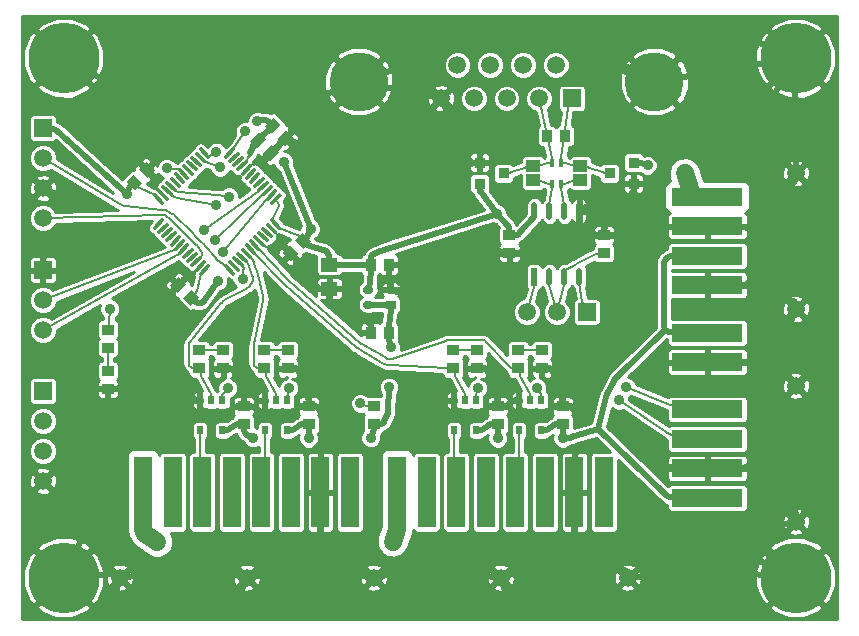
<source format=gtl>
G04 (created by PCBNEW (2013-07-07 BZR 4022)-stable) date 06/12/2014 15:19:56*
%MOIN*%
G04 Gerber Fmt 3.4, Leading zero omitted, Abs format*
%FSLAX34Y34*%
G01*
G70*
G90*
G04 APERTURE LIST*
%ADD10C,0.00590551*%
%ADD11R,0.02X0.03*%
%ADD12O,0.02X0.0591*%
%ADD13R,0.02X0.0591*%
%ADD14R,0.045X0.0386*%
%ADD15R,0.0354X0.0276*%
%ADD16O,0.0354X0.0276*%
%ADD17R,0.04X0.035*%
%ADD18C,0.0118*%
%ADD19C,0.2362*%
%ADD20R,0.0157X0.0276*%
%ADD21R,0.0590551X0.0590551*%
%ADD22C,0.0590551*%
%ADD23R,0.055X0.045*%
%ADD24R,0.035X0.04*%
%ADD25C,0.1969*%
%ADD26R,0.0591X0.0591*%
%ADD27C,0.0591*%
%ADD28R,0.036X0.036*%
%ADD29R,0.0590551X0.23622*%
%ADD30R,0.23622X0.0590551*%
%ADD31C,0.0354331*%
%ADD32C,0.0551181*%
%ADD33C,0.019685*%
%ADD34C,0.00787402*%
%ADD35C,0.0590551*%
%ADD36C,0.01*%
G04 APERTURE END LIST*
G54D10*
G54D11*
X59626Y-30700D03*
X58876Y-30700D03*
X59626Y-31700D03*
X59251Y-30700D03*
X58876Y-31700D03*
X57461Y-30700D03*
X56711Y-30700D03*
X57461Y-31700D03*
X57086Y-30700D03*
X56711Y-31700D03*
X51162Y-30700D03*
X50412Y-30700D03*
X51162Y-31700D03*
X50787Y-30700D03*
X50412Y-31700D03*
X48997Y-30700D03*
X48247Y-30700D03*
X48997Y-31700D03*
X48622Y-30700D03*
X48247Y-31700D03*
G54D12*
X59387Y-24392D03*
G54D13*
X59387Y-26592D03*
G54D12*
X59887Y-24392D03*
X60387Y-24392D03*
X60887Y-24392D03*
X59887Y-26592D03*
X60387Y-26592D03*
X60887Y-26592D03*
G54D14*
X60925Y-22897D03*
X60925Y-23361D03*
X59350Y-22897D03*
X59350Y-23361D03*
G54D15*
X54606Y-27519D03*
G54D16*
X54606Y-27007D03*
X53858Y-27007D03*
X53858Y-27519D03*
G54D17*
X45177Y-28941D03*
X45177Y-28341D03*
X50393Y-29630D03*
X50393Y-29030D03*
X48228Y-29630D03*
X48228Y-29030D03*
G54D10*
G36*
X50892Y-23783D02*
X50976Y-23867D01*
X50642Y-24200D01*
X50559Y-24117D01*
X50892Y-23783D01*
X50892Y-23783D01*
G37*
G54D18*
X50754Y-23728D02*
X50503Y-23978D01*
X50614Y-23589D02*
X50364Y-23839D01*
X50475Y-23449D02*
X50225Y-23700D01*
X50336Y-23310D02*
X50086Y-23560D01*
X50197Y-23171D02*
X49946Y-23421D01*
X50057Y-23032D02*
X49807Y-23282D01*
X49918Y-22892D02*
X49668Y-23143D01*
X49779Y-22754D02*
X49529Y-23004D01*
X49640Y-22614D02*
X49390Y-22865D01*
X49501Y-22475D02*
X49250Y-22725D01*
X49362Y-22335D02*
X49112Y-22585D01*
X48275Y-22336D02*
X48525Y-22587D01*
X48136Y-22475D02*
X48386Y-22725D01*
X47997Y-22614D02*
X48247Y-22865D01*
X47857Y-22754D02*
X48108Y-23004D01*
X47718Y-22893D02*
X47968Y-23143D01*
X47579Y-23032D02*
X47829Y-23283D01*
X47440Y-23172D02*
X47690Y-23422D01*
X47301Y-23310D02*
X47551Y-23560D01*
X47162Y-23449D02*
X47412Y-23700D01*
X47022Y-23589D02*
X47273Y-23839D01*
X46884Y-23727D02*
X47134Y-23978D01*
X46744Y-23867D02*
X46995Y-24117D01*
X46994Y-24702D02*
X46744Y-24952D01*
X47133Y-24841D02*
X46883Y-25091D01*
X47273Y-24980D02*
X47022Y-25231D01*
X47412Y-25120D02*
X47162Y-25370D01*
X47551Y-25259D02*
X47301Y-25509D01*
X47691Y-25398D02*
X47440Y-25649D01*
X47830Y-25537D02*
X47580Y-25788D01*
X47968Y-25676D02*
X47718Y-25926D01*
X48108Y-25815D02*
X47857Y-26066D01*
X48247Y-25955D02*
X47997Y-26205D01*
X48386Y-26094D02*
X48136Y-26344D01*
X48526Y-26233D02*
X48275Y-26484D01*
X49110Y-26233D02*
X49361Y-26483D01*
X49250Y-26093D02*
X49500Y-26344D01*
X49389Y-25954D02*
X49639Y-26204D01*
X49528Y-25815D02*
X49779Y-26065D01*
X49668Y-25675D02*
X49918Y-25926D01*
X49807Y-25536D02*
X50057Y-25786D01*
X49946Y-25397D02*
X50196Y-25648D01*
X50085Y-25258D02*
X50335Y-25509D01*
X50224Y-25119D02*
X50474Y-25369D01*
X50363Y-24980D02*
X50614Y-25230D01*
X50503Y-24840D02*
X50753Y-25091D01*
X50642Y-24701D02*
X50892Y-24951D01*
G54D17*
X45177Y-29719D03*
X45177Y-30319D03*
G54D19*
X43700Y-36614D03*
X68110Y-36614D03*
X68110Y-19291D03*
X43700Y-19291D03*
G54D20*
X59980Y-23483D03*
X59980Y-22775D03*
X60294Y-22775D03*
X60294Y-23483D03*
G54D21*
X43011Y-21629D03*
G54D22*
X43011Y-22629D03*
X43011Y-23629D03*
X43011Y-24629D03*
G54D21*
X43011Y-30389D03*
G54D22*
X43011Y-31389D03*
X43011Y-32389D03*
X43011Y-33389D03*
G54D21*
X61137Y-27755D03*
G54D22*
X60137Y-27755D03*
X59137Y-27755D03*
G54D21*
X43011Y-26362D03*
G54D22*
X43011Y-27362D03*
X43011Y-28362D03*
G54D23*
X52559Y-26174D03*
X52559Y-26974D03*
G54D10*
G36*
X49916Y-22049D02*
X50199Y-21766D01*
X50446Y-22014D01*
X50163Y-22297D01*
X49916Y-22049D01*
X49916Y-22049D01*
G37*
G36*
X50340Y-22473D02*
X50623Y-22191D01*
X50870Y-22438D01*
X50588Y-22721D01*
X50340Y-22473D01*
X50340Y-22473D01*
G37*
G54D24*
X54532Y-28444D03*
X53932Y-28444D03*
G54D10*
G36*
X46065Y-23705D02*
X45782Y-23422D01*
X46030Y-23175D01*
X46312Y-23458D01*
X46065Y-23705D01*
X46065Y-23705D01*
G37*
G36*
X46489Y-23281D02*
X46206Y-22998D01*
X46454Y-22751D01*
X46737Y-23033D01*
X46489Y-23281D01*
X46489Y-23281D01*
G37*
G54D17*
X60334Y-31500D03*
X60334Y-30900D03*
G54D10*
G36*
X51670Y-25113D02*
X51953Y-25396D01*
X51706Y-25643D01*
X51423Y-25360D01*
X51670Y-25113D01*
X51670Y-25113D01*
G37*
G36*
X51246Y-25537D02*
X51529Y-25820D01*
X51281Y-26067D01*
X50999Y-25785D01*
X51246Y-25537D01*
X51246Y-25537D01*
G37*
G54D17*
X58169Y-31500D03*
X58169Y-30900D03*
G54D10*
G36*
X50408Y-21557D02*
X50691Y-21274D01*
X50938Y-21522D01*
X50656Y-21805D01*
X50408Y-21557D01*
X50408Y-21557D01*
G37*
G36*
X50832Y-21981D02*
X51115Y-21698D01*
X51363Y-21946D01*
X51080Y-22229D01*
X50832Y-21981D01*
X50832Y-21981D01*
G37*
G54D17*
X51870Y-31500D03*
X51870Y-30900D03*
X58562Y-25192D03*
X58562Y-25792D03*
X49704Y-31500D03*
X49704Y-30900D03*
G54D10*
G36*
X48213Y-27261D02*
X47930Y-27544D01*
X47683Y-27296D01*
X47966Y-27013D01*
X48213Y-27261D01*
X48213Y-27261D01*
G37*
G36*
X47789Y-26837D02*
X47506Y-27119D01*
X47258Y-26872D01*
X47541Y-26589D01*
X47789Y-26837D01*
X47789Y-26837D01*
G37*
G54D24*
X53932Y-26181D03*
X54532Y-26181D03*
G54D17*
X56692Y-29630D03*
X56692Y-29030D03*
X58858Y-29630D03*
X58858Y-29030D03*
X61712Y-25792D03*
X61712Y-25192D03*
X54035Y-31500D03*
X54035Y-30900D03*
X57480Y-29030D03*
X57480Y-29630D03*
X59645Y-29030D03*
X59645Y-29630D03*
G54D25*
X53543Y-20078D03*
X63385Y-20078D03*
G54D26*
X60645Y-20637D03*
G54D27*
X59555Y-20637D03*
X58464Y-20637D03*
X57373Y-20637D03*
X56283Y-20637D03*
X60100Y-19519D03*
X59009Y-19519D03*
X57919Y-19519D03*
X56828Y-19519D03*
G54D17*
X49015Y-29030D03*
X49015Y-29630D03*
X51181Y-29030D03*
X51181Y-29630D03*
G54D28*
X62703Y-22779D03*
X62703Y-23479D03*
X61903Y-23129D03*
X57572Y-23479D03*
X57572Y-22779D03*
X58372Y-23129D03*
G54D22*
X45570Y-36614D03*
X49803Y-36614D03*
X54035Y-36614D03*
X58267Y-36614D03*
X62500Y-36614D03*
X68110Y-34744D03*
X68110Y-30216D03*
X68110Y-27657D03*
X68110Y-23129D03*
G54D24*
X60418Y-21889D03*
X59818Y-21889D03*
G54D29*
X46358Y-33759D03*
X47342Y-33759D03*
X48326Y-33759D03*
X49311Y-33759D03*
X50295Y-33759D03*
X51279Y-33759D03*
X52263Y-33759D03*
X53248Y-33759D03*
X55807Y-33759D03*
G54D30*
X65157Y-31988D03*
X65157Y-26870D03*
X65157Y-25885D03*
X65157Y-24901D03*
X65157Y-23917D03*
X65157Y-29429D03*
X65157Y-28444D03*
X65157Y-33956D03*
X65157Y-32972D03*
G54D29*
X54822Y-33759D03*
G54D30*
X65157Y-31003D03*
G54D29*
X61712Y-33759D03*
X60728Y-33759D03*
X59744Y-33759D03*
X58759Y-33759D03*
X57775Y-33759D03*
X56791Y-33759D03*
G54D31*
X48846Y-26725D03*
X51938Y-24987D03*
X45798Y-23831D03*
X63164Y-22869D03*
X58147Y-24478D03*
X51040Y-22749D03*
X50157Y-21401D03*
X58170Y-31971D03*
X60333Y-31971D03*
X53937Y-31954D03*
X50014Y-31950D03*
X51866Y-31971D03*
X54602Y-28931D03*
X54546Y-30262D03*
X53591Y-30804D03*
X51212Y-30299D03*
X49171Y-30301D03*
X57511Y-30299D03*
X59480Y-30299D03*
X49671Y-26654D03*
G54D32*
X64409Y-23125D03*
X46819Y-35410D03*
X54675Y-35410D03*
G54D31*
X49210Y-23917D03*
X62447Y-30252D03*
X62216Y-30706D03*
X48797Y-24194D03*
X48912Y-22935D03*
X48796Y-22426D03*
X49746Y-21738D03*
X60882Y-32315D03*
X60820Y-31172D03*
X53748Y-27949D03*
X55131Y-27588D03*
X51441Y-26380D03*
X49963Y-27323D03*
X49248Y-27717D03*
X47863Y-27948D03*
X56299Y-22244D03*
X56299Y-23622D03*
X54822Y-22244D03*
X53248Y-22244D03*
X54822Y-23622D03*
X53248Y-23622D03*
X51771Y-22244D03*
X58464Y-21948D03*
X62106Y-21850D03*
X64074Y-22047D03*
X65452Y-22047D03*
X64074Y-35334D03*
X62893Y-35334D03*
X62893Y-33956D03*
X63287Y-32283D03*
X44685Y-34448D03*
X44783Y-32677D03*
X45767Y-31496D03*
X47145Y-31397D03*
X47256Y-29846D03*
X47019Y-28571D03*
X44094Y-28641D03*
X43277Y-34642D03*
X52952Y-31397D03*
X55308Y-31354D03*
X56200Y-31200D03*
X57274Y-31194D03*
X59439Y-31194D03*
X60841Y-30409D03*
X61318Y-29035D03*
X62401Y-28543D03*
X62696Y-26968D03*
X61614Y-26574D03*
X59611Y-25443D03*
X60785Y-25684D03*
X62974Y-25054D03*
X63188Y-24015D03*
X61515Y-24015D03*
X55511Y-24704D03*
X57578Y-25393D03*
X57239Y-24179D03*
X56003Y-28149D03*
X57185Y-28248D03*
X52066Y-29429D03*
X53641Y-29822D03*
X51082Y-27854D03*
X48917Y-28346D03*
X52263Y-23129D03*
X47539Y-22145D03*
X48425Y-23425D03*
X46161Y-25393D03*
X44094Y-26377D03*
X44685Y-25196D03*
X43897Y-24015D03*
X45472Y-22342D03*
X45059Y-18090D03*
X46397Y-18090D03*
X47736Y-18090D03*
X49074Y-18090D03*
X50413Y-18090D03*
X51751Y-18090D03*
X46397Y-19429D03*
X47736Y-19429D03*
X49074Y-19429D03*
X50413Y-19429D03*
X51751Y-19429D03*
X45059Y-20767D03*
X46397Y-20767D03*
X47736Y-20767D03*
X49074Y-20767D03*
X50413Y-20767D03*
X51751Y-20767D03*
X53129Y-18090D03*
X54468Y-18090D03*
X55807Y-18090D03*
X57145Y-18090D03*
X58484Y-18090D03*
X59822Y-18090D03*
X61161Y-18090D03*
X62500Y-18090D03*
X63838Y-18090D03*
X65177Y-18090D03*
X66515Y-18090D03*
X69311Y-35452D03*
X65354Y-35334D03*
X66732Y-35452D03*
X69311Y-34114D03*
X68070Y-34114D03*
X66732Y-34114D03*
X69311Y-32775D03*
X68070Y-32775D03*
X66732Y-32775D03*
X69311Y-31437D03*
X68070Y-31437D03*
X66732Y-31437D03*
X69311Y-30098D03*
X66732Y-30098D03*
X69311Y-28759D03*
X68070Y-28759D03*
X66732Y-28759D03*
X69311Y-27421D03*
X66732Y-27421D03*
X69311Y-26082D03*
X68070Y-26082D03*
X66732Y-26082D03*
X69311Y-24744D03*
X68070Y-24744D03*
X66732Y-24744D03*
X69311Y-23405D03*
X66732Y-23405D03*
X69311Y-22066D03*
X68070Y-22066D03*
X66732Y-22066D03*
X69311Y-20728D03*
X68070Y-20728D03*
X66732Y-20728D03*
X48740Y-21771D03*
X45255Y-37814D03*
X46594Y-37814D03*
X47933Y-37814D03*
X49271Y-37814D03*
X50610Y-37814D03*
X51948Y-37814D03*
X53287Y-37814D03*
X54625Y-37814D03*
X55964Y-37814D03*
X57303Y-37814D03*
X58641Y-37814D03*
X59980Y-37814D03*
X61318Y-37814D03*
X62657Y-37814D03*
X63996Y-37814D03*
X65334Y-37814D03*
X66673Y-37814D03*
X46594Y-36476D03*
X47933Y-36476D03*
X50610Y-36476D03*
X51948Y-36476D03*
X53287Y-36476D03*
X55964Y-36476D03*
X57303Y-36476D03*
X59980Y-36476D03*
X61318Y-36476D03*
X63996Y-36476D03*
X65334Y-36476D03*
X66673Y-36476D03*
X48622Y-31200D03*
X50885Y-31200D03*
X49023Y-25747D03*
X48749Y-25362D03*
X48385Y-25036D03*
X45241Y-27645D03*
X47151Y-22965D03*
G54D33*
X62944Y-22790D02*
X63164Y-22869D01*
X62898Y-22779D02*
X62883Y-22779D01*
X62929Y-22785D02*
X62898Y-22779D01*
X62944Y-22790D02*
X62929Y-22785D01*
X62784Y-22779D02*
X62883Y-22779D01*
X62703Y-22779D02*
X62784Y-22779D01*
X57609Y-23768D02*
X58147Y-24478D01*
X57591Y-23745D02*
X57609Y-23768D01*
X57572Y-23689D02*
X57591Y-23745D01*
X57572Y-23659D02*
X57572Y-23689D01*
X57572Y-23561D02*
X57572Y-23659D01*
X57572Y-23479D02*
X57572Y-23561D01*
X43208Y-21649D02*
X43011Y-21629D01*
X43307Y-21649D02*
X43208Y-21649D01*
X43358Y-21649D02*
X43307Y-21649D01*
X43455Y-21687D02*
X43358Y-21649D01*
X43493Y-21721D02*
X43455Y-21687D01*
X45798Y-23831D02*
X43493Y-21721D01*
X54273Y-25718D02*
X58147Y-24478D01*
X54252Y-25725D02*
X54246Y-25728D01*
X54266Y-25720D02*
X54252Y-25725D01*
X54273Y-25718D02*
X54266Y-25720D01*
X54036Y-25820D02*
X54246Y-25728D01*
X53932Y-25929D02*
X53932Y-25981D01*
X53989Y-25841D02*
X53932Y-25929D01*
X54036Y-25820D02*
X53989Y-25841D01*
X53932Y-26079D02*
X53932Y-25981D01*
X53932Y-26181D02*
X53932Y-26079D01*
G54D34*
X50892Y-24951D02*
X50767Y-24826D01*
X51490Y-25199D02*
X50892Y-24951D01*
X51506Y-25205D02*
X51490Y-25199D01*
X51534Y-25224D02*
X51506Y-25205D01*
X51547Y-25237D02*
X51534Y-25224D01*
X51574Y-25264D02*
X51547Y-25237D01*
X51688Y-25378D02*
X51574Y-25264D01*
G54D33*
X51760Y-25450D02*
X51688Y-25378D01*
X51829Y-25519D02*
X51760Y-25450D01*
X51886Y-25559D02*
X51908Y-25565D01*
X51846Y-25536D02*
X51886Y-25559D01*
X51829Y-25519D02*
X51846Y-25536D01*
X52354Y-25684D02*
X51908Y-25565D01*
X52398Y-25695D02*
X52354Y-25684D01*
X52474Y-25746D02*
X52398Y-25695D01*
X52529Y-25818D02*
X52474Y-25746D01*
X52559Y-25904D02*
X52529Y-25818D01*
X52559Y-25949D02*
X52559Y-25904D01*
X52559Y-26048D02*
X52559Y-25949D01*
X52559Y-26174D02*
X52559Y-26048D01*
G54D34*
X50767Y-24019D02*
X50767Y-23992D01*
X50795Y-24047D02*
X50767Y-24019D01*
X50797Y-24049D02*
X50795Y-24047D01*
X50845Y-24098D02*
X50797Y-24049D01*
X50867Y-24232D02*
X50845Y-24098D01*
X50837Y-24294D02*
X50867Y-24232D01*
X50642Y-24701D02*
X50837Y-24294D01*
X50767Y-24826D02*
X50642Y-24701D01*
G54D33*
X51938Y-24987D02*
X51040Y-22749D01*
X53932Y-26282D02*
X53932Y-26181D01*
X53932Y-26381D02*
X53932Y-26282D01*
X53932Y-26390D02*
X53932Y-26381D01*
X53897Y-27007D02*
X53932Y-26390D01*
X53858Y-27007D02*
X53897Y-27007D01*
G54D34*
X46161Y-23554D02*
X46047Y-23440D01*
X46189Y-23581D02*
X46161Y-23554D01*
X46222Y-23608D02*
X46235Y-23615D01*
X46199Y-23592D02*
X46222Y-23608D01*
X46189Y-23581D02*
X46199Y-23592D01*
X46744Y-23867D02*
X46235Y-23615D01*
X46870Y-23992D02*
X46744Y-23867D01*
G54D33*
X50601Y-21611D02*
X50673Y-21539D01*
X50532Y-21681D02*
X50601Y-21611D01*
X50322Y-21890D02*
X50532Y-21681D01*
X50253Y-21960D02*
X50322Y-21890D01*
X50181Y-22031D02*
X50253Y-21960D01*
X59387Y-24587D02*
X59387Y-24392D01*
X58892Y-25134D02*
X59387Y-24587D01*
X58867Y-25162D02*
X58892Y-25134D01*
X58800Y-25192D02*
X58867Y-25162D01*
X58762Y-25192D02*
X58800Y-25192D01*
X58664Y-25192D02*
X58762Y-25192D01*
X58562Y-25192D02*
X58664Y-25192D01*
X52735Y-26174D02*
X52559Y-26174D01*
X52834Y-26174D02*
X52735Y-26174D01*
X52835Y-26174D02*
X52834Y-26174D01*
X53755Y-26181D02*
X52835Y-26174D01*
X53757Y-26181D02*
X53755Y-26181D01*
X53855Y-26181D02*
X53757Y-26181D01*
X53932Y-26181D02*
X53855Y-26181D01*
X48375Y-27378D02*
X48846Y-26725D01*
X48350Y-27414D02*
X48375Y-27378D01*
X48273Y-27457D02*
X48350Y-27414D01*
X48185Y-27464D02*
X48273Y-27457D01*
X48103Y-27433D02*
X48185Y-27464D01*
X48072Y-27402D02*
X48103Y-27433D01*
X48002Y-27333D02*
X48072Y-27402D01*
X47948Y-27279D02*
X48002Y-27333D01*
X50619Y-21485D02*
X50673Y-21539D01*
X50549Y-21416D02*
X50619Y-21485D01*
X50420Y-21351D02*
X50371Y-21361D01*
X50514Y-21381D02*
X50420Y-21351D01*
X50549Y-21416D02*
X50514Y-21381D01*
X50157Y-21401D02*
X50371Y-21361D01*
G54D34*
X49821Y-22693D02*
X49928Y-22444D01*
X49814Y-22709D02*
X49821Y-22693D01*
X49794Y-22739D02*
X49814Y-22709D01*
X49781Y-22752D02*
X49794Y-22739D01*
X49779Y-22754D02*
X49781Y-22752D01*
X49654Y-22879D02*
X49779Y-22754D01*
G54D33*
X50109Y-22103D02*
X50181Y-22031D01*
X50040Y-22173D02*
X50109Y-22103D01*
X50004Y-22221D02*
X49998Y-22240D01*
X50026Y-22187D02*
X50004Y-22221D01*
X50040Y-22173D02*
X50026Y-22187D01*
X49928Y-22444D02*
X49998Y-22240D01*
G54D34*
X48061Y-27165D02*
X47948Y-27279D01*
X48089Y-27137D02*
X48061Y-27165D01*
X48130Y-27078D02*
X48136Y-27055D01*
X48106Y-27120D02*
X48130Y-27078D01*
X48089Y-27137D02*
X48106Y-27120D01*
X48275Y-26484D02*
X48136Y-27055D01*
X48400Y-26358D02*
X48275Y-26484D01*
G54D33*
X58562Y-25115D02*
X58562Y-25192D01*
X58562Y-25017D02*
X58562Y-25115D01*
X58536Y-24910D02*
X58511Y-24883D01*
X58562Y-24980D02*
X58536Y-24910D01*
X58562Y-25017D02*
X58562Y-24980D01*
X58147Y-24478D02*
X58511Y-24883D01*
X45993Y-23494D02*
X46047Y-23440D01*
X45923Y-23564D02*
X45993Y-23494D01*
X45887Y-23611D02*
X45880Y-23630D01*
X45909Y-23578D02*
X45887Y-23611D01*
X45923Y-23564D02*
X45909Y-23578D01*
X45798Y-23831D02*
X45880Y-23630D01*
X51742Y-25324D02*
X51688Y-25378D01*
X51812Y-25254D02*
X51742Y-25324D01*
X51848Y-25207D02*
X51856Y-25188D01*
X51826Y-25240D02*
X51848Y-25207D01*
X51812Y-25254D02*
X51826Y-25240D01*
X51938Y-24987D02*
X51856Y-25188D01*
G54D34*
X49872Y-22574D02*
X49869Y-22446D01*
X49872Y-22574D02*
X49968Y-22488D01*
G54D33*
X64074Y-33937D02*
X65157Y-33956D01*
X63976Y-33937D02*
X64074Y-33937D01*
X63922Y-33937D02*
X63976Y-33937D01*
X63823Y-33896D02*
X63922Y-33937D01*
X63784Y-33859D02*
X63823Y-33896D01*
X61510Y-31664D02*
X63784Y-33859D01*
X54137Y-31500D02*
X54035Y-31500D01*
X54235Y-31500D02*
X54137Y-31500D01*
X54374Y-31443D02*
X54395Y-31396D01*
X54287Y-31500D02*
X54374Y-31443D01*
X54235Y-31500D02*
X54287Y-31500D01*
X54487Y-31186D02*
X54395Y-31396D01*
X54509Y-31113D02*
X54510Y-31087D01*
X54498Y-31163D02*
X54509Y-31113D01*
X54487Y-31186D02*
X54498Y-31163D01*
X54546Y-30262D02*
X54510Y-31087D01*
X54532Y-28343D02*
X54532Y-28444D01*
X54532Y-28244D02*
X54532Y-28343D01*
X54532Y-28239D02*
X54532Y-28244D01*
X54533Y-28227D02*
X54532Y-28239D01*
X54533Y-28222D02*
X54533Y-28227D01*
X54604Y-27680D02*
X54533Y-28222D01*
X54606Y-27663D02*
X54606Y-27657D01*
X54605Y-27674D02*
X54606Y-27663D01*
X54604Y-27680D02*
X54605Y-27674D01*
X54606Y-27559D02*
X54606Y-27657D01*
X54606Y-27519D02*
X54606Y-27559D01*
X61776Y-30597D02*
X61510Y-31664D01*
X61782Y-30572D02*
X61776Y-30597D01*
X61800Y-30524D02*
X61782Y-30572D01*
X61812Y-30501D02*
X61800Y-30524D01*
X62043Y-30046D02*
X61812Y-30501D01*
X62060Y-30013D02*
X62043Y-30046D01*
X62105Y-29953D02*
X62060Y-30013D01*
X62131Y-29927D02*
X62105Y-29953D01*
X63745Y-28359D02*
X62131Y-29927D01*
X60334Y-31577D02*
X60334Y-31500D01*
X60334Y-31675D02*
X60334Y-31577D01*
X60334Y-31676D02*
X60334Y-31675D01*
X60333Y-31971D02*
X60334Y-31676D01*
X60559Y-31950D02*
X60333Y-31971D01*
X60640Y-31931D02*
X60665Y-31918D01*
X60587Y-31947D02*
X60640Y-31931D01*
X60559Y-31950D02*
X60587Y-31947D01*
X60667Y-31917D02*
X60665Y-31918D01*
X60689Y-31905D02*
X60667Y-31917D01*
X60734Y-31887D02*
X60689Y-31905D01*
X60757Y-31880D02*
X60734Y-31887D01*
X61510Y-31664D02*
X60757Y-31880D01*
X64074Y-25905D02*
X65157Y-25885D01*
X63976Y-25905D02*
X64074Y-25905D01*
X63700Y-26126D02*
X63700Y-26181D01*
X63742Y-26025D02*
X63700Y-26126D01*
X63820Y-25947D02*
X63742Y-26025D01*
X63921Y-25905D02*
X63820Y-25947D01*
X63976Y-25905D02*
X63921Y-25905D01*
X63700Y-28149D02*
X63700Y-26181D01*
X63705Y-28200D02*
X63709Y-28217D01*
X63700Y-28166D02*
X63705Y-28200D01*
X63700Y-28149D02*
X63700Y-28166D01*
X63745Y-28359D02*
X63709Y-28217D01*
X54538Y-28690D02*
X54602Y-28931D01*
X54535Y-28678D02*
X54538Y-28690D01*
X54532Y-28656D02*
X54535Y-28678D01*
X54532Y-28644D02*
X54532Y-28656D01*
X54532Y-28546D02*
X54532Y-28644D01*
X54532Y-28444D02*
X54532Y-28546D01*
X57463Y-31700D02*
X57461Y-31700D01*
X57561Y-31700D02*
X57463Y-31700D01*
X57624Y-31688D02*
X57642Y-31677D01*
X57583Y-31700D02*
X57624Y-31688D01*
X57561Y-31700D02*
X57583Y-31700D01*
X57875Y-31528D02*
X57642Y-31677D01*
X57895Y-31514D02*
X57875Y-31528D01*
X57944Y-31500D02*
X57895Y-31514D01*
X57969Y-31500D02*
X57944Y-31500D01*
X58067Y-31500D02*
X57969Y-31500D01*
X58169Y-31500D02*
X58067Y-31500D01*
X60233Y-31500D02*
X60334Y-31500D01*
X60134Y-31500D02*
X60233Y-31500D01*
X60061Y-31514D02*
X60040Y-31528D01*
X60109Y-31500D02*
X60061Y-31514D01*
X60134Y-31500D02*
X60109Y-31500D01*
X59807Y-31677D02*
X60040Y-31528D01*
X59789Y-31688D02*
X59807Y-31677D01*
X59748Y-31700D02*
X59789Y-31688D01*
X59726Y-31700D02*
X59748Y-31700D01*
X59628Y-31700D02*
X59726Y-31700D01*
X59626Y-31700D02*
X59628Y-31700D01*
X49603Y-31500D02*
X49704Y-31500D01*
X49504Y-31500D02*
X49603Y-31500D01*
X49431Y-31514D02*
X49410Y-31528D01*
X49479Y-31500D02*
X49431Y-31514D01*
X49504Y-31500D02*
X49479Y-31500D01*
X49177Y-31677D02*
X49410Y-31528D01*
X49159Y-31688D02*
X49177Y-31677D01*
X49118Y-31700D02*
X49159Y-31688D01*
X49097Y-31700D02*
X49118Y-31700D01*
X48998Y-31700D02*
X49097Y-31700D01*
X48997Y-31700D02*
X48998Y-31700D01*
X54527Y-27519D02*
X54606Y-27519D01*
X54429Y-27519D02*
X54527Y-27519D01*
X53897Y-27519D02*
X54429Y-27519D01*
X53858Y-27519D02*
X53897Y-27519D01*
X63883Y-28409D02*
X63745Y-28359D01*
X63952Y-28425D02*
X63976Y-28425D01*
X63905Y-28417D02*
X63952Y-28425D01*
X63883Y-28409D02*
X63905Y-28417D01*
X64074Y-28425D02*
X63976Y-28425D01*
X65157Y-28444D02*
X64074Y-28425D01*
X54035Y-31577D02*
X54035Y-31500D01*
X54035Y-31675D02*
X54035Y-31577D01*
X54035Y-31695D02*
X54035Y-31675D01*
X54027Y-31733D02*
X54035Y-31695D01*
X54020Y-31751D02*
X54027Y-31733D01*
X53937Y-31954D02*
X54020Y-31751D01*
X51163Y-31700D02*
X51162Y-31700D01*
X51262Y-31700D02*
X51163Y-31700D01*
X51325Y-31688D02*
X51343Y-31677D01*
X51284Y-31700D02*
X51325Y-31688D01*
X51262Y-31700D02*
X51284Y-31700D01*
X51575Y-31528D02*
X51343Y-31677D01*
X51596Y-31514D02*
X51575Y-31528D01*
X51644Y-31500D02*
X51596Y-31514D01*
X51670Y-31500D02*
X51644Y-31500D01*
X51768Y-31500D02*
X51670Y-31500D01*
X51870Y-31500D02*
X51768Y-31500D01*
X58169Y-31676D02*
X58170Y-31971D01*
X58169Y-31675D02*
X58169Y-31676D01*
X58169Y-31577D02*
X58169Y-31675D01*
X58169Y-31500D02*
X58169Y-31577D01*
X49818Y-31856D02*
X50014Y-31950D01*
X49766Y-31831D02*
X49818Y-31856D01*
X49704Y-31733D02*
X49766Y-31831D01*
X49704Y-31675D02*
X49704Y-31733D01*
X49704Y-31577D02*
X49704Y-31675D01*
X49704Y-31500D02*
X49704Y-31577D01*
X51870Y-31577D02*
X51870Y-31500D01*
X51870Y-31675D02*
X51870Y-31577D01*
X51870Y-31677D02*
X51870Y-31675D01*
X51866Y-31971D02*
X51870Y-31677D01*
G54D34*
X60387Y-24196D02*
X60387Y-24392D01*
X60295Y-23634D02*
X60387Y-24196D01*
X60295Y-23631D02*
X60295Y-23634D01*
X60294Y-23625D02*
X60295Y-23631D01*
X60294Y-23621D02*
X60294Y-23625D01*
X60294Y-23582D02*
X60294Y-23621D01*
X60294Y-23483D02*
X60294Y-23582D01*
X60333Y-23483D02*
X60294Y-23483D01*
X60373Y-23483D02*
X60333Y-23483D01*
X60403Y-23480D02*
X60413Y-23477D01*
X60383Y-23483D02*
X60403Y-23480D01*
X60373Y-23483D02*
X60383Y-23483D01*
X60654Y-23404D02*
X60413Y-23477D01*
X60665Y-23400D02*
X60654Y-23404D01*
X60688Y-23397D02*
X60665Y-23400D01*
X60700Y-23397D02*
X60688Y-23397D01*
X60739Y-23397D02*
X60700Y-23397D01*
X60925Y-23361D02*
X60739Y-23397D01*
X59536Y-23397D02*
X59350Y-23361D01*
X59575Y-23397D02*
X59536Y-23397D01*
X59587Y-23397D02*
X59575Y-23397D01*
X59610Y-23400D02*
X59587Y-23397D01*
X59621Y-23404D02*
X59610Y-23400D01*
X59861Y-23477D02*
X59621Y-23404D01*
X59892Y-23483D02*
X59902Y-23483D01*
X59871Y-23480D02*
X59892Y-23483D01*
X59861Y-23477D02*
X59871Y-23480D01*
X59941Y-23483D02*
X59902Y-23483D01*
X59980Y-23483D02*
X59941Y-23483D01*
X59887Y-24196D02*
X59887Y-24392D01*
X59979Y-23634D02*
X59887Y-24196D01*
X59980Y-23625D02*
X59980Y-23621D01*
X59980Y-23631D02*
X59980Y-23625D01*
X59979Y-23634D02*
X59980Y-23631D01*
X59980Y-23582D02*
X59980Y-23621D01*
X59980Y-23483D02*
X59980Y-23582D01*
X53781Y-30873D02*
X53591Y-30804D01*
X53821Y-30883D02*
X53835Y-30883D01*
X53794Y-30878D02*
X53821Y-30883D01*
X53781Y-30873D02*
X53794Y-30878D01*
X53874Y-30883D02*
X53835Y-30883D01*
X54035Y-30900D02*
X53874Y-30883D01*
X59626Y-30590D02*
X59626Y-30700D01*
X59626Y-30550D02*
X59626Y-30590D01*
X59618Y-30507D02*
X59610Y-30495D01*
X59626Y-30536D02*
X59618Y-30507D01*
X59626Y-30550D02*
X59626Y-30536D01*
X59480Y-30299D02*
X59610Y-30495D01*
X49639Y-26204D02*
X49514Y-26079D01*
X49641Y-26206D02*
X49639Y-26204D01*
X49671Y-26237D02*
X49641Y-26206D01*
X49700Y-26318D02*
X49671Y-26237D01*
X49696Y-26360D02*
X49700Y-26318D01*
X49671Y-26654D02*
X49696Y-26360D01*
X57461Y-30590D02*
X57461Y-30700D01*
X57461Y-30550D02*
X57461Y-30590D01*
X57461Y-30545D02*
X57461Y-30550D01*
X57462Y-30535D02*
X57461Y-30545D01*
X57463Y-30530D02*
X57462Y-30535D01*
X57511Y-30299D02*
X57463Y-30530D01*
X49019Y-30487D02*
X49171Y-30301D01*
X48997Y-30533D02*
X48997Y-30550D01*
X49008Y-30500D02*
X48997Y-30533D01*
X49019Y-30487D02*
X49008Y-30500D01*
X48997Y-30590D02*
X48997Y-30550D01*
X48997Y-30700D02*
X48997Y-30590D01*
X51162Y-30590D02*
X51162Y-30700D01*
X51162Y-30550D02*
X51162Y-30590D01*
X51162Y-30545D02*
X51162Y-30550D01*
X51163Y-30535D02*
X51162Y-30545D01*
X51164Y-30530D02*
X51163Y-30535D01*
X51212Y-30299D02*
X51164Y-30530D01*
X48247Y-32618D02*
X48326Y-33759D01*
X48247Y-32578D02*
X48247Y-32618D01*
X48247Y-31850D02*
X48247Y-32578D01*
X48247Y-31811D02*
X48247Y-31850D01*
X48247Y-31700D02*
X48247Y-31811D01*
X49779Y-26065D02*
X49653Y-25940D01*
X49810Y-26097D02*
X49779Y-26065D01*
X49858Y-26172D02*
X49810Y-26097D01*
X49872Y-26214D02*
X49858Y-26172D01*
X49987Y-26544D02*
X49872Y-26214D01*
X50007Y-26601D02*
X49987Y-26544D01*
X50004Y-26723D02*
X50007Y-26601D01*
X49958Y-26836D02*
X50004Y-26723D01*
X49876Y-26926D02*
X49958Y-26836D01*
X49821Y-26953D02*
X49876Y-26926D01*
X49786Y-26971D02*
X49821Y-26953D01*
X49786Y-26971D02*
X49772Y-26978D01*
X49057Y-27372D02*
X49772Y-26978D01*
X48965Y-27440D02*
X48941Y-27470D01*
X49024Y-27391D02*
X48965Y-27440D01*
X49057Y-27372D02*
X49024Y-27391D01*
X47905Y-28756D02*
X48941Y-27470D01*
X47870Y-28828D02*
X47870Y-28855D01*
X47888Y-28777D02*
X47870Y-28828D01*
X47905Y-28756D02*
X47888Y-28777D01*
X47870Y-29455D02*
X47870Y-28855D01*
X47997Y-29613D02*
X48028Y-29613D01*
X47939Y-29589D02*
X47997Y-29613D01*
X47894Y-29545D02*
X47939Y-29589D01*
X47870Y-29487D02*
X47894Y-29545D01*
X47870Y-29455D02*
X47870Y-29487D01*
X48067Y-29613D02*
X48028Y-29613D01*
X48228Y-29630D02*
X48067Y-29613D01*
X48270Y-29766D02*
X48228Y-29630D01*
X48270Y-29805D02*
X48270Y-29766D01*
X48279Y-29861D02*
X48288Y-29877D01*
X48270Y-29824D02*
X48279Y-29861D01*
X48270Y-29805D02*
X48270Y-29824D01*
X48610Y-30505D02*
X48288Y-29877D01*
X48616Y-30515D02*
X48610Y-30505D01*
X48622Y-30538D02*
X48616Y-30515D01*
X48622Y-30550D02*
X48622Y-30538D01*
X48622Y-30590D02*
X48622Y-30550D01*
X48622Y-30700D02*
X48622Y-30590D01*
X56711Y-32618D02*
X56791Y-33759D01*
X56711Y-32578D02*
X56711Y-32618D01*
X56711Y-31850D02*
X56711Y-32578D01*
X56711Y-31811D02*
X56711Y-31850D01*
X56711Y-31700D02*
X56711Y-31811D01*
X50057Y-25786D02*
X49932Y-25661D01*
X50058Y-25788D02*
X50057Y-25786D01*
X50060Y-25790D02*
X50058Y-25788D01*
X51014Y-26788D02*
X50060Y-25790D01*
X51042Y-26816D02*
X51052Y-26824D01*
X51023Y-26798D02*
X51042Y-26816D01*
X51014Y-26788D02*
X51023Y-26798D01*
X53484Y-28955D02*
X51052Y-26824D01*
X53532Y-28992D02*
X53549Y-29002D01*
X53500Y-28969D02*
X53532Y-28992D01*
X53484Y-28955D02*
X53500Y-28969D01*
X54305Y-29442D02*
X53549Y-29002D01*
X54503Y-29518D02*
X54574Y-29521D01*
X54367Y-29478D02*
X54503Y-29518D01*
X54305Y-29442D02*
X54367Y-29478D01*
X56485Y-29613D02*
X54574Y-29521D01*
X56485Y-29613D02*
X56492Y-29613D01*
X56532Y-29613D02*
X56492Y-29613D01*
X56692Y-29630D02*
X56532Y-29613D01*
X56735Y-29766D02*
X56692Y-29630D01*
X56735Y-29805D02*
X56735Y-29766D01*
X56744Y-29861D02*
X56752Y-29877D01*
X56735Y-29824D02*
X56744Y-29861D01*
X56735Y-29805D02*
X56735Y-29824D01*
X57075Y-30505D02*
X56752Y-29877D01*
X57081Y-30515D02*
X57075Y-30505D01*
X57086Y-30538D02*
X57081Y-30515D01*
X57086Y-30550D02*
X57086Y-30538D01*
X57086Y-30590D02*
X57086Y-30550D01*
X57086Y-30700D02*
X57086Y-30590D01*
X50412Y-32618D02*
X50295Y-33759D01*
X50412Y-32578D02*
X50412Y-32618D01*
X50412Y-31850D02*
X50412Y-32578D01*
X50412Y-31811D02*
X50412Y-31850D01*
X50412Y-31700D02*
X50412Y-31811D01*
X49918Y-25926D02*
X49793Y-25801D01*
X49920Y-25928D02*
X49918Y-25926D01*
X49967Y-25975D02*
X49920Y-25928D01*
X50036Y-26087D02*
X49967Y-25975D01*
X50058Y-26149D02*
X50036Y-26087D01*
X50173Y-26479D02*
X50058Y-26149D01*
X50178Y-26493D02*
X50173Y-26479D01*
X50187Y-26523D02*
X50178Y-26493D01*
X50190Y-26537D02*
X50187Y-26523D01*
X50347Y-27236D02*
X50190Y-26537D01*
X50356Y-27278D02*
X50347Y-27236D01*
X50356Y-27365D02*
X50356Y-27278D01*
X50347Y-27406D02*
X50356Y-27365D01*
X50039Y-28822D02*
X50347Y-27406D01*
X50036Y-28847D02*
X50036Y-28855D01*
X50037Y-28830D02*
X50036Y-28847D01*
X50039Y-28822D02*
X50037Y-28830D01*
X50036Y-29455D02*
X50036Y-28855D01*
X50162Y-29613D02*
X50193Y-29613D01*
X50104Y-29589D02*
X50162Y-29613D01*
X50060Y-29545D02*
X50104Y-29589D01*
X50036Y-29487D02*
X50060Y-29545D01*
X50036Y-29455D02*
X50036Y-29487D01*
X50233Y-29613D02*
X50193Y-29613D01*
X50393Y-29630D02*
X50233Y-29613D01*
X50436Y-29766D02*
X50393Y-29630D01*
X50436Y-29805D02*
X50436Y-29766D01*
X50445Y-29861D02*
X50453Y-29877D01*
X50436Y-29824D02*
X50445Y-29861D01*
X50436Y-29805D02*
X50436Y-29824D01*
X50776Y-30505D02*
X50453Y-29877D01*
X50781Y-30515D02*
X50776Y-30505D01*
X50787Y-30538D02*
X50781Y-30515D01*
X50787Y-30550D02*
X50787Y-30538D01*
X50787Y-30590D02*
X50787Y-30550D01*
X50787Y-30700D02*
X50787Y-30590D01*
X58876Y-32618D02*
X58759Y-33759D01*
X58876Y-32578D02*
X58876Y-32618D01*
X58876Y-31850D02*
X58876Y-32578D01*
X58876Y-31811D02*
X58876Y-31850D01*
X58876Y-31700D02*
X58876Y-31811D01*
X50196Y-25648D02*
X50071Y-25523D01*
X50196Y-25648D02*
X50196Y-25648D01*
X50197Y-25649D02*
X50196Y-25648D01*
X50198Y-25650D02*
X50197Y-25649D01*
X50202Y-25654D02*
X50198Y-25650D01*
X51156Y-26652D02*
X50202Y-25654D01*
X51175Y-26671D02*
X51181Y-26676D01*
X51162Y-26659D02*
X51175Y-26671D01*
X51156Y-26652D02*
X51162Y-26659D01*
X53614Y-28807D02*
X51181Y-26676D01*
X53639Y-28826D02*
X53648Y-28832D01*
X53622Y-28814D02*
X53639Y-28826D01*
X53614Y-28807D02*
X53622Y-28814D01*
X54404Y-29272D02*
X53648Y-28832D01*
X54651Y-29331D02*
X54732Y-29303D01*
X54479Y-29315D02*
X54651Y-29331D01*
X54404Y-29272D02*
X54479Y-29315D01*
X56440Y-28707D02*
X54732Y-29303D01*
X56453Y-28702D02*
X56440Y-28707D01*
X56479Y-28698D02*
X56453Y-28702D01*
X56492Y-28698D02*
X56479Y-28698D01*
X57680Y-28698D02*
X56492Y-28698D01*
X57713Y-28698D02*
X57680Y-28698D01*
X57773Y-28724D02*
X57713Y-28698D01*
X57796Y-28749D02*
X57773Y-28724D01*
X58542Y-29562D02*
X57796Y-28749D01*
X58625Y-29613D02*
X58658Y-29613D01*
X58564Y-29586D02*
X58625Y-29613D01*
X58542Y-29562D02*
X58564Y-29586D01*
X58697Y-29613D02*
X58658Y-29613D01*
X58858Y-29630D02*
X58697Y-29613D01*
X58900Y-29766D02*
X58858Y-29630D01*
X58900Y-29805D02*
X58900Y-29766D01*
X58909Y-29861D02*
X58918Y-29877D01*
X58900Y-29824D02*
X58909Y-29861D01*
X58900Y-29805D02*
X58900Y-29824D01*
X59240Y-30505D02*
X58918Y-29877D01*
X59246Y-30515D02*
X59240Y-30505D01*
X59251Y-30538D02*
X59246Y-30515D01*
X59251Y-30550D02*
X59251Y-30538D01*
X59251Y-30590D02*
X59251Y-30550D01*
X59251Y-30700D02*
X59251Y-30590D01*
G54D35*
X64566Y-23622D02*
X64409Y-23125D01*
X64566Y-23917D02*
X64566Y-23622D01*
X65157Y-23917D02*
X64566Y-23917D01*
X54822Y-34645D02*
X54822Y-33759D01*
X54822Y-34940D02*
X54822Y-34645D01*
X54822Y-34965D02*
X54822Y-34940D01*
X54814Y-35015D02*
X54822Y-34965D01*
X54806Y-35039D02*
X54814Y-35015D01*
X54675Y-35410D02*
X54806Y-35039D01*
X46487Y-35185D02*
X46819Y-35410D01*
X46427Y-35144D02*
X46487Y-35185D01*
X46358Y-35014D02*
X46427Y-35144D01*
X46358Y-34940D02*
X46358Y-35014D01*
X46358Y-34645D02*
X46358Y-34940D01*
X46358Y-33759D02*
X46358Y-34645D01*
G54D34*
X60739Y-22862D02*
X60925Y-22897D01*
X60700Y-22862D02*
X60739Y-22862D01*
X60688Y-22862D02*
X60700Y-22862D01*
X60665Y-22859D02*
X60688Y-22862D01*
X60654Y-22855D02*
X60665Y-22859D01*
X60413Y-22781D02*
X60654Y-22855D01*
X60383Y-22775D02*
X60373Y-22775D01*
X60403Y-22778D02*
X60383Y-22775D01*
X60413Y-22781D02*
X60403Y-22778D01*
X60333Y-22775D02*
X60373Y-22775D01*
X60294Y-22775D02*
X60333Y-22775D01*
X60294Y-22677D02*
X60294Y-22775D01*
X60294Y-22637D02*
X60294Y-22677D01*
X60294Y-22635D02*
X60294Y-22637D01*
X60295Y-22630D02*
X60294Y-22635D01*
X60295Y-22628D02*
X60295Y-22630D01*
X60506Y-20952D02*
X60295Y-22628D01*
X60507Y-20938D02*
X60507Y-20933D01*
X60506Y-20948D02*
X60507Y-20938D01*
X60506Y-20952D02*
X60506Y-20948D01*
X60507Y-20893D02*
X60507Y-20933D01*
X60645Y-20637D02*
X60507Y-20893D01*
X61762Y-23107D02*
X61903Y-23129D01*
X61723Y-23107D02*
X61762Y-23107D01*
X61710Y-23107D02*
X61723Y-23107D01*
X61685Y-23103D02*
X61710Y-23107D01*
X61673Y-23099D02*
X61685Y-23103D01*
X61200Y-22941D02*
X61673Y-23099D01*
X61162Y-22933D02*
X61150Y-22933D01*
X61188Y-22937D02*
X61162Y-22933D01*
X61200Y-22941D02*
X61188Y-22937D01*
X61110Y-22933D02*
X61150Y-22933D01*
X60925Y-22897D02*
X61110Y-22933D01*
X59980Y-22677D02*
X59980Y-22775D01*
X59980Y-22637D02*
X59980Y-22677D01*
X59979Y-22625D02*
X59979Y-22621D01*
X59980Y-22633D02*
X59979Y-22625D01*
X59980Y-22637D02*
X59980Y-22633D01*
X59555Y-20637D02*
X59979Y-22621D01*
X58513Y-23107D02*
X58372Y-23129D01*
X58552Y-23107D02*
X58513Y-23107D01*
X58590Y-23103D02*
X58602Y-23099D01*
X58565Y-23107D02*
X58590Y-23103D01*
X58552Y-23107D02*
X58565Y-23107D01*
X59075Y-22941D02*
X58602Y-23099D01*
X59087Y-22937D02*
X59075Y-22941D01*
X59112Y-22933D02*
X59087Y-22937D01*
X59125Y-22933D02*
X59112Y-22933D01*
X59164Y-22933D02*
X59125Y-22933D01*
X59350Y-22897D02*
X59164Y-22933D01*
X59536Y-22862D02*
X59350Y-22897D01*
X59575Y-22862D02*
X59536Y-22862D01*
X59610Y-22858D02*
X59621Y-22855D01*
X59587Y-22862D02*
X59610Y-22858D01*
X59575Y-22862D02*
X59587Y-22862D01*
X59861Y-22781D02*
X59621Y-22855D01*
X59871Y-22778D02*
X59861Y-22781D01*
X59891Y-22775D02*
X59871Y-22778D01*
X59902Y-22775D02*
X59891Y-22775D01*
X59941Y-22775D02*
X59902Y-22775D01*
X59980Y-22775D02*
X59941Y-22775D01*
X48846Y-23863D02*
X49210Y-23917D01*
X48846Y-23863D02*
X48824Y-23861D01*
X47535Y-23757D02*
X48824Y-23861D01*
X47501Y-23754D02*
X47535Y-23757D01*
X47438Y-23725D02*
X47501Y-23754D01*
X47413Y-23701D02*
X47438Y-23725D01*
X47412Y-23700D02*
X47413Y-23701D01*
X47287Y-23575D02*
X47412Y-23700D01*
X64015Y-30866D02*
X65157Y-31003D01*
X63976Y-30866D02*
X64015Y-30866D01*
X63960Y-30866D02*
X63976Y-30866D01*
X63930Y-30860D02*
X63960Y-30866D01*
X63916Y-30854D02*
X63930Y-30860D01*
X62447Y-30252D02*
X63916Y-30854D01*
X49110Y-26233D02*
X49236Y-26358D01*
X48822Y-26015D02*
X49110Y-26233D01*
X48806Y-26003D02*
X48822Y-26015D01*
X48778Y-25976D02*
X48806Y-26003D01*
X48765Y-25961D02*
X48778Y-25976D01*
X48426Y-25552D02*
X48765Y-25961D01*
X48407Y-25530D02*
X48400Y-25523D01*
X48420Y-25544D02*
X48407Y-25530D01*
X48426Y-25552D02*
X48420Y-25544D01*
X48261Y-25384D02*
X48400Y-25523D01*
X48259Y-25382D02*
X48261Y-25384D01*
X48149Y-25274D02*
X48259Y-25382D01*
X48138Y-25262D02*
X48149Y-25274D01*
X48135Y-25258D02*
X48138Y-25262D01*
X48135Y-25258D02*
X48122Y-25245D01*
X47983Y-25106D02*
X48122Y-25245D01*
X47983Y-25106D02*
X47983Y-25106D01*
X47426Y-24549D02*
X47983Y-25106D01*
X47352Y-24489D02*
X47324Y-24474D01*
X47403Y-24526D02*
X47352Y-24489D01*
X47426Y-24549D02*
X47403Y-24526D01*
X47157Y-24388D02*
X47324Y-24474D01*
X47037Y-24348D02*
X46995Y-24348D01*
X47120Y-24368D02*
X47037Y-24348D01*
X47157Y-24388D02*
X47120Y-24368D01*
X46994Y-24348D02*
X46995Y-24348D01*
X46989Y-24348D02*
X46994Y-24348D01*
X46977Y-24347D02*
X46989Y-24348D01*
X46971Y-24347D02*
X46977Y-24347D01*
X45758Y-24223D02*
X46971Y-24347D01*
X45715Y-24218D02*
X45758Y-24223D01*
X45633Y-24191D02*
X45715Y-24218D01*
X45596Y-24169D02*
X45633Y-24191D01*
X43011Y-22629D02*
X45596Y-24169D01*
X48247Y-25955D02*
X48122Y-26080D01*
X48249Y-25953D02*
X48247Y-25955D01*
X48283Y-25719D02*
X48260Y-25691D01*
X48306Y-25788D02*
X48283Y-25719D01*
X48303Y-25860D02*
X48306Y-25788D01*
X48274Y-25927D02*
X48303Y-25860D01*
X48249Y-25953D02*
X48274Y-25927D01*
X48136Y-25539D02*
X48260Y-25691D01*
X48125Y-25526D02*
X48121Y-25522D01*
X48132Y-25535D02*
X48125Y-25526D01*
X48136Y-25539D02*
X48132Y-25535D01*
X48011Y-25414D02*
X48121Y-25522D01*
X47992Y-25394D02*
X48011Y-25414D01*
X47990Y-25391D02*
X47992Y-25394D01*
X47990Y-25391D02*
X47983Y-25384D01*
X47844Y-25245D02*
X47983Y-25384D01*
X47844Y-25245D02*
X47844Y-25245D01*
X47286Y-24688D02*
X47844Y-25245D01*
X47268Y-24671D02*
X47262Y-24667D01*
X47281Y-24682D02*
X47268Y-24671D01*
X47286Y-24688D02*
X47281Y-24682D01*
X47105Y-24551D02*
X47262Y-24667D01*
X47020Y-24514D02*
X46989Y-24515D01*
X47079Y-24533D02*
X47020Y-24514D01*
X47105Y-24551D02*
X47079Y-24533D01*
X43011Y-24629D02*
X46989Y-24515D01*
X47273Y-23839D02*
X47147Y-23714D01*
X47274Y-23840D02*
X47273Y-23839D01*
X47274Y-23840D02*
X47274Y-23840D01*
X47275Y-23842D02*
X47274Y-23840D01*
X47421Y-23937D02*
X47479Y-23948D01*
X47317Y-23883D02*
X47421Y-23937D01*
X47275Y-23842D02*
X47317Y-23883D01*
X48797Y-24194D02*
X47479Y-23948D01*
X63888Y-31823D02*
X62216Y-30706D01*
X63953Y-31850D02*
X63976Y-31850D01*
X63908Y-31836D02*
X63953Y-31850D01*
X63888Y-31823D02*
X63908Y-31836D01*
X64015Y-31850D02*
X63976Y-31850D01*
X65157Y-31988D02*
X64015Y-31850D01*
X48459Y-22771D02*
X48912Y-22935D01*
X48438Y-22764D02*
X48459Y-22771D01*
X48402Y-22741D02*
X48438Y-22764D01*
X48387Y-22726D02*
X48402Y-22741D01*
X48386Y-22725D02*
X48387Y-22726D01*
X48261Y-22600D02*
X48386Y-22725D01*
X60387Y-26787D02*
X60387Y-26592D01*
X60387Y-26804D02*
X60387Y-26787D01*
X60383Y-26836D02*
X60387Y-26804D01*
X60379Y-26852D02*
X60383Y-26836D01*
X60137Y-27755D02*
X60379Y-26852D01*
X59896Y-26852D02*
X60137Y-27755D01*
X59892Y-26836D02*
X59896Y-26852D01*
X59887Y-26803D02*
X59892Y-26836D01*
X59887Y-26787D02*
X59887Y-26803D01*
X59887Y-26592D02*
X59887Y-26787D01*
X61551Y-25809D02*
X61712Y-25792D01*
X61512Y-25809D02*
X61551Y-25809D01*
X61457Y-25818D02*
X61441Y-25826D01*
X61494Y-25809D02*
X61457Y-25818D01*
X61512Y-25809D02*
X61494Y-25809D01*
X60771Y-26167D02*
X61441Y-25826D01*
X60758Y-26173D02*
X60755Y-26175D01*
X60767Y-26169D02*
X60758Y-26173D01*
X60771Y-26167D02*
X60767Y-26169D01*
X60387Y-26396D02*
X60755Y-26175D01*
X60387Y-26592D02*
X60387Y-26396D01*
X48525Y-22587D02*
X48400Y-22462D01*
X48796Y-22426D02*
X48525Y-22587D01*
X59383Y-26915D02*
X59137Y-27755D01*
X59387Y-26894D02*
X59387Y-26887D01*
X59385Y-26908D02*
X59387Y-26894D01*
X59383Y-26915D02*
X59385Y-26908D01*
X59387Y-26848D02*
X59387Y-26887D01*
X59387Y-26592D02*
X59387Y-26848D01*
X49362Y-22335D02*
X49237Y-22460D01*
X49746Y-21738D02*
X49362Y-22335D01*
X61000Y-27500D02*
X61137Y-27755D01*
X61000Y-27460D02*
X61000Y-27500D01*
X60998Y-27440D02*
X60997Y-27434D01*
X61000Y-27454D02*
X60998Y-27440D01*
X61000Y-27460D02*
X61000Y-27454D01*
X60887Y-26787D02*
X60997Y-27434D01*
X60887Y-26592D02*
X60887Y-26787D01*
X47580Y-25788D02*
X47705Y-25663D01*
X47577Y-25790D02*
X47580Y-25788D01*
X47558Y-25809D02*
X47577Y-25790D01*
X47516Y-25840D02*
X47558Y-25809D01*
X47493Y-25853D02*
X47516Y-25840D01*
X43011Y-28362D02*
X47493Y-25853D01*
X47440Y-25649D02*
X47565Y-25523D01*
X47439Y-25650D02*
X47440Y-25649D01*
X47425Y-25664D02*
X47439Y-25650D01*
X47390Y-25686D02*
X47425Y-25664D01*
X47371Y-25693D02*
X47390Y-25686D01*
X43011Y-27362D02*
X47371Y-25693D01*
G54D33*
X51162Y-31126D02*
X50885Y-31200D01*
X51252Y-31112D02*
X51280Y-31099D01*
X51192Y-31126D02*
X51252Y-31112D01*
X51162Y-31126D02*
X51192Y-31126D01*
X51362Y-31061D02*
X51280Y-31099D01*
X51380Y-31051D02*
X51386Y-31047D01*
X51368Y-31058D02*
X51380Y-31051D01*
X51362Y-31061D02*
X51368Y-31058D01*
X51576Y-30927D02*
X51386Y-31047D01*
X51597Y-30914D02*
X51576Y-30927D01*
X51645Y-30900D02*
X51597Y-30914D01*
X51670Y-30900D02*
X51645Y-30900D01*
X51768Y-30900D02*
X51670Y-30900D01*
X51870Y-30900D02*
X51768Y-30900D01*
X56003Y-28149D02*
X55131Y-27588D01*
X57185Y-28248D02*
X56003Y-28149D01*
X61318Y-29035D02*
X60841Y-30409D01*
X62401Y-28543D02*
X61318Y-29035D01*
X62696Y-26968D02*
X62401Y-28543D01*
X62696Y-26968D02*
X62974Y-25054D01*
X61614Y-26574D02*
X62696Y-26968D01*
X60785Y-25684D02*
X60883Y-24904D01*
X58461Y-25792D02*
X58562Y-25792D01*
X58362Y-25792D02*
X58461Y-25792D01*
X57578Y-25393D02*
X58362Y-25792D01*
X56299Y-23622D02*
X56299Y-22244D01*
X57490Y-22779D02*
X57572Y-22779D01*
X57392Y-22779D02*
X57490Y-22779D01*
X57302Y-22800D02*
X57278Y-22820D01*
X57361Y-22779D02*
X57302Y-22800D01*
X57392Y-22779D02*
X57361Y-22779D01*
X56299Y-23622D02*
X57278Y-22820D01*
X56299Y-23622D02*
X57239Y-24179D01*
X54822Y-23622D02*
X56299Y-23622D01*
X54822Y-23622D02*
X54822Y-22244D01*
X54822Y-23622D02*
X55511Y-24704D01*
X52263Y-23129D02*
X53248Y-22244D01*
X52263Y-23129D02*
X53248Y-23622D01*
X52263Y-23129D02*
X51771Y-22244D01*
X51771Y-22244D02*
X51097Y-21964D01*
X49074Y-20767D02*
X48740Y-21771D01*
X43897Y-24015D02*
X43011Y-23629D01*
X44094Y-26377D02*
X46161Y-25393D01*
X44094Y-26377D02*
X44685Y-25196D01*
X43208Y-26377D02*
X43011Y-26362D01*
X43307Y-26377D02*
X43208Y-26377D01*
X44094Y-26377D02*
X43307Y-26377D01*
X44291Y-30314D02*
X45177Y-30319D01*
X44094Y-28641D02*
X44291Y-30314D01*
X47573Y-28726D02*
X47256Y-29846D01*
X47576Y-28717D02*
X47573Y-28726D01*
X47582Y-28699D02*
X47576Y-28717D01*
X47585Y-28689D02*
X47582Y-28699D01*
X47019Y-28571D02*
X47585Y-28689D01*
X48917Y-28346D02*
X49248Y-27717D01*
X51968Y-28444D02*
X52066Y-29429D01*
X51082Y-27854D02*
X51968Y-28444D01*
X51870Y-30824D02*
X51870Y-30900D01*
X51870Y-30725D02*
X51870Y-30824D01*
X51864Y-30676D02*
X51859Y-30660D01*
X51870Y-30709D02*
X51864Y-30676D01*
X51870Y-30725D02*
X51870Y-30709D01*
X51546Y-29748D02*
X51859Y-30660D01*
X52066Y-29429D02*
X51546Y-29748D01*
X53641Y-29822D02*
X52066Y-29429D01*
X56200Y-31200D02*
X57274Y-31194D01*
X55308Y-31354D02*
X56200Y-31200D01*
X51971Y-30900D02*
X51870Y-30900D01*
X52070Y-30900D02*
X51971Y-30900D01*
X52122Y-30900D02*
X52070Y-30900D01*
X52209Y-30957D02*
X52122Y-30900D01*
X52230Y-31005D02*
X52209Y-30957D01*
X52322Y-31214D02*
X52230Y-31005D01*
X52333Y-31241D02*
X52322Y-31214D01*
X52345Y-31297D02*
X52333Y-31241D01*
X52345Y-31325D02*
X52345Y-31297D01*
X52952Y-31397D02*
X52345Y-31325D01*
X49603Y-30900D02*
X49704Y-30900D01*
X49504Y-30900D02*
X49603Y-30900D01*
X49432Y-30914D02*
X49411Y-30927D01*
X49479Y-30900D02*
X49432Y-30914D01*
X49504Y-30900D02*
X49479Y-30900D01*
X49221Y-31047D02*
X49411Y-30927D01*
X49215Y-31051D02*
X49221Y-31047D01*
X49202Y-31058D02*
X49215Y-31051D01*
X49196Y-31061D02*
X49202Y-31058D01*
X49115Y-31099D02*
X49196Y-31061D01*
X49087Y-31112D02*
X49115Y-31099D01*
X49027Y-31126D02*
X49087Y-31112D01*
X48997Y-31126D02*
X49027Y-31126D01*
X48622Y-31126D02*
X48997Y-31126D01*
X48620Y-31126D02*
X48622Y-31126D01*
X48622Y-31200D02*
X48620Y-31126D01*
X47145Y-31397D02*
X48622Y-31200D01*
X45767Y-31496D02*
X47145Y-31397D01*
X44783Y-32677D02*
X45767Y-31496D01*
X44685Y-34448D02*
X43700Y-36614D01*
X45255Y-37814D02*
X45570Y-36614D01*
X47933Y-37814D02*
X46594Y-37814D01*
X49271Y-37814D02*
X47933Y-37814D01*
X49271Y-37814D02*
X49803Y-36614D01*
X51948Y-37814D02*
X50610Y-37814D01*
X51948Y-37814D02*
X51948Y-36476D01*
X51948Y-37814D02*
X53287Y-37814D01*
X53287Y-36476D02*
X54035Y-36614D01*
X54625Y-37814D02*
X55964Y-36476D01*
X54625Y-37814D02*
X53287Y-37814D01*
X57303Y-37814D02*
X58641Y-37814D01*
X57303Y-37814D02*
X55964Y-37814D01*
X58641Y-37814D02*
X58267Y-36614D01*
X63484Y-32874D02*
X65157Y-32972D01*
X63287Y-32283D02*
X63484Y-32874D01*
X59980Y-36476D02*
X60680Y-35410D01*
X59980Y-37814D02*
X61318Y-37814D01*
X61318Y-37814D02*
X61318Y-36476D01*
X62657Y-37814D02*
X61318Y-37814D01*
X63996Y-37814D02*
X62657Y-37814D01*
X63996Y-37814D02*
X65334Y-37814D01*
X62893Y-35334D02*
X62893Y-33956D01*
X62893Y-35334D02*
X60680Y-35410D01*
X63996Y-36476D02*
X64074Y-35334D01*
X65334Y-36476D02*
X65334Y-37814D01*
X66673Y-36476D02*
X66673Y-37814D01*
X66732Y-35452D02*
X68110Y-36614D01*
X66732Y-34114D02*
X66732Y-32775D01*
X69311Y-35452D02*
X69311Y-34114D01*
X69311Y-34114D02*
X69311Y-32775D01*
X68070Y-34114D02*
X68110Y-34744D01*
X68070Y-31437D02*
X69311Y-31437D01*
X68070Y-32775D02*
X68070Y-31437D01*
X68070Y-32775D02*
X69311Y-32775D01*
X68405Y-34418D02*
X68110Y-34744D01*
X68517Y-34018D02*
X68496Y-33961D01*
X68526Y-34141D02*
X68517Y-34018D01*
X68502Y-34262D02*
X68526Y-34141D01*
X68447Y-34372D02*
X68502Y-34262D01*
X68405Y-34418D02*
X68447Y-34372D01*
X68070Y-32775D02*
X68496Y-33961D01*
X66732Y-31437D02*
X66732Y-32775D01*
X66732Y-30098D02*
X67435Y-29294D01*
X66732Y-28759D02*
X67435Y-29294D01*
X69311Y-28759D02*
X68110Y-30216D01*
X69311Y-28759D02*
X69311Y-27421D01*
X69311Y-28759D02*
X69311Y-30098D01*
X69311Y-28759D02*
X68070Y-28759D01*
X66732Y-27421D02*
X66596Y-26713D01*
X69311Y-24744D02*
X68070Y-24744D01*
X66609Y-26710D02*
X66596Y-26713D01*
X66635Y-26706D02*
X66609Y-26710D01*
X66648Y-26705D02*
X66635Y-26706D01*
X68123Y-26532D02*
X66648Y-26705D01*
X68209Y-26514D02*
X68236Y-26504D01*
X68152Y-26528D02*
X68209Y-26514D01*
X68123Y-26532D02*
X68152Y-26528D01*
X69311Y-26082D02*
X68236Y-26504D01*
X69311Y-26082D02*
X69311Y-24744D01*
X69311Y-26082D02*
X69311Y-27421D01*
X69311Y-26082D02*
X68070Y-26082D01*
X69311Y-22066D02*
X69311Y-20728D01*
X69311Y-22066D02*
X68070Y-22066D01*
X69311Y-22066D02*
X69311Y-23405D01*
X61515Y-24015D02*
X60887Y-24392D01*
X62703Y-23561D02*
X62703Y-23479D01*
X62703Y-23659D02*
X62703Y-23561D01*
X62703Y-23690D02*
X62703Y-23659D01*
X62682Y-23749D02*
X62703Y-23690D01*
X62662Y-23773D02*
X62682Y-23749D01*
X63188Y-24015D02*
X62662Y-23773D01*
X62106Y-21850D02*
X64074Y-22047D01*
X67121Y-20959D02*
X68110Y-19291D01*
X67093Y-21006D02*
X67121Y-20959D01*
X67016Y-21085D02*
X67093Y-21006D01*
X66969Y-21113D02*
X67016Y-21085D01*
X65452Y-22047D02*
X66969Y-21113D01*
X65452Y-22047D02*
X66732Y-23405D01*
X65452Y-22047D02*
X66732Y-20728D01*
X65452Y-22047D02*
X64074Y-22047D01*
X65452Y-22047D02*
X66732Y-22066D01*
X65177Y-18090D02*
X68110Y-19291D01*
X65177Y-18090D02*
X63838Y-18090D01*
X65177Y-18090D02*
X66515Y-18090D01*
X61161Y-18090D02*
X62500Y-18090D01*
X61161Y-18090D02*
X59822Y-18090D01*
X59822Y-18090D02*
X63385Y-20078D01*
X58532Y-18948D02*
X57190Y-18948D01*
X58484Y-18090D02*
X58532Y-18948D01*
X56637Y-18981D02*
X53543Y-20078D01*
X56684Y-18965D02*
X56637Y-18981D01*
X56779Y-18948D02*
X56684Y-18965D01*
X56828Y-18948D02*
X56779Y-18948D01*
X57190Y-18948D02*
X56828Y-18948D01*
X57145Y-18090D02*
X57190Y-18948D01*
X57145Y-18090D02*
X55807Y-18090D01*
X53129Y-18090D02*
X51751Y-19429D01*
X53139Y-18200D02*
X54468Y-18090D01*
X53105Y-18203D02*
X53139Y-18200D01*
X53046Y-18170D02*
X53105Y-18203D01*
X53031Y-18141D02*
X53046Y-18170D01*
X53129Y-18090D02*
X53031Y-18141D01*
X53129Y-18090D02*
X51751Y-18090D01*
X49074Y-18090D02*
X49074Y-19429D01*
X49074Y-18090D02*
X50413Y-18090D01*
X46397Y-18090D02*
X47736Y-18090D01*
X46397Y-18090D02*
X45059Y-18090D01*
X46397Y-19429D02*
X46397Y-18090D01*
X46397Y-20767D02*
X45472Y-22342D01*
X46397Y-20767D02*
X43700Y-19291D01*
X46397Y-20767D02*
X47736Y-20767D01*
X45059Y-20767D02*
X46397Y-20767D01*
X66673Y-36476D02*
X68110Y-36614D01*
X65334Y-36476D02*
X66673Y-36476D01*
X65059Y-36614D02*
X65334Y-36476D01*
X63996Y-36476D02*
X65059Y-36614D01*
X57303Y-36476D02*
X55964Y-36476D01*
X54625Y-36476D02*
X54035Y-36614D01*
X56102Y-36614D02*
X54625Y-36476D01*
X55964Y-36476D02*
X56102Y-36614D01*
X50610Y-36476D02*
X49803Y-36614D01*
X47539Y-36614D02*
X46594Y-36476D01*
X47933Y-36476D02*
X47539Y-36614D01*
X46594Y-36476D02*
X45570Y-36614D01*
X50079Y-20955D02*
X50413Y-20767D01*
X49979Y-20983D02*
X49948Y-20999D01*
X50045Y-20961D02*
X49979Y-20983D01*
X50079Y-20955D02*
X50045Y-20961D01*
X49114Y-21358D02*
X49948Y-20999D01*
X48740Y-21771D02*
X49114Y-21358D01*
X68070Y-20728D02*
X68070Y-22066D01*
X68110Y-21850D02*
X68110Y-23129D01*
X68070Y-22066D02*
X68110Y-21850D01*
X66732Y-24744D02*
X66545Y-24983D01*
X66590Y-25085D02*
X66545Y-24983D01*
X66602Y-25112D02*
X66590Y-25085D01*
X66614Y-25168D02*
X66602Y-25112D01*
X66614Y-25196D02*
X66614Y-25168D01*
X66732Y-26082D02*
X66614Y-25196D01*
X65354Y-35334D02*
X68110Y-34744D01*
X51751Y-20767D02*
X53543Y-20078D01*
X50836Y-21040D02*
X51256Y-21301D01*
X50812Y-21027D02*
X50804Y-21023D01*
X50829Y-21035D02*
X50812Y-21027D01*
X50836Y-21040D02*
X50829Y-21035D01*
X50675Y-20965D02*
X50804Y-21023D01*
X50480Y-20908D02*
X50413Y-20767D01*
X50613Y-20937D02*
X50480Y-20908D01*
X50675Y-20965D02*
X50613Y-20937D01*
X47539Y-22145D02*
X48740Y-21771D01*
X52215Y-35410D02*
X50610Y-36476D01*
X53895Y-28137D02*
X53748Y-27949D01*
X53913Y-28160D02*
X53895Y-28137D01*
X53932Y-28215D02*
X53913Y-28160D01*
X53932Y-28244D02*
X53932Y-28215D01*
X53932Y-28343D02*
X53932Y-28244D01*
X53932Y-28444D02*
X53932Y-28343D01*
X51026Y-22035D02*
X51097Y-21964D01*
X50956Y-22105D02*
X51026Y-22035D01*
X50747Y-22314D02*
X50956Y-22105D01*
X50677Y-22384D02*
X50747Y-22314D01*
X50605Y-22456D02*
X50677Y-22384D01*
X53543Y-20078D02*
X56283Y-20637D01*
X61435Y-25174D02*
X60883Y-24904D01*
X61492Y-25192D02*
X61512Y-25192D01*
X61453Y-25183D02*
X61492Y-25192D01*
X61435Y-25174D02*
X61453Y-25183D01*
X61611Y-25192D02*
X61512Y-25192D01*
X61712Y-25192D02*
X61611Y-25192D01*
X59093Y-31119D02*
X59439Y-31194D01*
X59047Y-31109D02*
X59093Y-31119D01*
X58967Y-31060D02*
X59047Y-31109D01*
X58908Y-30986D02*
X58967Y-31060D01*
X58876Y-30897D02*
X58908Y-30986D01*
X58876Y-30850D02*
X58876Y-30897D01*
X58876Y-30752D02*
X58876Y-30850D01*
X58876Y-30700D02*
X58876Y-30752D01*
X61814Y-25192D02*
X61712Y-25192D01*
X61912Y-25192D02*
X61814Y-25192D01*
X61929Y-25191D02*
X61935Y-25190D01*
X61918Y-25192D02*
X61929Y-25191D01*
X61912Y-25192D02*
X61918Y-25192D01*
X62974Y-25054D02*
X61935Y-25190D01*
X59611Y-25443D02*
X60883Y-24904D01*
X60233Y-30900D02*
X60334Y-30900D01*
X60134Y-30900D02*
X60233Y-30900D01*
X60062Y-30914D02*
X60041Y-30927D01*
X60109Y-30900D02*
X60062Y-30914D01*
X60134Y-30900D02*
X60109Y-30900D01*
X59851Y-31047D02*
X60041Y-30927D01*
X59845Y-31051D02*
X59851Y-31047D01*
X59832Y-31058D02*
X59845Y-31051D01*
X59826Y-31061D02*
X59832Y-31058D01*
X59744Y-31099D02*
X59826Y-31061D01*
X59735Y-31104D02*
X59744Y-31099D01*
X59715Y-31111D02*
X59735Y-31104D01*
X59705Y-31114D02*
X59715Y-31111D01*
X59439Y-31194D02*
X59705Y-31114D01*
X51437Y-29630D02*
X51381Y-29630D01*
X51528Y-29695D02*
X51437Y-29630D01*
X51546Y-29748D02*
X51528Y-29695D01*
X51282Y-29630D02*
X51381Y-29630D01*
X51181Y-29630D02*
X51282Y-29630D01*
X58067Y-30900D02*
X58169Y-30900D01*
X57969Y-30900D02*
X58067Y-30900D01*
X57896Y-30914D02*
X57875Y-30927D01*
X57944Y-30900D02*
X57896Y-30914D01*
X57969Y-30900D02*
X57944Y-30900D01*
X57685Y-31047D02*
X57875Y-30927D01*
X57679Y-31051D02*
X57685Y-31047D01*
X57667Y-31058D02*
X57679Y-31051D01*
X57661Y-31061D02*
X57667Y-31058D01*
X57579Y-31099D02*
X57661Y-31061D01*
X57570Y-31104D02*
X57579Y-31099D01*
X57550Y-31111D02*
X57570Y-31104D01*
X57540Y-31114D02*
X57550Y-31111D01*
X57274Y-31194D02*
X57540Y-31114D01*
X45278Y-30319D02*
X45177Y-30319D01*
X45377Y-30319D02*
X45278Y-30319D01*
X45409Y-30316D02*
X45420Y-30314D01*
X45388Y-30319D02*
X45409Y-30316D01*
X45377Y-30319D02*
X45388Y-30319D01*
X47256Y-29846D02*
X45420Y-30314D01*
X46942Y-22563D02*
X47539Y-22145D01*
X46848Y-22626D02*
X46823Y-22653D01*
X46909Y-22581D02*
X46848Y-22626D01*
X46942Y-22563D02*
X46909Y-22581D01*
X46599Y-22888D02*
X46823Y-22653D01*
X46595Y-22892D02*
X46599Y-22888D01*
X46526Y-22962D02*
X46595Y-22892D01*
X46471Y-23016D02*
X46526Y-22962D01*
X58169Y-30824D02*
X58169Y-30900D01*
X58169Y-30725D02*
X58169Y-30824D01*
X58163Y-30676D02*
X58158Y-30660D01*
X58169Y-30709D02*
X58163Y-30676D01*
X58169Y-30725D02*
X58169Y-30709D01*
X57845Y-29748D02*
X58158Y-30660D01*
X57736Y-29630D02*
X57680Y-29630D01*
X57827Y-29695D02*
X57736Y-29630D01*
X57845Y-29748D02*
X57827Y-29695D01*
X57581Y-29630D02*
X57680Y-29630D01*
X57480Y-29630D02*
X57581Y-29630D01*
G54D34*
X50520Y-25561D02*
X50828Y-25487D01*
X50471Y-25573D02*
X50520Y-25561D01*
X50373Y-25545D02*
X50471Y-25573D01*
X50336Y-25510D02*
X50373Y-25545D01*
X50335Y-25508D02*
X50336Y-25510D01*
X50210Y-25383D02*
X50335Y-25508D01*
G54D33*
X54645Y-27007D02*
X54606Y-27007D01*
X54904Y-27134D02*
X54645Y-27007D01*
X54956Y-27159D02*
X54904Y-27134D01*
X55031Y-27248D02*
X54956Y-27159D01*
X55047Y-27304D02*
X55031Y-27248D01*
X55131Y-27588D02*
X55047Y-27304D01*
X60708Y-34957D02*
X60680Y-35410D01*
X60708Y-34957D02*
X60708Y-34940D01*
X60708Y-34842D02*
X60708Y-34940D01*
X60728Y-33759D02*
X60708Y-34842D01*
X49704Y-30824D02*
X49704Y-30900D01*
X49704Y-30725D02*
X49704Y-30824D01*
X49703Y-30699D02*
X49701Y-30690D01*
X49704Y-30717D02*
X49703Y-30699D01*
X49704Y-30725D02*
X49704Y-30717D01*
X49617Y-30221D02*
X49701Y-30690D01*
X49586Y-30115D02*
X49568Y-30083D01*
X49610Y-30184D02*
X49586Y-30115D01*
X49617Y-30221D02*
X49610Y-30184D01*
X49369Y-29721D02*
X49568Y-30083D01*
X49263Y-29630D02*
X49215Y-29630D01*
X49345Y-29679D02*
X49263Y-29630D01*
X49369Y-29721D02*
X49345Y-29679D01*
X49117Y-29630D02*
X49215Y-29630D01*
X49015Y-29630D02*
X49117Y-29630D01*
X68070Y-23405D02*
X66732Y-24744D01*
X68110Y-23129D02*
X68070Y-23405D01*
X58875Y-30700D02*
X58876Y-30700D01*
X58776Y-30700D02*
X58875Y-30700D01*
X58714Y-30712D02*
X58696Y-30724D01*
X58755Y-30700D02*
X58714Y-30712D01*
X58776Y-30700D02*
X58755Y-30700D01*
X58463Y-30873D02*
X58696Y-30724D01*
X58442Y-30886D02*
X58463Y-30873D01*
X58394Y-30900D02*
X58442Y-30886D01*
X58369Y-30900D02*
X58394Y-30900D01*
X58270Y-30900D02*
X58369Y-30900D01*
X58169Y-30900D02*
X58270Y-30900D01*
X60810Y-32404D02*
X60882Y-32315D01*
X60748Y-32531D02*
X60747Y-32578D01*
X60780Y-32441D02*
X60748Y-32531D01*
X60810Y-32404D02*
X60780Y-32441D01*
X60747Y-32677D02*
X60747Y-32578D01*
X60728Y-33759D02*
X60747Y-32677D01*
X51192Y-25730D02*
X51264Y-25802D01*
X51122Y-25661D02*
X51192Y-25730D01*
X51095Y-25638D02*
X51085Y-25632D01*
X51114Y-25652D02*
X51095Y-25638D01*
X51122Y-25661D02*
X51114Y-25652D01*
X50828Y-25487D02*
X51085Y-25632D01*
X60100Y-18948D02*
X58532Y-18948D01*
X60149Y-18948D02*
X60100Y-18948D01*
X60245Y-18965D02*
X60149Y-18948D01*
X60291Y-18981D02*
X60245Y-18965D01*
X63385Y-20078D02*
X60291Y-18981D01*
X47863Y-27948D02*
X47585Y-28689D01*
X50412Y-30851D02*
X50410Y-31067D01*
X50412Y-30850D02*
X50412Y-30851D01*
X50412Y-30752D02*
X50412Y-30850D01*
X50412Y-30700D02*
X50412Y-30752D01*
X52559Y-27101D02*
X52559Y-26974D01*
X52559Y-27199D02*
X52559Y-27101D01*
X52642Y-27412D02*
X52713Y-27447D01*
X52559Y-27278D02*
X52642Y-27412D01*
X52559Y-27199D02*
X52559Y-27278D01*
X53748Y-27949D02*
X52713Y-27447D01*
X58267Y-36614D02*
X57303Y-36476D01*
X51336Y-25874D02*
X51264Y-25802D01*
X51405Y-25944D02*
X51336Y-25874D01*
X51431Y-25970D02*
X51405Y-25944D01*
X51458Y-26039D02*
X51431Y-25970D01*
X51456Y-26076D02*
X51458Y-26039D01*
X51441Y-26380D02*
X51456Y-26076D01*
X56928Y-31119D02*
X57274Y-31194D01*
X56882Y-31109D02*
X56928Y-31119D01*
X56802Y-31060D02*
X56882Y-31109D01*
X56743Y-30986D02*
X56802Y-31060D01*
X56711Y-30897D02*
X56743Y-30986D01*
X56711Y-30850D02*
X56711Y-30897D01*
X56711Y-30752D02*
X56711Y-30850D01*
X56711Y-30700D02*
X56711Y-30752D01*
X52146Y-26927D02*
X51441Y-26380D01*
X52246Y-26974D02*
X52284Y-26974D01*
X52175Y-26950D02*
X52246Y-26974D01*
X52146Y-26927D02*
X52175Y-26950D01*
X52382Y-26974D02*
X52284Y-26974D01*
X52559Y-26974D02*
X52382Y-26974D01*
X47470Y-27472D02*
X47863Y-27948D01*
X47456Y-27455D02*
X47470Y-27472D01*
X47434Y-27417D02*
X47456Y-27455D01*
X47426Y-27396D02*
X47434Y-27417D01*
X47343Y-27183D02*
X47426Y-27396D01*
X47324Y-27134D02*
X47343Y-27183D01*
X47345Y-27033D02*
X47324Y-27134D01*
X47382Y-26996D02*
X47345Y-27033D01*
X47452Y-26926D02*
X47382Y-26996D01*
X47524Y-26854D02*
X47452Y-26926D01*
X48535Y-31132D02*
X48622Y-31200D01*
X48408Y-31109D02*
X48535Y-31132D01*
X48304Y-31031D02*
X48408Y-31109D01*
X48247Y-30915D02*
X48304Y-31031D01*
X48247Y-30850D02*
X48247Y-30915D01*
X48247Y-30752D02*
X48247Y-30850D01*
X48247Y-30700D02*
X48247Y-30752D01*
X50363Y-31077D02*
X50410Y-31067D01*
X50317Y-31088D02*
X50363Y-31077D01*
X50227Y-31072D02*
X50317Y-31088D01*
X50188Y-31047D02*
X50227Y-31072D01*
X49998Y-30927D02*
X50188Y-31047D01*
X49929Y-30900D02*
X49904Y-30900D01*
X49977Y-30914D02*
X49929Y-30900D01*
X49998Y-30927D02*
X49977Y-30914D01*
X49806Y-30900D02*
X49904Y-30900D01*
X49704Y-30900D02*
X49806Y-30900D01*
G54D34*
X50810Y-25217D02*
X50828Y-25487D01*
X50780Y-25118D02*
X50755Y-25093D01*
X50808Y-25182D02*
X50780Y-25118D01*
X50810Y-25217D02*
X50808Y-25182D01*
X50753Y-25091D02*
X50755Y-25093D01*
X50628Y-24965D02*
X50753Y-25091D01*
G54D33*
X52345Y-31675D02*
X52345Y-31325D01*
X52345Y-31680D02*
X52345Y-31675D01*
X52345Y-31690D02*
X52345Y-31680D01*
X52345Y-31695D02*
X52345Y-31690D01*
X52284Y-32559D02*
X52345Y-31695D01*
X52283Y-32573D02*
X52283Y-32578D01*
X52283Y-32564D02*
X52283Y-32573D01*
X52284Y-32559D02*
X52283Y-32564D01*
X52283Y-32677D02*
X52283Y-32578D01*
X52263Y-33759D02*
X52283Y-32677D01*
X58832Y-25777D02*
X59611Y-25443D01*
X58815Y-25785D02*
X58832Y-25777D01*
X58780Y-25792D02*
X58815Y-25785D01*
X58762Y-25792D02*
X58780Y-25792D01*
X58664Y-25792D02*
X58762Y-25792D01*
X58562Y-25792D02*
X58664Y-25792D01*
X61757Y-24891D02*
X62662Y-23773D01*
X61712Y-24982D02*
X61712Y-25017D01*
X61735Y-24918D02*
X61712Y-24982D01*
X61757Y-24891D02*
X61735Y-24918D01*
X61712Y-25115D02*
X61712Y-25017D01*
X61712Y-25192D02*
X61712Y-25115D01*
X66367Y-29407D02*
X67435Y-29294D01*
X66360Y-29408D02*
X66367Y-29407D01*
X66345Y-29409D02*
X66360Y-29408D01*
X66338Y-29409D02*
X66345Y-29409D01*
X66240Y-29409D02*
X66338Y-29409D01*
X65157Y-29429D02*
X66240Y-29409D01*
X51256Y-21301D02*
X51751Y-20767D01*
X62500Y-36614D02*
X63996Y-36476D01*
X60334Y-30824D02*
X60334Y-30900D01*
X60334Y-30725D02*
X60334Y-30824D01*
X60329Y-30676D02*
X60323Y-30660D01*
X60334Y-30709D02*
X60329Y-30676D01*
X60334Y-30725D02*
X60334Y-30709D01*
X60011Y-29748D02*
X60323Y-30660D01*
X59901Y-29630D02*
X59845Y-29630D01*
X59992Y-29695D02*
X59901Y-29630D01*
X60011Y-29748D02*
X59992Y-29695D01*
X59747Y-29630D02*
X59845Y-29630D01*
X59645Y-29630D02*
X59747Y-29630D01*
X66614Y-26574D02*
X66732Y-26082D01*
X66614Y-26585D02*
X66614Y-26574D01*
X66612Y-26605D02*
X66614Y-26585D01*
X66611Y-26616D02*
X66612Y-26605D01*
X66596Y-26713D02*
X66611Y-26616D01*
X51289Y-21683D02*
X51256Y-21301D01*
X51293Y-21722D02*
X51289Y-21683D01*
X51266Y-21795D02*
X51293Y-21722D01*
X51239Y-21822D02*
X51266Y-21795D01*
X51169Y-21892D02*
X51239Y-21822D01*
X51097Y-21964D02*
X51169Y-21892D01*
X46653Y-23220D02*
X46730Y-23426D01*
X46626Y-23170D02*
X46613Y-23157D01*
X46647Y-23202D02*
X46626Y-23170D01*
X46653Y-23220D02*
X46647Y-23202D01*
X46543Y-23088D02*
X46613Y-23157D01*
X46471Y-23016D02*
X46543Y-23088D01*
X63939Y-24923D02*
X62974Y-25054D01*
X63948Y-24922D02*
X63939Y-24923D01*
X63967Y-24921D02*
X63948Y-24922D01*
X63976Y-24921D02*
X63967Y-24921D01*
X64074Y-24921D02*
X63976Y-24921D01*
X65157Y-24901D02*
X64074Y-24921D01*
X49271Y-36476D02*
X47933Y-36476D01*
X49803Y-36614D02*
X49271Y-36476D01*
X66361Y-32951D02*
X66732Y-32775D01*
X66355Y-32952D02*
X66361Y-32951D01*
X66344Y-32952D02*
X66355Y-32952D01*
X66338Y-32952D02*
X66344Y-32952D01*
X66240Y-32952D02*
X66338Y-32952D01*
X65157Y-32972D02*
X66240Y-32952D01*
X50462Y-31084D02*
X50885Y-31200D01*
X50449Y-31081D02*
X50462Y-31084D01*
X50423Y-31073D02*
X50449Y-31081D01*
X50410Y-31067D02*
X50423Y-31073D01*
X62657Y-36476D02*
X62500Y-36614D01*
X60680Y-35410D02*
X62657Y-36476D01*
X47595Y-26782D02*
X47524Y-26854D01*
X47665Y-26713D02*
X47595Y-26782D01*
X47670Y-26708D02*
X47665Y-26713D01*
X47681Y-26699D02*
X47670Y-26708D01*
X47686Y-26695D02*
X47681Y-26699D01*
X47916Y-26530D02*
X47686Y-26695D01*
X52244Y-34842D02*
X52263Y-33759D01*
X52244Y-34940D02*
X52244Y-34842D01*
X52243Y-34957D02*
X52244Y-34940D01*
X52215Y-35410D02*
X52243Y-34957D01*
X68110Y-30216D02*
X67435Y-29294D01*
X68110Y-34744D02*
X66732Y-32775D01*
G54D34*
X48123Y-26356D02*
X47916Y-26530D01*
X48131Y-26349D02*
X48134Y-26346D01*
X48126Y-26354D02*
X48131Y-26349D01*
X48123Y-26356D02*
X48126Y-26354D01*
X48136Y-26344D02*
X48134Y-26346D01*
X48261Y-26219D02*
X48136Y-26344D01*
G54D33*
X66442Y-24941D02*
X66545Y-24983D01*
X66365Y-24921D02*
X66338Y-24921D01*
X66418Y-24931D02*
X66365Y-24921D01*
X66442Y-24941D02*
X66418Y-24931D01*
X66240Y-24921D02*
X66338Y-24921D01*
X65157Y-24901D02*
X66240Y-24921D01*
X48245Y-30700D02*
X48247Y-30700D01*
X48147Y-30700D02*
X48245Y-30700D01*
X48116Y-30700D02*
X48147Y-30700D01*
X48060Y-30677D02*
X48116Y-30700D01*
X48039Y-30655D02*
X48060Y-30677D01*
X47256Y-29846D02*
X48039Y-30655D01*
X60887Y-24587D02*
X60887Y-24392D01*
X60883Y-24904D02*
X60887Y-24587D01*
X50412Y-22633D02*
X50200Y-22729D01*
X50453Y-22608D02*
X50464Y-22597D01*
X50427Y-22626D02*
X50453Y-22608D01*
X50412Y-22633D02*
X50427Y-22626D01*
X50534Y-22528D02*
X50464Y-22597D01*
X50605Y-22456D02*
X50534Y-22528D01*
G54D34*
X49962Y-22859D02*
X50200Y-22729D01*
X49929Y-22881D02*
X49919Y-22891D01*
X49951Y-22865D02*
X49929Y-22881D01*
X49962Y-22859D02*
X49951Y-22865D01*
X49918Y-22892D02*
X49919Y-22891D01*
X49793Y-23017D02*
X49918Y-22892D01*
G54D33*
X57229Y-22675D02*
X56283Y-20637D01*
X57339Y-22779D02*
X57392Y-22779D01*
X57251Y-22723D02*
X57339Y-22779D01*
X57229Y-22675D02*
X57251Y-22723D01*
X57490Y-22779D02*
X57392Y-22779D01*
X57572Y-22779D02*
X57490Y-22779D01*
X58641Y-36476D02*
X58267Y-36614D01*
X60680Y-35410D02*
X58641Y-36476D01*
X54532Y-26282D02*
X54532Y-26181D01*
X54532Y-26381D02*
X54532Y-26282D01*
X54532Y-26381D02*
X54532Y-26390D01*
X54567Y-27007D02*
X54532Y-26390D01*
X54606Y-27007D02*
X54567Y-27007D01*
G54D34*
X46845Y-23672D02*
X46730Y-23426D01*
X46871Y-23715D02*
X46883Y-23727D01*
X46852Y-23687D02*
X46871Y-23715D01*
X46845Y-23672D02*
X46852Y-23687D01*
X46884Y-23727D02*
X46883Y-23727D01*
X47009Y-23852D02*
X46884Y-23727D01*
G54D33*
X45255Y-36476D02*
X43700Y-36614D01*
X45570Y-36614D02*
X45255Y-36476D01*
X66523Y-26778D02*
X66596Y-26713D01*
X66485Y-26813D02*
X66523Y-26778D01*
X66390Y-26850D02*
X66485Y-26813D01*
X66338Y-26850D02*
X66390Y-26850D01*
X66240Y-26850D02*
X66338Y-26850D01*
X65157Y-26870D02*
X66240Y-26850D01*
X49963Y-27323D02*
X49248Y-27717D01*
X68110Y-36614D02*
X65354Y-35334D01*
X60436Y-30900D02*
X60334Y-30900D01*
X60534Y-30900D02*
X60436Y-30900D01*
X60576Y-30900D02*
X60534Y-30900D01*
X60651Y-30939D02*
X60576Y-30900D01*
X60676Y-30973D02*
X60651Y-30939D01*
X60820Y-31172D02*
X60676Y-30973D01*
X68110Y-19291D02*
X68070Y-20728D01*
X68070Y-27421D02*
X68110Y-27657D01*
X66596Y-26713D02*
X68070Y-27421D01*
X67641Y-28789D02*
X68110Y-27657D01*
X67435Y-29294D02*
X67641Y-28789D01*
X68110Y-19291D02*
X63385Y-20078D01*
X68070Y-30098D02*
X68110Y-30216D01*
X66732Y-32775D02*
X68070Y-30098D01*
X54035Y-36614D02*
X52215Y-35410D01*
G54D34*
X50690Y-25520D02*
X50791Y-25441D01*
X50690Y-25520D02*
X50816Y-25545D01*
X50819Y-25346D02*
X50880Y-25459D01*
X50819Y-25346D02*
X50772Y-25466D01*
X48024Y-26439D02*
X47969Y-26555D01*
X48024Y-26439D02*
X47900Y-26473D01*
X50075Y-22797D02*
X50152Y-22693D01*
X50075Y-22797D02*
X50204Y-22788D01*
X46790Y-23555D02*
X46692Y-23471D01*
X46790Y-23555D02*
X46789Y-23426D01*
X50440Y-24026D02*
X49023Y-25747D01*
X50442Y-24023D02*
X50440Y-24026D01*
X50448Y-24016D02*
X50442Y-24023D01*
X50452Y-24013D02*
X50448Y-24016D01*
X50452Y-24012D02*
X50452Y-24013D01*
X50463Y-24001D02*
X50452Y-24012D01*
X50489Y-23984D02*
X50463Y-24001D01*
X50503Y-23978D02*
X50489Y-23984D01*
X50503Y-23978D02*
X50503Y-23978D01*
X50629Y-23853D02*
X50503Y-23978D01*
X50325Y-23871D02*
X48749Y-25362D01*
X50335Y-23862D02*
X50325Y-23871D01*
X50354Y-23846D02*
X50335Y-23862D01*
X50364Y-23839D02*
X50354Y-23846D01*
X50364Y-23839D02*
X50364Y-23839D01*
X50489Y-23714D02*
X50364Y-23839D01*
X50201Y-23719D02*
X48385Y-25036D01*
X50209Y-23713D02*
X50212Y-23711D01*
X50203Y-23717D02*
X50209Y-23713D01*
X50201Y-23719D02*
X50203Y-23717D01*
X50215Y-23708D02*
X50212Y-23711D01*
X50221Y-23703D02*
X50215Y-23708D01*
X50225Y-23700D02*
X50221Y-23703D01*
X50350Y-23575D02*
X50225Y-23700D01*
X47446Y-22975D02*
X47151Y-22965D01*
X47483Y-22976D02*
X47446Y-22975D01*
X47551Y-23005D02*
X47483Y-22976D01*
X47578Y-23031D02*
X47551Y-23005D01*
X47579Y-23032D02*
X47578Y-23031D01*
X47704Y-23157D02*
X47579Y-23032D01*
X45219Y-28160D02*
X45241Y-27645D01*
X45219Y-28160D02*
X45219Y-28166D01*
X45219Y-28206D02*
X45219Y-28166D01*
X45177Y-28341D02*
X45219Y-28206D01*
X45177Y-29077D02*
X45177Y-28941D01*
X45177Y-29116D02*
X45177Y-29077D01*
X45177Y-29544D02*
X45177Y-29116D01*
X45177Y-29584D02*
X45177Y-29544D01*
X45177Y-29719D02*
X45177Y-29584D01*
X57319Y-29030D02*
X57480Y-29030D01*
X57280Y-29030D02*
X57319Y-29030D01*
X56892Y-29030D02*
X57280Y-29030D01*
X56853Y-29030D02*
X56892Y-29030D01*
X56692Y-29030D02*
X56853Y-29030D01*
X51020Y-29030D02*
X51181Y-29030D01*
X50981Y-29030D02*
X51020Y-29030D01*
X50593Y-29030D02*
X50981Y-29030D01*
X50554Y-29030D02*
X50593Y-29030D01*
X50393Y-29030D02*
X50554Y-29030D01*
X59485Y-29030D02*
X59645Y-29030D01*
X59445Y-29030D02*
X59485Y-29030D01*
X59058Y-29030D02*
X59445Y-29030D01*
X59018Y-29030D02*
X59058Y-29030D01*
X58858Y-29030D02*
X59018Y-29030D01*
X48855Y-29030D02*
X49015Y-29030D01*
X48815Y-29030D02*
X48855Y-29030D01*
X48428Y-29030D02*
X48815Y-29030D01*
X48388Y-29030D02*
X48428Y-29030D01*
X48228Y-29030D02*
X48388Y-29030D01*
G54D10*
G36*
X49893Y-23687D02*
X49555Y-23932D01*
X49555Y-23849D01*
X49503Y-23722D01*
X49405Y-23625D01*
X49279Y-23572D01*
X49141Y-23572D01*
X49014Y-23624D01*
X48967Y-23671D01*
X48876Y-23658D01*
X48873Y-23658D01*
X48870Y-23657D01*
X48848Y-23654D01*
X48844Y-23655D01*
X48840Y-23654D01*
X47865Y-23575D01*
X47905Y-23514D01*
X47908Y-23501D01*
X47922Y-23498D01*
X47995Y-23449D01*
X48045Y-23375D01*
X48047Y-23361D01*
X48061Y-23359D01*
X48135Y-23309D01*
X48184Y-23236D01*
X48187Y-23222D01*
X48200Y-23219D01*
X48274Y-23170D01*
X48323Y-23096D01*
X48326Y-23083D01*
X48340Y-23080D01*
X48413Y-23031D01*
X48443Y-22986D01*
X48580Y-23035D01*
X48619Y-23130D01*
X48716Y-23227D01*
X48843Y-23280D01*
X48981Y-23280D01*
X49108Y-23227D01*
X49205Y-23130D01*
X49241Y-23043D01*
X49297Y-23080D01*
X49311Y-23083D01*
X49314Y-23096D01*
X49363Y-23170D01*
X49437Y-23219D01*
X49455Y-23223D01*
X49468Y-23251D01*
X49518Y-23251D01*
X49534Y-23235D01*
X49587Y-23224D01*
X49577Y-23275D01*
X49559Y-23293D01*
X49559Y-23342D01*
X49588Y-23356D01*
X49592Y-23374D01*
X49641Y-23448D01*
X49714Y-23497D01*
X49728Y-23500D01*
X49731Y-23514D01*
X49780Y-23587D01*
X49854Y-23637D01*
X49867Y-23639D01*
X49870Y-23653D01*
X49893Y-23687D01*
X49893Y-23687D01*
G37*
G54D36*
X49893Y-23687D02*
X49555Y-23932D01*
X49555Y-23849D01*
X49503Y-23722D01*
X49405Y-23625D01*
X49279Y-23572D01*
X49141Y-23572D01*
X49014Y-23624D01*
X48967Y-23671D01*
X48876Y-23658D01*
X48873Y-23658D01*
X48870Y-23657D01*
X48848Y-23654D01*
X48844Y-23655D01*
X48840Y-23654D01*
X47865Y-23575D01*
X47905Y-23514D01*
X47908Y-23501D01*
X47922Y-23498D01*
X47995Y-23449D01*
X48045Y-23375D01*
X48047Y-23361D01*
X48061Y-23359D01*
X48135Y-23309D01*
X48184Y-23236D01*
X48187Y-23222D01*
X48200Y-23219D01*
X48274Y-23170D01*
X48323Y-23096D01*
X48326Y-23083D01*
X48340Y-23080D01*
X48413Y-23031D01*
X48443Y-22986D01*
X48580Y-23035D01*
X48619Y-23130D01*
X48716Y-23227D01*
X48843Y-23280D01*
X48981Y-23280D01*
X49108Y-23227D01*
X49205Y-23130D01*
X49241Y-23043D01*
X49297Y-23080D01*
X49311Y-23083D01*
X49314Y-23096D01*
X49363Y-23170D01*
X49437Y-23219D01*
X49455Y-23223D01*
X49468Y-23251D01*
X49518Y-23251D01*
X49534Y-23235D01*
X49587Y-23224D01*
X49577Y-23275D01*
X49559Y-23293D01*
X49559Y-23342D01*
X49588Y-23356D01*
X49592Y-23374D01*
X49641Y-23448D01*
X49714Y-23497D01*
X49728Y-23500D01*
X49731Y-23514D01*
X49780Y-23587D01*
X49854Y-23637D01*
X49867Y-23639D01*
X49870Y-23653D01*
X49893Y-23687D01*
G54D10*
G36*
X54322Y-27788D02*
X54281Y-28094D01*
X54262Y-28102D01*
X54232Y-28132D01*
X54202Y-28102D01*
X54140Y-28076D01*
X54024Y-28076D01*
X53982Y-28118D01*
X53982Y-28394D01*
X53990Y-28394D01*
X53990Y-28494D01*
X53982Y-28494D01*
X53982Y-28502D01*
X53882Y-28502D01*
X53882Y-28494D01*
X53882Y-28394D01*
X53882Y-28118D01*
X53840Y-28076D01*
X53723Y-28076D01*
X53662Y-28102D01*
X53614Y-28149D01*
X53589Y-28211D01*
X53589Y-28278D01*
X53589Y-28352D01*
X53631Y-28394D01*
X53882Y-28394D01*
X53882Y-28494D01*
X53631Y-28494D01*
X53604Y-28521D01*
X53002Y-27994D01*
X53002Y-27233D01*
X53002Y-26716D01*
X52976Y-26654D01*
X52929Y-26607D01*
X52867Y-26581D01*
X52800Y-26581D01*
X52651Y-26581D01*
X52609Y-26623D01*
X52609Y-26924D01*
X52960Y-26924D01*
X53002Y-26882D01*
X53002Y-26716D01*
X53002Y-27233D01*
X53002Y-27066D01*
X52960Y-27024D01*
X52609Y-27024D01*
X52609Y-27325D01*
X52651Y-27367D01*
X52800Y-27367D01*
X52867Y-27367D01*
X52929Y-27342D01*
X52976Y-27294D01*
X53002Y-27233D01*
X53002Y-27994D01*
X52286Y-27367D01*
X52317Y-27367D01*
X52467Y-27367D01*
X52509Y-27325D01*
X52509Y-27024D01*
X52509Y-26924D01*
X52509Y-26623D01*
X52467Y-26581D01*
X52317Y-26581D01*
X52250Y-26581D01*
X52188Y-26607D01*
X52141Y-26654D01*
X52115Y-26716D01*
X52115Y-26882D01*
X52157Y-26924D01*
X52509Y-26924D01*
X52509Y-27024D01*
X52157Y-27024D01*
X52115Y-27066D01*
X52115Y-27218D01*
X51459Y-26644D01*
X51459Y-26128D01*
X51459Y-26068D01*
X51264Y-25873D01*
X51193Y-25944D01*
X51193Y-25802D01*
X50998Y-25607D01*
X50938Y-25607D01*
X50856Y-25689D01*
X50831Y-25751D01*
X50830Y-25818D01*
X50856Y-25880D01*
X50903Y-25927D01*
X50956Y-25980D01*
X51015Y-25980D01*
X51193Y-25802D01*
X51193Y-25944D01*
X51086Y-26050D01*
X51086Y-26110D01*
X51139Y-26163D01*
X51186Y-26210D01*
X51248Y-26235D01*
X51315Y-26235D01*
X51377Y-26210D01*
X51459Y-26128D01*
X51459Y-26644D01*
X51318Y-26520D01*
X51318Y-26520D01*
X51315Y-26518D01*
X51309Y-26512D01*
X51306Y-26509D01*
X51305Y-26508D01*
X50500Y-25665D01*
X50531Y-25634D01*
X50514Y-25617D01*
X50535Y-25617D01*
X50548Y-25588D01*
X50567Y-25585D01*
X50641Y-25535D01*
X50690Y-25462D01*
X50693Y-25448D01*
X50706Y-25445D01*
X50780Y-25396D01*
X50829Y-25322D01*
X50833Y-25304D01*
X50862Y-25290D01*
X50861Y-25241D01*
X50844Y-25223D01*
X50834Y-25171D01*
X50886Y-25182D01*
X50903Y-25199D01*
X50948Y-25199D01*
X51255Y-25326D01*
X51255Y-25327D01*
X51255Y-25369D01*
X51212Y-25369D01*
X51151Y-25395D01*
X51069Y-25477D01*
X51069Y-25536D01*
X51264Y-25731D01*
X51269Y-25726D01*
X51340Y-25797D01*
X51334Y-25802D01*
X51530Y-25997D01*
X51589Y-25997D01*
X51671Y-25915D01*
X51697Y-25853D01*
X51697Y-25811D01*
X51739Y-25811D01*
X51774Y-25797D01*
X51786Y-25801D01*
X51817Y-25816D01*
X51840Y-25822D01*
X51840Y-25822D01*
X52123Y-25898D01*
X52115Y-25916D01*
X52115Y-25983D01*
X52115Y-26433D01*
X52141Y-26494D01*
X52188Y-26542D01*
X52250Y-26567D01*
X52317Y-26567D01*
X52867Y-26567D01*
X52929Y-26542D01*
X52976Y-26495D01*
X52998Y-26442D01*
X53602Y-26446D01*
X53614Y-26476D01*
X53657Y-26519D01*
X53644Y-26759D01*
X53596Y-26791D01*
X53529Y-26890D01*
X53506Y-27007D01*
X53529Y-27124D01*
X53596Y-27224D01*
X53655Y-27263D01*
X53596Y-27303D01*
X53529Y-27402D01*
X53506Y-27519D01*
X53529Y-27636D01*
X53596Y-27736D01*
X53695Y-27802D01*
X53812Y-27825D01*
X53904Y-27825D01*
X54021Y-27802D01*
X54045Y-27786D01*
X54320Y-27786D01*
X54322Y-27788D01*
X54322Y-27788D01*
G37*
G54D36*
X54322Y-27788D02*
X54281Y-28094D01*
X54262Y-28102D01*
X54232Y-28132D01*
X54202Y-28102D01*
X54140Y-28076D01*
X54024Y-28076D01*
X53982Y-28118D01*
X53982Y-28394D01*
X53990Y-28394D01*
X53990Y-28494D01*
X53982Y-28494D01*
X53982Y-28502D01*
X53882Y-28502D01*
X53882Y-28494D01*
X53882Y-28394D01*
X53882Y-28118D01*
X53840Y-28076D01*
X53723Y-28076D01*
X53662Y-28102D01*
X53614Y-28149D01*
X53589Y-28211D01*
X53589Y-28278D01*
X53589Y-28352D01*
X53631Y-28394D01*
X53882Y-28394D01*
X53882Y-28494D01*
X53631Y-28494D01*
X53604Y-28521D01*
X53002Y-27994D01*
X53002Y-27233D01*
X53002Y-26716D01*
X52976Y-26654D01*
X52929Y-26607D01*
X52867Y-26581D01*
X52800Y-26581D01*
X52651Y-26581D01*
X52609Y-26623D01*
X52609Y-26924D01*
X52960Y-26924D01*
X53002Y-26882D01*
X53002Y-26716D01*
X53002Y-27233D01*
X53002Y-27066D01*
X52960Y-27024D01*
X52609Y-27024D01*
X52609Y-27325D01*
X52651Y-27367D01*
X52800Y-27367D01*
X52867Y-27367D01*
X52929Y-27342D01*
X52976Y-27294D01*
X53002Y-27233D01*
X53002Y-27994D01*
X52286Y-27367D01*
X52317Y-27367D01*
X52467Y-27367D01*
X52509Y-27325D01*
X52509Y-27024D01*
X52509Y-26924D01*
X52509Y-26623D01*
X52467Y-26581D01*
X52317Y-26581D01*
X52250Y-26581D01*
X52188Y-26607D01*
X52141Y-26654D01*
X52115Y-26716D01*
X52115Y-26882D01*
X52157Y-26924D01*
X52509Y-26924D01*
X52509Y-27024D01*
X52157Y-27024D01*
X52115Y-27066D01*
X52115Y-27218D01*
X51459Y-26644D01*
X51459Y-26128D01*
X51459Y-26068D01*
X51264Y-25873D01*
X51193Y-25944D01*
X51193Y-25802D01*
X50998Y-25607D01*
X50938Y-25607D01*
X50856Y-25689D01*
X50831Y-25751D01*
X50830Y-25818D01*
X50856Y-25880D01*
X50903Y-25927D01*
X50956Y-25980D01*
X51015Y-25980D01*
X51193Y-25802D01*
X51193Y-25944D01*
X51086Y-26050D01*
X51086Y-26110D01*
X51139Y-26163D01*
X51186Y-26210D01*
X51248Y-26235D01*
X51315Y-26235D01*
X51377Y-26210D01*
X51459Y-26128D01*
X51459Y-26644D01*
X51318Y-26520D01*
X51318Y-26520D01*
X51315Y-26518D01*
X51309Y-26512D01*
X51306Y-26509D01*
X51305Y-26508D01*
X50500Y-25665D01*
X50531Y-25634D01*
X50514Y-25617D01*
X50535Y-25617D01*
X50548Y-25588D01*
X50567Y-25585D01*
X50641Y-25535D01*
X50690Y-25462D01*
X50693Y-25448D01*
X50706Y-25445D01*
X50780Y-25396D01*
X50829Y-25322D01*
X50833Y-25304D01*
X50862Y-25290D01*
X50861Y-25241D01*
X50844Y-25223D01*
X50834Y-25171D01*
X50886Y-25182D01*
X50903Y-25199D01*
X50948Y-25199D01*
X51255Y-25326D01*
X51255Y-25327D01*
X51255Y-25369D01*
X51212Y-25369D01*
X51151Y-25395D01*
X51069Y-25477D01*
X51069Y-25536D01*
X51264Y-25731D01*
X51269Y-25726D01*
X51340Y-25797D01*
X51334Y-25802D01*
X51530Y-25997D01*
X51589Y-25997D01*
X51671Y-25915D01*
X51697Y-25853D01*
X51697Y-25811D01*
X51739Y-25811D01*
X51774Y-25797D01*
X51786Y-25801D01*
X51817Y-25816D01*
X51840Y-25822D01*
X51840Y-25822D01*
X52123Y-25898D01*
X52115Y-25916D01*
X52115Y-25983D01*
X52115Y-26433D01*
X52141Y-26494D01*
X52188Y-26542D01*
X52250Y-26567D01*
X52317Y-26567D01*
X52867Y-26567D01*
X52929Y-26542D01*
X52976Y-26495D01*
X52998Y-26442D01*
X53602Y-26446D01*
X53614Y-26476D01*
X53657Y-26519D01*
X53644Y-26759D01*
X53596Y-26791D01*
X53529Y-26890D01*
X53506Y-27007D01*
X53529Y-27124D01*
X53596Y-27224D01*
X53655Y-27263D01*
X53596Y-27303D01*
X53529Y-27402D01*
X53506Y-27519D01*
X53529Y-27636D01*
X53596Y-27736D01*
X53695Y-27802D01*
X53812Y-27825D01*
X53904Y-27825D01*
X54021Y-27802D01*
X54045Y-27786D01*
X54320Y-27786D01*
X54322Y-27788D01*
G54D10*
G36*
X69497Y-38001D02*
X69460Y-38001D01*
X69460Y-36349D01*
X69460Y-19026D01*
X69256Y-18530D01*
X69251Y-18523D01*
X69087Y-18384D01*
X69017Y-18455D01*
X69017Y-18313D01*
X68877Y-18149D01*
X68382Y-17943D01*
X67845Y-17941D01*
X67349Y-18145D01*
X67342Y-18149D01*
X67203Y-18313D01*
X68110Y-19220D01*
X69017Y-18313D01*
X69017Y-18455D01*
X68180Y-19291D01*
X69087Y-20198D01*
X69251Y-20058D01*
X69458Y-19563D01*
X69460Y-19026D01*
X69460Y-36349D01*
X69256Y-35853D01*
X69251Y-35846D01*
X69087Y-35707D01*
X69017Y-35777D01*
X69017Y-35636D01*
X69017Y-20268D01*
X68110Y-19362D01*
X68039Y-19432D01*
X68039Y-19291D01*
X67132Y-18384D01*
X66968Y-18523D01*
X66761Y-19019D01*
X66760Y-19555D01*
X66964Y-20052D01*
X66968Y-20058D01*
X67132Y-20198D01*
X68039Y-19291D01*
X68039Y-19432D01*
X67203Y-20268D01*
X67342Y-20432D01*
X67837Y-20639D01*
X68374Y-20641D01*
X68871Y-20437D01*
X68877Y-20432D01*
X69017Y-20268D01*
X69017Y-35636D01*
X68877Y-35472D01*
X68578Y-35347D01*
X68578Y-34805D01*
X68578Y-30277D01*
X68578Y-27718D01*
X68578Y-23190D01*
X68566Y-23007D01*
X68519Y-22894D01*
X68447Y-22862D01*
X68377Y-22933D01*
X68377Y-22792D01*
X68345Y-22720D01*
X68171Y-22661D01*
X67987Y-22673D01*
X67874Y-22720D01*
X67843Y-22792D01*
X68110Y-23059D01*
X68377Y-22792D01*
X68377Y-22933D01*
X68180Y-23129D01*
X68447Y-23396D01*
X68519Y-23365D01*
X68578Y-23190D01*
X68578Y-27718D01*
X68566Y-27534D01*
X68519Y-27421D01*
X68447Y-27390D01*
X68377Y-27461D01*
X68377Y-27319D01*
X68377Y-23467D01*
X68110Y-23200D01*
X68039Y-23271D01*
X68039Y-23129D01*
X67772Y-22862D01*
X67700Y-22894D01*
X67641Y-23068D01*
X67654Y-23252D01*
X67700Y-23365D01*
X67772Y-23396D01*
X68039Y-23129D01*
X68039Y-23271D01*
X67843Y-23467D01*
X67874Y-23539D01*
X68049Y-23598D01*
X68233Y-23586D01*
X68345Y-23539D01*
X68377Y-23467D01*
X68377Y-27319D01*
X68345Y-27248D01*
X68171Y-27188D01*
X67987Y-27201D01*
X67874Y-27248D01*
X67843Y-27319D01*
X68110Y-27586D01*
X68377Y-27319D01*
X68377Y-27461D01*
X68180Y-27657D01*
X68447Y-27924D01*
X68519Y-27893D01*
X68578Y-27718D01*
X68578Y-30277D01*
X68566Y-30093D01*
X68519Y-29980D01*
X68447Y-29949D01*
X68377Y-30020D01*
X68377Y-29878D01*
X68377Y-27995D01*
X68110Y-27728D01*
X68039Y-27798D01*
X68039Y-27657D01*
X67772Y-27390D01*
X67700Y-27421D01*
X67641Y-27596D01*
X67654Y-27780D01*
X67700Y-27893D01*
X67772Y-27924D01*
X68039Y-27657D01*
X68039Y-27798D01*
X67843Y-27995D01*
X67874Y-28066D01*
X68049Y-28125D01*
X68233Y-28113D01*
X68345Y-28066D01*
X68377Y-27995D01*
X68377Y-29878D01*
X68345Y-29807D01*
X68171Y-29748D01*
X67987Y-29760D01*
X67874Y-29807D01*
X67843Y-29878D01*
X68110Y-30145D01*
X68377Y-29878D01*
X68377Y-30020D01*
X68180Y-30216D01*
X68447Y-30483D01*
X68519Y-30452D01*
X68578Y-30277D01*
X68578Y-34805D01*
X68566Y-34621D01*
X68519Y-34508D01*
X68447Y-34477D01*
X68377Y-34547D01*
X68377Y-34406D01*
X68377Y-30554D01*
X68110Y-30287D01*
X68039Y-30357D01*
X68039Y-30216D01*
X67772Y-29949D01*
X67700Y-29980D01*
X67641Y-30155D01*
X67654Y-30339D01*
X67700Y-30452D01*
X67772Y-30483D01*
X68039Y-30216D01*
X68039Y-30357D01*
X67843Y-30554D01*
X67874Y-30626D01*
X68049Y-30685D01*
X68233Y-30672D01*
X68345Y-30626D01*
X68377Y-30554D01*
X68377Y-34406D01*
X68345Y-34334D01*
X68171Y-34275D01*
X67987Y-34287D01*
X67874Y-34334D01*
X67843Y-34406D01*
X68110Y-34673D01*
X68377Y-34406D01*
X68377Y-34547D01*
X68180Y-34744D01*
X68447Y-35011D01*
X68519Y-34979D01*
X68578Y-34805D01*
X68578Y-35347D01*
X68382Y-35265D01*
X68377Y-35265D01*
X68377Y-35081D01*
X68110Y-34814D01*
X68039Y-34885D01*
X68039Y-34744D01*
X67772Y-34477D01*
X67700Y-34508D01*
X67641Y-34683D01*
X67654Y-34866D01*
X67700Y-34979D01*
X67772Y-35011D01*
X68039Y-34744D01*
X68039Y-34885D01*
X67843Y-35081D01*
X67874Y-35153D01*
X68049Y-35212D01*
X68233Y-35200D01*
X68345Y-35153D01*
X68377Y-35081D01*
X68377Y-35265D01*
X67845Y-35264D01*
X67349Y-35468D01*
X67342Y-35472D01*
X67203Y-35636D01*
X68110Y-36543D01*
X69017Y-35636D01*
X69017Y-35777D01*
X68180Y-36614D01*
X69087Y-37521D01*
X69251Y-37381D01*
X69458Y-36886D01*
X69460Y-36349D01*
X69460Y-38001D01*
X69017Y-38001D01*
X69017Y-37591D01*
X68110Y-36684D01*
X68039Y-36755D01*
X68039Y-36614D01*
X67132Y-35707D01*
X66968Y-35846D01*
X66761Y-36341D01*
X66760Y-36878D01*
X66964Y-37375D01*
X66968Y-37381D01*
X67132Y-37521D01*
X68039Y-36614D01*
X68039Y-36755D01*
X67203Y-37591D01*
X67342Y-37755D01*
X67837Y-37962D01*
X68374Y-37964D01*
X68871Y-37760D01*
X68877Y-37755D01*
X69017Y-37591D01*
X69017Y-38001D01*
X66585Y-38001D01*
X66585Y-24163D01*
X66585Y-23573D01*
X66547Y-23482D01*
X66478Y-23412D01*
X66387Y-23375D01*
X66289Y-23375D01*
X65057Y-23375D01*
X64925Y-22961D01*
X64823Y-22776D01*
X64658Y-22644D01*
X64538Y-22609D01*
X64538Y-20304D01*
X64537Y-19845D01*
X64364Y-19429D01*
X64221Y-19313D01*
X64150Y-19384D01*
X64150Y-19242D01*
X64035Y-19099D01*
X63611Y-18925D01*
X63152Y-18926D01*
X62735Y-19099D01*
X62620Y-19242D01*
X63385Y-20008D01*
X64150Y-19242D01*
X64150Y-19384D01*
X63456Y-20078D01*
X64221Y-20843D01*
X64364Y-20728D01*
X64538Y-20304D01*
X64538Y-22609D01*
X64455Y-22585D01*
X64245Y-22608D01*
X64150Y-22661D01*
X64150Y-20914D01*
X63385Y-20149D01*
X63314Y-20220D01*
X63314Y-20078D01*
X62549Y-19313D01*
X62406Y-19429D01*
X62232Y-19853D01*
X62233Y-20311D01*
X62406Y-20728D01*
X62549Y-20843D01*
X63314Y-20078D01*
X63314Y-20220D01*
X62620Y-20914D01*
X62735Y-21058D01*
X63160Y-21232D01*
X63618Y-21230D01*
X64035Y-21058D01*
X64150Y-20914D01*
X64150Y-22661D01*
X64059Y-22710D01*
X63927Y-22876D01*
X63869Y-23079D01*
X63892Y-23289D01*
X63920Y-23378D01*
X63836Y-23412D01*
X63767Y-23482D01*
X63729Y-23572D01*
X63729Y-23670D01*
X63729Y-24261D01*
X63766Y-24352D01*
X63836Y-24421D01*
X63909Y-24452D01*
X63881Y-24463D01*
X63833Y-24510D01*
X63808Y-24572D01*
X63808Y-24639D01*
X63808Y-24809D01*
X63850Y-24851D01*
X65107Y-24851D01*
X65107Y-24843D01*
X65207Y-24843D01*
X65207Y-24851D01*
X66464Y-24851D01*
X66506Y-24809D01*
X66506Y-24639D01*
X66506Y-24572D01*
X66481Y-24510D01*
X66433Y-24463D01*
X66405Y-24452D01*
X66478Y-24421D01*
X66547Y-24352D01*
X66585Y-24261D01*
X66585Y-24163D01*
X66585Y-38001D01*
X66506Y-38001D01*
X66506Y-34218D01*
X66506Y-33628D01*
X66506Y-33234D01*
X66506Y-32710D01*
X66506Y-32643D01*
X66481Y-32581D01*
X66433Y-32534D01*
X66371Y-32509D01*
X65249Y-32509D01*
X65207Y-32551D01*
X65207Y-32922D01*
X66464Y-32922D01*
X66506Y-32880D01*
X66506Y-32710D01*
X66506Y-33234D01*
X66506Y-33064D01*
X66464Y-33022D01*
X65207Y-33022D01*
X65207Y-33393D01*
X65249Y-33435D01*
X66371Y-33435D01*
X66433Y-33410D01*
X66481Y-33363D01*
X66506Y-33301D01*
X66506Y-33234D01*
X66506Y-33628D01*
X66481Y-33566D01*
X66433Y-33518D01*
X66372Y-33493D01*
X66305Y-33493D01*
X65107Y-33493D01*
X65107Y-33393D01*
X65107Y-33022D01*
X65107Y-32922D01*
X65107Y-32551D01*
X65065Y-32509D01*
X63943Y-32509D01*
X63881Y-32534D01*
X63833Y-32581D01*
X63808Y-32643D01*
X63808Y-32710D01*
X63808Y-32880D01*
X63850Y-32922D01*
X65107Y-32922D01*
X65107Y-33022D01*
X63850Y-33022D01*
X63808Y-33064D01*
X63808Y-33234D01*
X63808Y-33301D01*
X63833Y-33363D01*
X63881Y-33410D01*
X63943Y-33435D01*
X65065Y-33435D01*
X65107Y-33393D01*
X65107Y-33493D01*
X63943Y-33493D01*
X63881Y-33518D01*
X63848Y-33551D01*
X61806Y-31580D01*
X61965Y-30943D01*
X62020Y-30999D01*
X62147Y-31051D01*
X62284Y-31051D01*
X62331Y-31032D01*
X63768Y-31991D01*
X63773Y-31996D01*
X63793Y-32009D01*
X63808Y-32015D01*
X63808Y-32316D01*
X63833Y-32378D01*
X63881Y-32425D01*
X63942Y-32451D01*
X64009Y-32451D01*
X66371Y-32451D01*
X66433Y-32426D01*
X66481Y-32378D01*
X66506Y-32317D01*
X66506Y-32250D01*
X66506Y-31659D01*
X66481Y-31597D01*
X66433Y-31550D01*
X66372Y-31524D01*
X66305Y-31524D01*
X63943Y-31524D01*
X63881Y-31550D01*
X63870Y-31560D01*
X62561Y-30687D01*
X62561Y-30638D01*
X62540Y-30587D01*
X62628Y-30551D01*
X63808Y-31034D01*
X63808Y-31332D01*
X63833Y-31394D01*
X63881Y-31441D01*
X63942Y-31467D01*
X64009Y-31467D01*
X66371Y-31467D01*
X66433Y-31441D01*
X66481Y-31394D01*
X66506Y-31332D01*
X66506Y-31265D01*
X66506Y-30675D01*
X66506Y-29691D01*
X66506Y-29167D01*
X66506Y-29100D01*
X66481Y-29038D01*
X66433Y-28991D01*
X66371Y-28965D01*
X65249Y-28965D01*
X65207Y-29007D01*
X65207Y-29379D01*
X66464Y-29379D01*
X66506Y-29337D01*
X66506Y-29167D01*
X66506Y-29691D01*
X66506Y-29521D01*
X66464Y-29479D01*
X65207Y-29479D01*
X65207Y-29850D01*
X65249Y-29892D01*
X66371Y-29892D01*
X66433Y-29867D01*
X66481Y-29819D01*
X66506Y-29757D01*
X66506Y-29691D01*
X66506Y-30675D01*
X66481Y-30613D01*
X66433Y-30566D01*
X66372Y-30540D01*
X66305Y-30540D01*
X65107Y-30540D01*
X65107Y-29850D01*
X65107Y-29479D01*
X65107Y-29379D01*
X65107Y-29007D01*
X65065Y-28965D01*
X63943Y-28965D01*
X63881Y-28991D01*
X63833Y-29038D01*
X63808Y-29100D01*
X63808Y-29167D01*
X63808Y-29337D01*
X63850Y-29379D01*
X65107Y-29379D01*
X65107Y-29479D01*
X63850Y-29479D01*
X63808Y-29521D01*
X63808Y-29691D01*
X63808Y-29757D01*
X63833Y-29819D01*
X63881Y-29867D01*
X63943Y-29892D01*
X65065Y-29892D01*
X65107Y-29850D01*
X65107Y-30540D01*
X63943Y-30540D01*
X63881Y-30566D01*
X63845Y-30601D01*
X62785Y-30166D01*
X62740Y-30057D01*
X62643Y-29959D01*
X62529Y-29912D01*
X63808Y-28669D01*
X63808Y-28773D01*
X63833Y-28835D01*
X63881Y-28882D01*
X63942Y-28908D01*
X64009Y-28908D01*
X66371Y-28908D01*
X66433Y-28882D01*
X66481Y-28835D01*
X66506Y-28773D01*
X66506Y-28706D01*
X66506Y-28116D01*
X66506Y-27132D01*
X66506Y-26608D01*
X66506Y-26541D01*
X66481Y-26479D01*
X66433Y-26432D01*
X66371Y-26406D01*
X65249Y-26406D01*
X65207Y-26448D01*
X65207Y-26820D01*
X66464Y-26820D01*
X66506Y-26778D01*
X66506Y-26608D01*
X66506Y-27132D01*
X66506Y-26962D01*
X66464Y-26920D01*
X65207Y-26920D01*
X65207Y-27291D01*
X65249Y-27333D01*
X66371Y-27333D01*
X66433Y-27307D01*
X66481Y-27260D01*
X66506Y-27198D01*
X66506Y-27132D01*
X66506Y-28116D01*
X66481Y-28054D01*
X66433Y-28007D01*
X66372Y-27981D01*
X66305Y-27981D01*
X63967Y-27981D01*
X63967Y-27333D01*
X65065Y-27333D01*
X65107Y-27291D01*
X65107Y-26920D01*
X65099Y-26920D01*
X65099Y-26820D01*
X65107Y-26820D01*
X65107Y-26448D01*
X65065Y-26406D01*
X63967Y-26406D01*
X63967Y-26349D01*
X64009Y-26349D01*
X66371Y-26349D01*
X66433Y-26323D01*
X66481Y-26276D01*
X66506Y-26214D01*
X66506Y-26147D01*
X66506Y-25557D01*
X66506Y-25163D01*
X66506Y-24993D01*
X66464Y-24951D01*
X65207Y-24951D01*
X65207Y-25322D01*
X65249Y-25364D01*
X66371Y-25364D01*
X66433Y-25339D01*
X66481Y-25292D01*
X66506Y-25230D01*
X66506Y-25163D01*
X66506Y-25557D01*
X66481Y-25495D01*
X66433Y-25448D01*
X66372Y-25422D01*
X66305Y-25422D01*
X65107Y-25422D01*
X65107Y-25322D01*
X65107Y-24951D01*
X63850Y-24951D01*
X63808Y-24993D01*
X63808Y-25163D01*
X63808Y-25230D01*
X63833Y-25292D01*
X63881Y-25339D01*
X63943Y-25364D01*
X65065Y-25364D01*
X65107Y-25322D01*
X65107Y-25422D01*
X63943Y-25422D01*
X63881Y-25447D01*
X63833Y-25495D01*
X63808Y-25556D01*
X63808Y-25623D01*
X63808Y-25663D01*
X63717Y-25701D01*
X63635Y-25756D01*
X63631Y-25759D01*
X63631Y-25759D01*
X63631Y-25759D01*
X63631Y-25759D01*
X63554Y-25836D01*
X63554Y-25836D01*
X63553Y-25836D01*
X63509Y-25903D01*
X63509Y-22801D01*
X63457Y-22674D01*
X63360Y-22577D01*
X63233Y-22524D01*
X63096Y-22524D01*
X63047Y-22544D01*
X63041Y-22542D01*
X63025Y-22504D01*
X62978Y-22457D01*
X62916Y-22431D01*
X62849Y-22431D01*
X62489Y-22431D01*
X62428Y-22457D01*
X62380Y-22504D01*
X62355Y-22566D01*
X62355Y-22633D01*
X62355Y-22993D01*
X62380Y-23055D01*
X62427Y-23102D01*
X62489Y-23128D01*
X62556Y-23128D01*
X62916Y-23128D01*
X62929Y-23122D01*
X62953Y-23146D01*
X62916Y-23131D01*
X62849Y-23131D01*
X62795Y-23131D01*
X62753Y-23173D01*
X62753Y-23429D01*
X63009Y-23429D01*
X63051Y-23387D01*
X63051Y-23266D01*
X63025Y-23204D01*
X62993Y-23172D01*
X63095Y-23215D01*
X63232Y-23215D01*
X63359Y-23162D01*
X63456Y-23065D01*
X63509Y-22938D01*
X63509Y-22801D01*
X63509Y-25903D01*
X63506Y-25908D01*
X63496Y-25923D01*
X63496Y-25923D01*
X63496Y-25923D01*
X63454Y-26024D01*
X63444Y-26075D01*
X63434Y-26126D01*
X63434Y-26181D01*
X63434Y-26181D01*
X63434Y-28149D01*
X63434Y-28166D01*
X63437Y-28183D01*
X63436Y-28199D01*
X63440Y-28233D01*
X63445Y-28249D01*
X63446Y-28266D01*
X63448Y-28275D01*
X63051Y-28661D01*
X63051Y-23693D01*
X63051Y-23571D01*
X63009Y-23529D01*
X62753Y-23529D01*
X62753Y-23786D01*
X62795Y-23828D01*
X62849Y-23828D01*
X62916Y-23828D01*
X62978Y-23802D01*
X63025Y-23755D01*
X63051Y-23693D01*
X63051Y-28661D01*
X62653Y-29049D01*
X62653Y-23786D01*
X62653Y-23529D01*
X62653Y-23429D01*
X62653Y-23173D01*
X62611Y-23131D01*
X62556Y-23131D01*
X62489Y-23131D01*
X62427Y-23157D01*
X62380Y-23204D01*
X62355Y-23266D01*
X62355Y-23387D01*
X62397Y-23429D01*
X62653Y-23429D01*
X62653Y-23529D01*
X62397Y-23529D01*
X62355Y-23571D01*
X62355Y-23693D01*
X62380Y-23755D01*
X62427Y-23802D01*
X62489Y-23828D01*
X62556Y-23828D01*
X62611Y-23828D01*
X62653Y-23786D01*
X62653Y-29049D01*
X62251Y-29439D01*
X62251Y-23276D01*
X62251Y-22916D01*
X62225Y-22854D01*
X62178Y-22807D01*
X62116Y-22781D01*
X62049Y-22781D01*
X61689Y-22781D01*
X61628Y-22807D01*
X61584Y-22850D01*
X61318Y-22762D01*
X61318Y-22671D01*
X61292Y-22609D01*
X61245Y-22562D01*
X61183Y-22536D01*
X61116Y-22536D01*
X60666Y-22536D01*
X60605Y-22562D01*
X60558Y-22609D01*
X60541Y-22603D01*
X60515Y-22542D01*
X60515Y-22542D01*
X60551Y-22257D01*
X60626Y-22257D01*
X60688Y-22232D01*
X60735Y-22185D01*
X60761Y-22123D01*
X60761Y-22056D01*
X60761Y-21656D01*
X60735Y-21594D01*
X60688Y-21547D01*
X60643Y-21528D01*
X60697Y-21101D01*
X60974Y-21101D01*
X61036Y-21075D01*
X61083Y-21028D01*
X61109Y-20966D01*
X61109Y-20899D01*
X61109Y-20308D01*
X61083Y-20247D01*
X61036Y-20199D01*
X60974Y-20174D01*
X60907Y-20174D01*
X60564Y-20174D01*
X60564Y-19427D01*
X60493Y-19257D01*
X60363Y-19126D01*
X60193Y-19056D01*
X60008Y-19056D01*
X59838Y-19126D01*
X59707Y-19256D01*
X59637Y-19427D01*
X59636Y-19611D01*
X59707Y-19782D01*
X59837Y-19912D01*
X60007Y-19983D01*
X60192Y-19983D01*
X60362Y-19912D01*
X60493Y-19782D01*
X60564Y-19612D01*
X60564Y-19427D01*
X60564Y-20174D01*
X60316Y-20174D01*
X60254Y-20199D01*
X60207Y-20246D01*
X60181Y-20308D01*
X60181Y-20375D01*
X60181Y-20966D01*
X60207Y-21028D01*
X60254Y-21075D01*
X60281Y-21086D01*
X60226Y-21521D01*
X60209Y-21521D01*
X60148Y-21547D01*
X60118Y-21577D01*
X60088Y-21547D01*
X60026Y-21521D01*
X59959Y-21521D01*
X59957Y-21521D01*
X59846Y-21002D01*
X59948Y-20900D01*
X60019Y-20730D01*
X60019Y-20545D01*
X59948Y-20375D01*
X59818Y-20244D01*
X59648Y-20174D01*
X59473Y-20174D01*
X59473Y-19427D01*
X59402Y-19257D01*
X59272Y-19126D01*
X59102Y-19056D01*
X58917Y-19056D01*
X58747Y-19126D01*
X58616Y-19256D01*
X58546Y-19427D01*
X58545Y-19611D01*
X58616Y-19782D01*
X58746Y-19912D01*
X58916Y-19983D01*
X59101Y-19983D01*
X59271Y-19912D01*
X59402Y-19782D01*
X59473Y-19612D01*
X59473Y-19427D01*
X59473Y-20174D01*
X59463Y-20174D01*
X59293Y-20244D01*
X59162Y-20374D01*
X59092Y-20545D01*
X59091Y-20729D01*
X59162Y-20900D01*
X59292Y-21030D01*
X59440Y-21092D01*
X59540Y-21555D01*
X59500Y-21594D01*
X59475Y-21656D01*
X59474Y-21723D01*
X59474Y-22123D01*
X59500Y-22184D01*
X59547Y-22232D01*
X59609Y-22257D01*
X59676Y-22257D01*
X59690Y-22257D01*
X59754Y-22555D01*
X59734Y-22604D01*
X59717Y-22609D01*
X59670Y-22562D01*
X59608Y-22536D01*
X59542Y-22536D01*
X59092Y-22536D01*
X59030Y-22562D01*
X58982Y-22609D01*
X58957Y-22671D01*
X58957Y-22738D01*
X58957Y-22762D01*
X58928Y-22772D01*
X58928Y-20545D01*
X58857Y-20375D01*
X58727Y-20244D01*
X58557Y-20174D01*
X58383Y-20174D01*
X58383Y-19427D01*
X58312Y-19257D01*
X58182Y-19126D01*
X58012Y-19056D01*
X57827Y-19056D01*
X57657Y-19126D01*
X57526Y-19256D01*
X57456Y-19427D01*
X57455Y-19611D01*
X57526Y-19782D01*
X57656Y-19912D01*
X57826Y-19983D01*
X58011Y-19983D01*
X58181Y-19912D01*
X58312Y-19782D01*
X58383Y-19612D01*
X58383Y-19427D01*
X58383Y-20174D01*
X58372Y-20174D01*
X58202Y-20244D01*
X58071Y-20374D01*
X58001Y-20545D01*
X58000Y-20729D01*
X58071Y-20900D01*
X58201Y-21030D01*
X58371Y-21101D01*
X58556Y-21101D01*
X58726Y-21030D01*
X58857Y-20900D01*
X58928Y-20730D01*
X58928Y-20545D01*
X58928Y-22772D01*
X58691Y-22851D01*
X58647Y-22807D01*
X58586Y-22781D01*
X58519Y-22781D01*
X58159Y-22781D01*
X58097Y-22807D01*
X58050Y-22854D01*
X58024Y-22916D01*
X58024Y-22983D01*
X58024Y-23343D01*
X58049Y-23405D01*
X58097Y-23452D01*
X58158Y-23478D01*
X58225Y-23478D01*
X58585Y-23478D01*
X58647Y-23452D01*
X58694Y-23405D01*
X58720Y-23343D01*
X58720Y-23278D01*
X58957Y-23199D01*
X58957Y-23202D01*
X58957Y-23588D01*
X58982Y-23650D01*
X59030Y-23697D01*
X59091Y-23723D01*
X59158Y-23723D01*
X59608Y-23723D01*
X59670Y-23697D01*
X59717Y-23650D01*
X59734Y-23655D01*
X59757Y-23710D01*
X59711Y-23989D01*
X59698Y-23997D01*
X59640Y-24084D01*
X59637Y-24096D01*
X59635Y-24084D01*
X59577Y-23997D01*
X59490Y-23939D01*
X59387Y-23919D01*
X59285Y-23939D01*
X59198Y-23997D01*
X59140Y-24084D01*
X59119Y-24187D01*
X59119Y-24487D01*
X58796Y-24844D01*
X58785Y-24815D01*
X58759Y-24774D01*
X58734Y-24732D01*
X58710Y-24705D01*
X58709Y-24704D01*
X58493Y-24464D01*
X58493Y-24410D01*
X58440Y-24283D01*
X58343Y-24186D01*
X58222Y-24136D01*
X57908Y-23722D01*
X57920Y-23693D01*
X57920Y-23626D01*
X57920Y-23266D01*
X57920Y-22993D01*
X57920Y-22566D01*
X57895Y-22504D01*
X57847Y-22457D01*
X57837Y-22453D01*
X57837Y-20545D01*
X57766Y-20375D01*
X57636Y-20244D01*
X57466Y-20174D01*
X57292Y-20174D01*
X57292Y-19427D01*
X57221Y-19257D01*
X57091Y-19126D01*
X56921Y-19056D01*
X56736Y-19056D01*
X56566Y-19126D01*
X56435Y-19256D01*
X56365Y-19427D01*
X56364Y-19611D01*
X56435Y-19782D01*
X56565Y-19912D01*
X56735Y-19983D01*
X56920Y-19983D01*
X57090Y-19912D01*
X57221Y-19782D01*
X57292Y-19612D01*
X57292Y-19427D01*
X57292Y-20174D01*
X57281Y-20174D01*
X57111Y-20244D01*
X56980Y-20374D01*
X56910Y-20545D01*
X56909Y-20729D01*
X56980Y-20900D01*
X57110Y-21030D01*
X57280Y-21101D01*
X57465Y-21101D01*
X57635Y-21030D01*
X57766Y-20900D01*
X57837Y-20730D01*
X57837Y-20545D01*
X57837Y-22453D01*
X57786Y-22431D01*
X57719Y-22431D01*
X57664Y-22431D01*
X57622Y-22473D01*
X57622Y-22729D01*
X57878Y-22729D01*
X57920Y-22687D01*
X57920Y-22566D01*
X57920Y-22993D01*
X57920Y-22871D01*
X57878Y-22829D01*
X57622Y-22829D01*
X57622Y-23086D01*
X57664Y-23128D01*
X57719Y-23128D01*
X57786Y-23128D01*
X57847Y-23102D01*
X57895Y-23055D01*
X57920Y-22993D01*
X57920Y-23266D01*
X57895Y-23204D01*
X57847Y-23157D01*
X57786Y-23131D01*
X57719Y-23131D01*
X57522Y-23131D01*
X57522Y-23086D01*
X57522Y-22829D01*
X57522Y-22729D01*
X57522Y-22473D01*
X57480Y-22431D01*
X57425Y-22431D01*
X57358Y-22431D01*
X57297Y-22457D01*
X57249Y-22504D01*
X57224Y-22566D01*
X57224Y-22687D01*
X57266Y-22729D01*
X57522Y-22729D01*
X57522Y-22829D01*
X57266Y-22829D01*
X57224Y-22871D01*
X57224Y-22993D01*
X57249Y-23055D01*
X57297Y-23102D01*
X57358Y-23128D01*
X57425Y-23128D01*
X57480Y-23128D01*
X57522Y-23086D01*
X57522Y-23131D01*
X57359Y-23131D01*
X57297Y-23157D01*
X57250Y-23204D01*
X57224Y-23266D01*
X57224Y-23333D01*
X57224Y-23693D01*
X57249Y-23755D01*
X57297Y-23802D01*
X57334Y-23817D01*
X57338Y-23830D01*
X57360Y-23867D01*
X57378Y-23906D01*
X57396Y-23929D01*
X57396Y-23929D01*
X57709Y-24342D01*
X56752Y-24647D01*
X56752Y-20698D01*
X56739Y-20514D01*
X56693Y-20401D01*
X56621Y-20370D01*
X56550Y-20441D01*
X56550Y-20299D01*
X56519Y-20228D01*
X56344Y-20169D01*
X56160Y-20181D01*
X56047Y-20228D01*
X56016Y-20299D01*
X56283Y-20567D01*
X56550Y-20299D01*
X56550Y-20441D01*
X56354Y-20637D01*
X56621Y-20904D01*
X56693Y-20873D01*
X56752Y-20698D01*
X56752Y-24647D01*
X56550Y-24712D01*
X56550Y-20975D01*
X56283Y-20708D01*
X56212Y-20779D01*
X56212Y-20637D01*
X55945Y-20370D01*
X55873Y-20401D01*
X55814Y-20576D01*
X55827Y-20760D01*
X55873Y-20873D01*
X55945Y-20904D01*
X56212Y-20637D01*
X56212Y-20779D01*
X56016Y-20975D01*
X56047Y-21047D01*
X56222Y-21106D01*
X56406Y-21094D01*
X56519Y-21047D01*
X56550Y-20975D01*
X56550Y-24712D01*
X54696Y-25303D01*
X54696Y-20304D01*
X54695Y-19845D01*
X54522Y-19429D01*
X54379Y-19313D01*
X54308Y-19384D01*
X54308Y-19242D01*
X54193Y-19099D01*
X53769Y-18925D01*
X53310Y-18926D01*
X52893Y-19099D01*
X52778Y-19242D01*
X53543Y-20008D01*
X54308Y-19242D01*
X54308Y-19384D01*
X53614Y-20078D01*
X54379Y-20843D01*
X54522Y-20728D01*
X54696Y-20304D01*
X54696Y-25303D01*
X54308Y-25427D01*
X54308Y-20914D01*
X53543Y-20149D01*
X53472Y-20220D01*
X53472Y-20078D01*
X52707Y-19313D01*
X52564Y-19429D01*
X52390Y-19853D01*
X52391Y-20311D01*
X52564Y-20728D01*
X52707Y-20843D01*
X53472Y-20078D01*
X53472Y-20220D01*
X52778Y-20914D01*
X52893Y-21058D01*
X53318Y-21232D01*
X53776Y-21230D01*
X54193Y-21058D01*
X54308Y-20914D01*
X54308Y-25427D01*
X54192Y-25464D01*
X54192Y-25464D01*
X54185Y-25466D01*
X54178Y-25470D01*
X54171Y-25471D01*
X54158Y-25476D01*
X54152Y-25480D01*
X54146Y-25481D01*
X54140Y-25484D01*
X54139Y-25484D01*
X54139Y-25484D01*
X53929Y-25576D01*
X53929Y-25576D01*
X53929Y-25577D01*
X53881Y-25598D01*
X53861Y-25612D01*
X53838Y-25622D01*
X53819Y-25641D01*
X53796Y-25657D01*
X53783Y-25678D01*
X53765Y-25696D01*
X53709Y-25783D01*
X53699Y-25806D01*
X53686Y-25827D01*
X53685Y-25828D01*
X53662Y-25838D01*
X53614Y-25885D01*
X53603Y-25913D01*
X52999Y-25909D01*
X52976Y-25854D01*
X52929Y-25807D01*
X52867Y-25781D01*
X52800Y-25781D01*
X52798Y-25781D01*
X52782Y-25732D01*
X52760Y-25695D01*
X52740Y-25655D01*
X52685Y-25583D01*
X52653Y-25555D01*
X52622Y-25524D01*
X52546Y-25474D01*
X52506Y-25457D01*
X52467Y-25438D01*
X52423Y-25426D01*
X52423Y-25426D01*
X52114Y-25344D01*
X52097Y-25303D01*
X52101Y-25293D01*
X52133Y-25280D01*
X52230Y-25183D01*
X52283Y-25056D01*
X52283Y-24919D01*
X52230Y-24792D01*
X52133Y-24694D01*
X52105Y-24683D01*
X51531Y-23255D01*
X51531Y-21979D01*
X51531Y-21912D01*
X51505Y-21851D01*
X51423Y-21768D01*
X51363Y-21768D01*
X51168Y-21964D01*
X51346Y-22141D01*
X51405Y-22141D01*
X51458Y-22088D01*
X51505Y-22041D01*
X51531Y-21979D01*
X51531Y-23255D01*
X51370Y-22855D01*
X51385Y-22818D01*
X51386Y-22681D01*
X51333Y-22554D01*
X51236Y-22457D01*
X51109Y-22404D01*
X51038Y-22404D01*
X51033Y-22391D01*
X51046Y-22397D01*
X51113Y-22397D01*
X51175Y-22371D01*
X51222Y-22324D01*
X51275Y-22271D01*
X51275Y-22212D01*
X51097Y-22034D01*
X50902Y-22230D01*
X50902Y-22261D01*
X50871Y-22261D01*
X50676Y-22456D01*
X50682Y-22461D01*
X50611Y-22532D01*
X50605Y-22526D01*
X50410Y-22722D01*
X50410Y-22781D01*
X50492Y-22863D01*
X50554Y-22889D01*
X50621Y-22889D01*
X50683Y-22863D01*
X50705Y-22842D01*
X50747Y-22944D01*
X50844Y-23042D01*
X50876Y-23055D01*
X51609Y-24878D01*
X51592Y-24918D01*
X51592Y-24963D01*
X51575Y-24970D01*
X51547Y-24998D01*
X51057Y-24795D01*
X50902Y-24639D01*
X51024Y-24385D01*
X51024Y-24384D01*
X51054Y-24322D01*
X51059Y-24301D01*
X51069Y-24279D01*
X51070Y-24261D01*
X51074Y-24244D01*
X51071Y-24222D01*
X51072Y-24199D01*
X51049Y-24064D01*
X51041Y-24043D01*
X51041Y-24039D01*
X51118Y-23962D01*
X51144Y-23900D01*
X51144Y-23833D01*
X51118Y-23771D01*
X51071Y-23724D01*
X50988Y-23641D01*
X50967Y-23632D01*
X50920Y-23562D01*
X50846Y-23513D01*
X50833Y-23510D01*
X50830Y-23496D01*
X50781Y-23423D01*
X50707Y-23373D01*
X50693Y-23371D01*
X50691Y-23357D01*
X50641Y-23283D01*
X50568Y-23234D01*
X50554Y-23231D01*
X50551Y-23218D01*
X50502Y-23144D01*
X50428Y-23095D01*
X50415Y-23092D01*
X50412Y-23078D01*
X50363Y-23005D01*
X50289Y-22955D01*
X50275Y-22953D01*
X50273Y-22939D01*
X50223Y-22865D01*
X50150Y-22816D01*
X50131Y-22812D01*
X50117Y-22784D01*
X50068Y-22784D01*
X50051Y-22801D01*
X49999Y-22811D01*
X50003Y-22793D01*
X50004Y-22791D01*
X50011Y-22775D01*
X50011Y-22775D01*
X50025Y-22744D01*
X50026Y-22742D01*
X50026Y-22740D01*
X50044Y-22698D01*
X50107Y-22642D01*
X50116Y-22630D01*
X50128Y-22620D01*
X50147Y-22588D01*
X50155Y-22578D01*
X50156Y-22572D01*
X50181Y-22530D01*
X50181Y-22529D01*
X50198Y-22569D01*
X50280Y-22651D01*
X50339Y-22651D01*
X50535Y-22456D01*
X50529Y-22450D01*
X50600Y-22379D01*
X50605Y-22385D01*
X50801Y-22190D01*
X50801Y-22159D01*
X50832Y-22159D01*
X51027Y-21964D01*
X51021Y-21958D01*
X51092Y-21887D01*
X51097Y-21893D01*
X51293Y-21698D01*
X51293Y-21638D01*
X51210Y-21556D01*
X51149Y-21530D01*
X51106Y-21530D01*
X51106Y-21488D01*
X51081Y-21427D01*
X51034Y-21379D01*
X50786Y-21132D01*
X50724Y-21106D01*
X50658Y-21106D01*
X50600Y-21130D01*
X50593Y-21126D01*
X50498Y-21097D01*
X50485Y-21095D01*
X50474Y-21090D01*
X50435Y-21090D01*
X50394Y-21086D01*
X50382Y-21090D01*
X50370Y-21089D01*
X50327Y-21098D01*
X50226Y-21056D01*
X50089Y-21056D01*
X49962Y-21108D01*
X49865Y-21205D01*
X49812Y-21332D01*
X49812Y-21393D01*
X49678Y-21393D01*
X49551Y-21445D01*
X49454Y-21542D01*
X49401Y-21669D01*
X49401Y-21806D01*
X49422Y-21858D01*
X49234Y-22151D01*
X49207Y-22169D01*
X49105Y-22271D01*
X49088Y-22230D01*
X48991Y-22133D01*
X48865Y-22080D01*
X48727Y-22080D01*
X48600Y-22133D01*
X48503Y-22230D01*
X48499Y-22240D01*
X48430Y-22170D01*
X48356Y-22121D01*
X48269Y-22104D01*
X48182Y-22121D01*
X48108Y-22170D01*
X48059Y-22244D01*
X48057Y-22257D01*
X48044Y-22260D01*
X47970Y-22309D01*
X47921Y-22383D01*
X47918Y-22396D01*
X47904Y-22399D01*
X47831Y-22448D01*
X47781Y-22522D01*
X47779Y-22535D01*
X47765Y-22538D01*
X47691Y-22587D01*
X47642Y-22661D01*
X47639Y-22675D01*
X47626Y-22677D01*
X47552Y-22727D01*
X47519Y-22775D01*
X47489Y-22768D01*
X47453Y-22767D01*
X47452Y-22767D01*
X47440Y-22767D01*
X47346Y-22673D01*
X47220Y-22620D01*
X47082Y-22620D01*
X46955Y-22672D01*
X46858Y-22769D01*
X46815Y-22874D01*
X46779Y-22838D01*
X46720Y-22838D01*
X46649Y-22909D01*
X46649Y-22767D01*
X46649Y-22708D01*
X46596Y-22655D01*
X46549Y-22608D01*
X46487Y-22582D01*
X46420Y-22582D01*
X46358Y-22608D01*
X46276Y-22690D01*
X46276Y-22750D01*
X46471Y-22945D01*
X46649Y-22767D01*
X46649Y-22909D01*
X46542Y-23016D01*
X46737Y-23211D01*
X46797Y-23211D01*
X46855Y-23153D01*
X46858Y-23160D01*
X46955Y-23258D01*
X47003Y-23278D01*
X46995Y-23283D01*
X46946Y-23357D01*
X46944Y-23371D01*
X46930Y-23373D01*
X46856Y-23423D01*
X46807Y-23496D01*
X46803Y-23515D01*
X46775Y-23528D01*
X46775Y-23577D01*
X46792Y-23594D01*
X46802Y-23646D01*
X46751Y-23636D01*
X46734Y-23619D01*
X46712Y-23619D01*
X46476Y-23502D01*
X46480Y-23491D01*
X46480Y-23449D01*
X46523Y-23449D01*
X46585Y-23423D01*
X46667Y-23341D01*
X46667Y-23282D01*
X46471Y-23086D01*
X46466Y-23092D01*
X46395Y-23021D01*
X46401Y-23016D01*
X46206Y-22820D01*
X46146Y-22820D01*
X46064Y-22903D01*
X46038Y-22964D01*
X46038Y-23007D01*
X45996Y-23007D01*
X45934Y-23032D01*
X45887Y-23079D01*
X45640Y-23327D01*
X45640Y-23327D01*
X45050Y-22787D01*
X45050Y-19026D01*
X44846Y-18530D01*
X44842Y-18523D01*
X44678Y-18384D01*
X44607Y-18455D01*
X44607Y-18313D01*
X44468Y-18149D01*
X43973Y-17943D01*
X43436Y-17941D01*
X42939Y-18145D01*
X42933Y-18149D01*
X42793Y-18313D01*
X43700Y-19220D01*
X44607Y-18313D01*
X44607Y-18455D01*
X43771Y-19291D01*
X44678Y-20198D01*
X44842Y-20058D01*
X45049Y-19563D01*
X45050Y-19026D01*
X45050Y-22787D01*
X44607Y-22381D01*
X44607Y-20268D01*
X43700Y-19362D01*
X43630Y-19432D01*
X43630Y-19291D01*
X42723Y-18384D01*
X42559Y-18523D01*
X42352Y-19019D01*
X42350Y-19555D01*
X42554Y-20052D01*
X42559Y-20058D01*
X42723Y-20198D01*
X43630Y-19291D01*
X43630Y-19432D01*
X42793Y-20268D01*
X42933Y-20432D01*
X43428Y-20639D01*
X43965Y-20641D01*
X44461Y-20437D01*
X44468Y-20432D01*
X44607Y-20268D01*
X44607Y-22381D01*
X43673Y-21525D01*
X43673Y-21525D01*
X43639Y-21494D01*
X43639Y-21494D01*
X43639Y-21494D01*
X43635Y-21490D01*
X43596Y-21467D01*
X43551Y-21438D01*
X43475Y-21408D01*
X43475Y-21301D01*
X43449Y-21239D01*
X43402Y-21192D01*
X43340Y-21166D01*
X43273Y-21166D01*
X42683Y-21166D01*
X42621Y-21192D01*
X42574Y-21239D01*
X42548Y-21301D01*
X42548Y-21367D01*
X42548Y-21958D01*
X42573Y-22020D01*
X42621Y-22067D01*
X42682Y-22093D01*
X42749Y-22093D01*
X43340Y-22093D01*
X43402Y-22067D01*
X43437Y-22032D01*
X45341Y-23777D01*
X43475Y-22664D01*
X43475Y-22538D01*
X43404Y-22367D01*
X43274Y-22237D01*
X43104Y-22166D01*
X42920Y-22166D01*
X42749Y-22236D01*
X42619Y-22367D01*
X42548Y-22537D01*
X42548Y-22721D01*
X42618Y-22892D01*
X42748Y-23022D01*
X42919Y-23093D01*
X43103Y-23093D01*
X43269Y-23024D01*
X45489Y-24348D01*
X45494Y-24350D01*
X45498Y-24352D01*
X43480Y-24409D01*
X43480Y-23690D01*
X43468Y-23507D01*
X43421Y-23394D01*
X43349Y-23362D01*
X43278Y-23433D01*
X43278Y-23292D01*
X43247Y-23220D01*
X43072Y-23161D01*
X42888Y-23173D01*
X42776Y-23220D01*
X42744Y-23292D01*
X43011Y-23559D01*
X43278Y-23292D01*
X43278Y-23433D01*
X43082Y-23629D01*
X43349Y-23896D01*
X43421Y-23865D01*
X43480Y-23690D01*
X43480Y-24409D01*
X43422Y-24410D01*
X43404Y-24367D01*
X43278Y-24241D01*
X43278Y-23967D01*
X43011Y-23700D01*
X42941Y-23771D01*
X42941Y-23629D01*
X42674Y-23362D01*
X42602Y-23394D01*
X42543Y-23568D01*
X42555Y-23752D01*
X42602Y-23865D01*
X42674Y-23896D01*
X42941Y-23629D01*
X42941Y-23771D01*
X42744Y-23967D01*
X42776Y-24039D01*
X42950Y-24098D01*
X43134Y-24086D01*
X43247Y-24039D01*
X43278Y-23967D01*
X43278Y-24241D01*
X43274Y-24237D01*
X43104Y-24166D01*
X42920Y-24166D01*
X42749Y-24236D01*
X42619Y-24367D01*
X42548Y-24537D01*
X42548Y-24721D01*
X42618Y-24892D01*
X42748Y-25022D01*
X42919Y-25093D01*
X43103Y-25093D01*
X43273Y-25022D01*
X43404Y-24892D01*
X43432Y-24825D01*
X46639Y-24736D01*
X46578Y-24797D01*
X46528Y-24871D01*
X46511Y-24958D01*
X46528Y-25045D01*
X46578Y-25118D01*
X46651Y-25167D01*
X46665Y-25170D01*
X46668Y-25184D01*
X46717Y-25257D01*
X46791Y-25307D01*
X46804Y-25309D01*
X46807Y-25323D01*
X46856Y-25397D01*
X46930Y-25446D01*
X46944Y-25449D01*
X46946Y-25462D01*
X46995Y-25536D01*
X47069Y-25585D01*
X47077Y-25587D01*
X43475Y-26963D01*
X43475Y-26690D01*
X43475Y-26033D01*
X43449Y-25971D01*
X43402Y-25924D01*
X43340Y-25898D01*
X43273Y-25898D01*
X43103Y-25898D01*
X43061Y-25940D01*
X43061Y-26312D01*
X43433Y-26312D01*
X43475Y-26270D01*
X43475Y-26033D01*
X43475Y-26690D01*
X43475Y-26454D01*
X43433Y-26412D01*
X43061Y-26412D01*
X43061Y-26783D01*
X43103Y-26825D01*
X43273Y-26825D01*
X43340Y-26825D01*
X43402Y-26799D01*
X43449Y-26752D01*
X43475Y-26690D01*
X43475Y-26963D01*
X43325Y-27020D01*
X43274Y-26969D01*
X43104Y-26898D01*
X42961Y-26898D01*
X42961Y-26783D01*
X42961Y-26412D01*
X42961Y-26312D01*
X42961Y-25940D01*
X42919Y-25898D01*
X42749Y-25898D01*
X42682Y-25898D01*
X42621Y-25924D01*
X42573Y-25971D01*
X42548Y-26033D01*
X42548Y-26270D01*
X42590Y-26312D01*
X42961Y-26312D01*
X42961Y-26412D01*
X42590Y-26412D01*
X42548Y-26454D01*
X42548Y-26690D01*
X42573Y-26752D01*
X42621Y-26799D01*
X42682Y-26825D01*
X42749Y-26825D01*
X42919Y-26825D01*
X42961Y-26783D01*
X42961Y-26898D01*
X42920Y-26898D01*
X42749Y-26969D01*
X42619Y-27099D01*
X42548Y-27269D01*
X42548Y-27453D01*
X42618Y-27624D01*
X42748Y-27754D01*
X42919Y-27825D01*
X43103Y-27825D01*
X43273Y-27755D01*
X43404Y-27625D01*
X43475Y-27454D01*
X43475Y-27407D01*
X46063Y-26418D01*
X43279Y-27974D01*
X43274Y-27969D01*
X43104Y-27898D01*
X42920Y-27898D01*
X42749Y-27969D01*
X42619Y-28099D01*
X42548Y-28269D01*
X42548Y-28453D01*
X42618Y-28624D01*
X42748Y-28754D01*
X42919Y-28825D01*
X43103Y-28825D01*
X43273Y-28755D01*
X43404Y-28625D01*
X43475Y-28454D01*
X43475Y-28340D01*
X44912Y-27537D01*
X44896Y-27576D01*
X44896Y-27713D01*
X44948Y-27840D01*
X45022Y-27914D01*
X45018Y-27998D01*
X44943Y-27998D01*
X44882Y-28024D01*
X44834Y-28071D01*
X44809Y-28133D01*
X44809Y-28200D01*
X44809Y-28550D01*
X44834Y-28611D01*
X44864Y-28641D01*
X44834Y-28671D01*
X44809Y-28733D01*
X44809Y-28800D01*
X44809Y-29150D01*
X44834Y-29211D01*
X44881Y-29259D01*
X44943Y-29284D01*
X44969Y-29284D01*
X44969Y-29376D01*
X44943Y-29376D01*
X44882Y-29402D01*
X44834Y-29449D01*
X44809Y-29511D01*
X44809Y-29577D01*
X44809Y-29927D01*
X44834Y-29989D01*
X44864Y-30019D01*
X44834Y-30049D01*
X44809Y-30111D01*
X44809Y-30227D01*
X44851Y-30269D01*
X45127Y-30269D01*
X45127Y-30261D01*
X45227Y-30261D01*
X45227Y-30269D01*
X45503Y-30269D01*
X45545Y-30227D01*
X45545Y-30111D01*
X45519Y-30049D01*
X45489Y-30019D01*
X45519Y-29990D01*
X45545Y-29928D01*
X45545Y-29861D01*
X45545Y-29511D01*
X45519Y-29449D01*
X45472Y-29402D01*
X45410Y-29376D01*
X45384Y-29376D01*
X45384Y-29284D01*
X45410Y-29284D01*
X45472Y-29259D01*
X45519Y-29212D01*
X45545Y-29150D01*
X45545Y-29083D01*
X45545Y-28733D01*
X45519Y-28671D01*
X45489Y-28641D01*
X45519Y-28612D01*
X45545Y-28550D01*
X45545Y-28483D01*
X45545Y-28133D01*
X45519Y-28071D01*
X45472Y-28024D01*
X45433Y-28008D01*
X45436Y-27938D01*
X45436Y-27938D01*
X45534Y-27841D01*
X45586Y-27714D01*
X45586Y-27577D01*
X45534Y-27450D01*
X45437Y-27352D01*
X45325Y-27306D01*
X47537Y-26070D01*
X47552Y-26093D01*
X47626Y-26142D01*
X47639Y-26145D01*
X47642Y-26158D01*
X47691Y-26232D01*
X47765Y-26281D01*
X47779Y-26284D01*
X47781Y-26298D01*
X47831Y-26371D01*
X47904Y-26420D01*
X47923Y-26424D01*
X47937Y-26453D01*
X47986Y-26453D01*
X48003Y-26435D01*
X48055Y-26425D01*
X48045Y-26477D01*
X48028Y-26494D01*
X48028Y-26544D01*
X48045Y-26552D01*
X47973Y-26845D01*
X47957Y-26845D01*
X47957Y-26803D01*
X47931Y-26741D01*
X47849Y-26659D01*
X47790Y-26659D01*
X47719Y-26730D01*
X47719Y-26588D01*
X47719Y-26529D01*
X47637Y-26447D01*
X47575Y-26421D01*
X47508Y-26421D01*
X47446Y-26447D01*
X47399Y-26494D01*
X47346Y-26547D01*
X47346Y-26606D01*
X47524Y-26784D01*
X47719Y-26588D01*
X47719Y-26730D01*
X47594Y-26854D01*
X47600Y-26860D01*
X47529Y-26931D01*
X47524Y-26925D01*
X47453Y-26996D01*
X47453Y-26854D01*
X47275Y-26677D01*
X47216Y-26677D01*
X47163Y-26730D01*
X47116Y-26777D01*
X47090Y-26839D01*
X47090Y-26906D01*
X47116Y-26967D01*
X47198Y-27050D01*
X47258Y-27050D01*
X47453Y-26854D01*
X47453Y-26996D01*
X47328Y-27120D01*
X47328Y-27180D01*
X47411Y-27262D01*
X47472Y-27288D01*
X47515Y-27288D01*
X47515Y-27330D01*
X47540Y-27391D01*
X47587Y-27439D01*
X47835Y-27686D01*
X47897Y-27712D01*
X47963Y-27712D01*
X48022Y-27688D01*
X48093Y-27714D01*
X48099Y-27715D01*
X48103Y-27717D01*
X48150Y-27723D01*
X48196Y-27730D01*
X48201Y-27729D01*
X48207Y-27729D01*
X48294Y-27722D01*
X48299Y-27721D01*
X48305Y-27721D01*
X48349Y-27707D01*
X48394Y-27694D01*
X48399Y-27691D01*
X48404Y-27689D01*
X48480Y-27646D01*
X48485Y-27642D01*
X48490Y-27640D01*
X48523Y-27609D01*
X48559Y-27578D01*
X48562Y-27573D01*
X48566Y-27569D01*
X48591Y-27534D01*
X48591Y-27534D01*
X48930Y-27064D01*
X49041Y-27018D01*
X49139Y-26921D01*
X49191Y-26794D01*
X49191Y-26657D01*
X49176Y-26620D01*
X49206Y-26649D01*
X49279Y-26698D01*
X49326Y-26708D01*
X49326Y-26722D01*
X49378Y-26849D01*
X49448Y-26919D01*
X48957Y-27191D01*
X48957Y-27191D01*
X48923Y-27209D01*
X48908Y-27222D01*
X48890Y-27232D01*
X48832Y-27281D01*
X48819Y-27297D01*
X48803Y-27310D01*
X48783Y-27336D01*
X48778Y-27339D01*
X47744Y-28626D01*
X47743Y-28626D01*
X47727Y-28647D01*
X47711Y-28678D01*
X47693Y-28708D01*
X47675Y-28759D01*
X47670Y-28794D01*
X47663Y-28828D01*
X47663Y-28855D01*
X47663Y-28855D01*
X47663Y-28855D01*
X47663Y-29455D01*
X47663Y-29455D01*
X47663Y-29456D01*
X47663Y-29487D01*
X47663Y-29487D01*
X47663Y-29487D01*
X47663Y-29487D01*
X47669Y-29518D01*
X47679Y-29566D01*
X47703Y-29624D01*
X47703Y-29624D01*
X47703Y-29624D01*
X47713Y-29639D01*
X47748Y-29691D01*
X47748Y-29691D01*
X47748Y-29692D01*
X47792Y-29735D01*
X47792Y-29736D01*
X47792Y-29736D01*
X47792Y-29736D01*
X47801Y-29741D01*
X47859Y-29781D01*
X47860Y-29781D01*
X47860Y-29839D01*
X47885Y-29900D01*
X47932Y-29948D01*
X47994Y-29973D01*
X48061Y-29973D01*
X48104Y-29973D01*
X48322Y-30398D01*
X48297Y-30424D01*
X48297Y-30650D01*
X48304Y-30650D01*
X48304Y-30750D01*
X48297Y-30750D01*
X48297Y-30976D01*
X48339Y-31018D01*
X48380Y-31018D01*
X48434Y-30996D01*
X48488Y-31018D01*
X48555Y-31018D01*
X48755Y-31018D01*
X48809Y-30996D01*
X48863Y-31018D01*
X48930Y-31018D01*
X49130Y-31018D01*
X49192Y-30993D01*
X49239Y-30946D01*
X49265Y-30884D01*
X49265Y-30817D01*
X49265Y-30636D01*
X49366Y-30594D01*
X49464Y-30497D01*
X49516Y-30370D01*
X49516Y-30233D01*
X49464Y-30106D01*
X49367Y-30009D01*
X49265Y-29966D01*
X49311Y-29948D01*
X49358Y-29900D01*
X49383Y-29839D01*
X49383Y-29722D01*
X49341Y-29680D01*
X49065Y-29680D01*
X49065Y-29931D01*
X49094Y-29960D01*
X48976Y-30008D01*
X48965Y-30019D01*
X48965Y-29931D01*
X48965Y-29680D01*
X48689Y-29680D01*
X48647Y-29722D01*
X48647Y-29839D01*
X48673Y-29900D01*
X48720Y-29948D01*
X48782Y-29973D01*
X48849Y-29973D01*
X48923Y-29973D01*
X48965Y-29931D01*
X48965Y-30019D01*
X48879Y-30105D01*
X48826Y-30232D01*
X48826Y-30369D01*
X48835Y-30392D01*
X48834Y-30394D01*
X48809Y-30405D01*
X48787Y-30396D01*
X48546Y-29925D01*
X48570Y-29901D01*
X48596Y-29839D01*
X48596Y-29772D01*
X48596Y-29422D01*
X48570Y-29360D01*
X48541Y-29330D01*
X48570Y-29301D01*
X48596Y-29239D01*
X48596Y-29238D01*
X48647Y-29238D01*
X48647Y-29239D01*
X48673Y-29300D01*
X48702Y-29330D01*
X48673Y-29360D01*
X48647Y-29422D01*
X48647Y-29538D01*
X48689Y-29580D01*
X48965Y-29580D01*
X48965Y-29572D01*
X49065Y-29572D01*
X49065Y-29580D01*
X49341Y-29580D01*
X49383Y-29538D01*
X49383Y-29422D01*
X49358Y-29360D01*
X49328Y-29330D01*
X49358Y-29301D01*
X49383Y-29239D01*
X49383Y-29172D01*
X49383Y-28822D01*
X49358Y-28760D01*
X49311Y-28713D01*
X49249Y-28687D01*
X49182Y-28687D01*
X48782Y-28687D01*
X48720Y-28713D01*
X48673Y-28760D01*
X48647Y-28822D01*
X48647Y-28823D01*
X48596Y-28823D01*
X48596Y-28822D01*
X48570Y-28760D01*
X48523Y-28713D01*
X48461Y-28687D01*
X48395Y-28687D01*
X48227Y-28687D01*
X49098Y-27604D01*
X49103Y-27600D01*
X49114Y-27586D01*
X49142Y-27563D01*
X49158Y-27554D01*
X49158Y-27554D01*
X49868Y-27162D01*
X49869Y-27161D01*
X49881Y-27155D01*
X49914Y-27138D01*
X49915Y-27138D01*
X49915Y-27138D01*
X49969Y-27111D01*
X49998Y-27088D01*
X50028Y-27066D01*
X50083Y-27007D01*
X50144Y-27279D01*
X50144Y-27282D01*
X50149Y-27302D01*
X50149Y-27342D01*
X50145Y-27362D01*
X50144Y-27365D01*
X49837Y-28778D01*
X49837Y-28778D01*
X49836Y-28778D01*
X49835Y-28786D01*
X49834Y-28797D01*
X49831Y-28808D01*
X49829Y-28824D01*
X49830Y-28836D01*
X49828Y-28848D01*
X49828Y-28855D01*
X49828Y-28855D01*
X49828Y-29455D01*
X49828Y-29455D01*
X49828Y-29456D01*
X49828Y-29487D01*
X49828Y-29487D01*
X49828Y-29487D01*
X49828Y-29487D01*
X49834Y-29518D01*
X49844Y-29566D01*
X49868Y-29624D01*
X49868Y-29624D01*
X49868Y-29624D01*
X49878Y-29639D01*
X49913Y-29691D01*
X49913Y-29691D01*
X49913Y-29692D01*
X49957Y-29735D01*
X49957Y-29736D01*
X49958Y-29736D01*
X49958Y-29736D01*
X49966Y-29741D01*
X50025Y-29781D01*
X50025Y-29781D01*
X50025Y-29839D01*
X50051Y-29900D01*
X50098Y-29948D01*
X50160Y-29973D01*
X50226Y-29973D01*
X50269Y-29973D01*
X50488Y-30398D01*
X50462Y-30424D01*
X50462Y-30650D01*
X50470Y-30650D01*
X50470Y-30750D01*
X50462Y-30750D01*
X50462Y-30976D01*
X50504Y-31018D01*
X50545Y-31018D01*
X50599Y-30996D01*
X50653Y-31018D01*
X50720Y-31018D01*
X50920Y-31018D01*
X50974Y-30996D01*
X51028Y-31018D01*
X51095Y-31018D01*
X51295Y-31018D01*
X51357Y-30993D01*
X51404Y-30946D01*
X51430Y-30884D01*
X51430Y-30817D01*
X51430Y-30569D01*
X51504Y-30495D01*
X51557Y-30368D01*
X51557Y-30231D01*
X51505Y-30104D01*
X51408Y-30007D01*
X51327Y-29973D01*
X51347Y-29973D01*
X51414Y-29973D01*
X51476Y-29948D01*
X51523Y-29900D01*
X51549Y-29839D01*
X51549Y-29722D01*
X51507Y-29680D01*
X51231Y-29680D01*
X51231Y-29688D01*
X51131Y-29688D01*
X51131Y-29680D01*
X50855Y-29680D01*
X50812Y-29722D01*
X50812Y-29839D01*
X50838Y-29900D01*
X50885Y-29948D01*
X50947Y-29973D01*
X51014Y-29973D01*
X51089Y-29973D01*
X51131Y-29931D01*
X51131Y-29959D01*
X51017Y-30006D01*
X50919Y-30103D01*
X50867Y-30229D01*
X50711Y-29925D01*
X50736Y-29901D01*
X50761Y-29839D01*
X50761Y-29772D01*
X50761Y-29422D01*
X50736Y-29360D01*
X50706Y-29330D01*
X50736Y-29301D01*
X50761Y-29239D01*
X50761Y-29238D01*
X50812Y-29238D01*
X50812Y-29239D01*
X50838Y-29300D01*
X50868Y-29330D01*
X50838Y-29360D01*
X50812Y-29422D01*
X50812Y-29538D01*
X50855Y-29580D01*
X51131Y-29580D01*
X51131Y-29572D01*
X51231Y-29572D01*
X51231Y-29580D01*
X51507Y-29580D01*
X51549Y-29538D01*
X51549Y-29422D01*
X51523Y-29360D01*
X51493Y-29330D01*
X51523Y-29301D01*
X51549Y-29239D01*
X51549Y-29172D01*
X51549Y-28822D01*
X51523Y-28760D01*
X51476Y-28713D01*
X51414Y-28687D01*
X51347Y-28687D01*
X50947Y-28687D01*
X50886Y-28713D01*
X50838Y-28760D01*
X50813Y-28822D01*
X50813Y-28823D01*
X50761Y-28823D01*
X50761Y-28822D01*
X50736Y-28760D01*
X50689Y-28713D01*
X50627Y-28687D01*
X50560Y-28687D01*
X50281Y-28687D01*
X50551Y-27451D01*
X50551Y-27448D01*
X50559Y-27409D01*
X50560Y-27386D01*
X50564Y-27364D01*
X50564Y-27278D01*
X50559Y-27255D01*
X50559Y-27233D01*
X50550Y-27193D01*
X50550Y-27191D01*
X50392Y-26492D01*
X50392Y-26492D01*
X50389Y-26478D01*
X50386Y-26472D01*
X50386Y-26466D01*
X50378Y-26436D01*
X50375Y-26431D01*
X50374Y-26426D01*
X50370Y-26414D01*
X50862Y-26929D01*
X50864Y-26931D01*
X50873Y-26941D01*
X50877Y-26944D01*
X50879Y-26947D01*
X50898Y-26965D01*
X50902Y-26968D01*
X50905Y-26971D01*
X50915Y-26980D01*
X50915Y-26980D01*
X50915Y-26981D01*
X53345Y-29108D01*
X53348Y-29112D01*
X53363Y-29125D01*
X53372Y-29130D01*
X53379Y-29137D01*
X53411Y-29160D01*
X53420Y-29165D01*
X53427Y-29171D01*
X53445Y-29181D01*
X53445Y-29181D01*
X54201Y-29621D01*
X54202Y-29622D01*
X54263Y-29657D01*
X54287Y-29665D01*
X54309Y-29677D01*
X54445Y-29717D01*
X54469Y-29719D01*
X54494Y-29725D01*
X54564Y-29728D01*
X54564Y-29728D01*
X56324Y-29811D01*
X56324Y-29839D01*
X56350Y-29900D01*
X56397Y-29948D01*
X56459Y-29973D01*
X56526Y-29973D01*
X56568Y-29973D01*
X56787Y-30398D01*
X56761Y-30424D01*
X56761Y-30650D01*
X56769Y-30650D01*
X56769Y-30750D01*
X56761Y-30750D01*
X56761Y-30976D01*
X56803Y-31018D01*
X56844Y-31018D01*
X56899Y-30996D01*
X56953Y-31018D01*
X57019Y-31018D01*
X57219Y-31018D01*
X57274Y-30996D01*
X57328Y-31018D01*
X57394Y-31018D01*
X57594Y-31018D01*
X57656Y-30993D01*
X57704Y-30946D01*
X57729Y-30884D01*
X57729Y-30817D01*
X57729Y-30569D01*
X57804Y-30495D01*
X57856Y-30368D01*
X57856Y-30231D01*
X57804Y-30104D01*
X57707Y-30007D01*
X57627Y-29973D01*
X57647Y-29973D01*
X57713Y-29973D01*
X57775Y-29948D01*
X57822Y-29900D01*
X57848Y-29839D01*
X57848Y-29722D01*
X57806Y-29680D01*
X57530Y-29680D01*
X57530Y-29688D01*
X57430Y-29688D01*
X57430Y-29680D01*
X57154Y-29680D01*
X57112Y-29722D01*
X57112Y-29839D01*
X57137Y-29900D01*
X57184Y-29948D01*
X57246Y-29973D01*
X57313Y-29973D01*
X57388Y-29973D01*
X57430Y-29931D01*
X57430Y-29959D01*
X57316Y-30006D01*
X57219Y-30103D01*
X57166Y-30229D01*
X57010Y-29925D01*
X57035Y-29901D01*
X57060Y-29839D01*
X57061Y-29772D01*
X57061Y-29422D01*
X57035Y-29360D01*
X57005Y-29330D01*
X57035Y-29301D01*
X57060Y-29239D01*
X57060Y-29238D01*
X57112Y-29238D01*
X57112Y-29239D01*
X57137Y-29300D01*
X57167Y-29330D01*
X57137Y-29360D01*
X57112Y-29422D01*
X57112Y-29538D01*
X57154Y-29580D01*
X57430Y-29580D01*
X57430Y-29572D01*
X57530Y-29572D01*
X57530Y-29580D01*
X57806Y-29580D01*
X57848Y-29538D01*
X57848Y-29422D01*
X57822Y-29360D01*
X57793Y-29330D01*
X57822Y-29301D01*
X57848Y-29239D01*
X57848Y-29172D01*
X57848Y-29113D01*
X58388Y-29702D01*
X58391Y-29704D01*
X58411Y-29726D01*
X58413Y-29728D01*
X58414Y-29730D01*
X58445Y-29751D01*
X58476Y-29774D01*
X58479Y-29775D01*
X58481Y-29776D01*
X58490Y-29780D01*
X58490Y-29839D01*
X58515Y-29900D01*
X58562Y-29948D01*
X58624Y-29973D01*
X58691Y-29973D01*
X58734Y-29973D01*
X58952Y-30398D01*
X58926Y-30424D01*
X58926Y-30650D01*
X58934Y-30650D01*
X58934Y-30750D01*
X58926Y-30750D01*
X58926Y-30976D01*
X58968Y-31018D01*
X59010Y-31018D01*
X59064Y-30996D01*
X59118Y-31018D01*
X59185Y-31018D01*
X59385Y-31018D01*
X59439Y-30996D01*
X59493Y-31018D01*
X59560Y-31018D01*
X59760Y-31018D01*
X59822Y-30993D01*
X59869Y-30946D01*
X59895Y-30884D01*
X59895Y-30817D01*
X59895Y-30517D01*
X59869Y-30455D01*
X59822Y-30408D01*
X59810Y-30403D01*
X59825Y-30368D01*
X59825Y-30230D01*
X59772Y-30103D01*
X59675Y-30006D01*
X59566Y-29961D01*
X59595Y-29931D01*
X59595Y-29680D01*
X59319Y-29680D01*
X59277Y-29722D01*
X59277Y-29839D01*
X59303Y-29900D01*
X59350Y-29948D01*
X59387Y-29963D01*
X59284Y-30006D01*
X59240Y-30050D01*
X59176Y-29925D01*
X59200Y-29901D01*
X59226Y-29839D01*
X59226Y-29772D01*
X59226Y-29422D01*
X59200Y-29360D01*
X59171Y-29330D01*
X59200Y-29301D01*
X59226Y-29239D01*
X59226Y-29238D01*
X59277Y-29238D01*
X59277Y-29239D01*
X59303Y-29300D01*
X59332Y-29330D01*
X59303Y-29360D01*
X59277Y-29422D01*
X59277Y-29538D01*
X59319Y-29580D01*
X59595Y-29580D01*
X59595Y-29572D01*
X59695Y-29572D01*
X59695Y-29580D01*
X59971Y-29580D01*
X60013Y-29538D01*
X60013Y-29422D01*
X59988Y-29360D01*
X59958Y-29330D01*
X59988Y-29301D01*
X60013Y-29239D01*
X60013Y-29172D01*
X60013Y-28822D01*
X59988Y-28760D01*
X59941Y-28713D01*
X59879Y-28687D01*
X59812Y-28687D01*
X59412Y-28687D01*
X59350Y-28713D01*
X59303Y-28760D01*
X59277Y-28822D01*
X59277Y-28823D01*
X59226Y-28823D01*
X59226Y-28822D01*
X59200Y-28760D01*
X59153Y-28713D01*
X59091Y-28687D01*
X59024Y-28687D01*
X58624Y-28687D01*
X58563Y-28713D01*
X58515Y-28760D01*
X58512Y-28767D01*
X58512Y-26093D01*
X58512Y-25842D01*
X58236Y-25842D01*
X58194Y-25884D01*
X58194Y-26000D01*
X58220Y-26062D01*
X58267Y-26109D01*
X58329Y-26135D01*
X58396Y-26135D01*
X58470Y-26135D01*
X58512Y-26093D01*
X58512Y-28767D01*
X58490Y-28822D01*
X58490Y-28889D01*
X58490Y-29199D01*
X57949Y-28609D01*
X57949Y-28608D01*
X57926Y-28584D01*
X57924Y-28583D01*
X57923Y-28581D01*
X57892Y-28559D01*
X57861Y-28536D01*
X57859Y-28536D01*
X57857Y-28534D01*
X57796Y-28508D01*
X57794Y-28507D01*
X57792Y-28506D01*
X57755Y-28499D01*
X57717Y-28490D01*
X57715Y-28491D01*
X57713Y-28490D01*
X57680Y-28490D01*
X56492Y-28490D01*
X56479Y-28490D01*
X56462Y-28494D01*
X56445Y-28493D01*
X56418Y-28498D01*
X56402Y-28504D01*
X56385Y-28506D01*
X56372Y-28511D01*
X56366Y-28514D01*
X54944Y-29010D01*
X54948Y-29000D01*
X54948Y-28863D01*
X54895Y-28736D01*
X54864Y-28704D01*
X54875Y-28678D01*
X54875Y-28611D01*
X54875Y-28211D01*
X54849Y-28149D01*
X54816Y-28116D01*
X54856Y-27809D01*
X54878Y-27800D01*
X54925Y-27753D01*
X54951Y-27691D01*
X54951Y-27624D01*
X54951Y-27348D01*
X54925Y-27286D01*
X54878Y-27239D01*
X54849Y-27227D01*
X54898Y-27178D01*
X54935Y-27104D01*
X54935Y-26911D01*
X54898Y-26837D01*
X54875Y-26814D01*
X54875Y-26347D01*
X54875Y-26273D01*
X54833Y-26231D01*
X54582Y-26231D01*
X54582Y-26507D01*
X54624Y-26549D01*
X54740Y-26549D01*
X54802Y-26523D01*
X54849Y-26476D01*
X54875Y-26414D01*
X54875Y-26347D01*
X54875Y-26814D01*
X54814Y-26753D01*
X54703Y-26708D01*
X54656Y-26744D01*
X54656Y-26957D01*
X54904Y-26957D01*
X54935Y-26911D01*
X54935Y-27104D01*
X54904Y-27057D01*
X54656Y-27057D01*
X54656Y-27065D01*
X54556Y-27065D01*
X54556Y-27057D01*
X54556Y-26957D01*
X54556Y-26744D01*
X54508Y-26708D01*
X54398Y-26753D01*
X54313Y-26837D01*
X54276Y-26911D01*
X54307Y-26957D01*
X54556Y-26957D01*
X54556Y-27057D01*
X54307Y-27057D01*
X54276Y-27104D01*
X54313Y-27178D01*
X54363Y-27227D01*
X54334Y-27239D01*
X54320Y-27253D01*
X54077Y-27253D01*
X54120Y-27224D01*
X54186Y-27124D01*
X54210Y-27007D01*
X54186Y-26890D01*
X54172Y-26868D01*
X54191Y-26528D01*
X54202Y-26523D01*
X54232Y-26493D01*
X54262Y-26523D01*
X54323Y-26549D01*
X54440Y-26549D01*
X54482Y-26507D01*
X54482Y-26231D01*
X54474Y-26231D01*
X54474Y-26131D01*
X54482Y-26131D01*
X54482Y-26123D01*
X54582Y-26123D01*
X54582Y-26131D01*
X54833Y-26131D01*
X54875Y-26089D01*
X54875Y-26014D01*
X54875Y-25947D01*
X54849Y-25885D01*
X54802Y-25838D01*
X54790Y-25833D01*
X58023Y-24801D01*
X58078Y-24824D01*
X58099Y-24824D01*
X58210Y-24946D01*
X58194Y-24983D01*
X58194Y-25050D01*
X58194Y-25400D01*
X58220Y-25462D01*
X58250Y-25492D01*
X58220Y-25522D01*
X58194Y-25583D01*
X58194Y-25700D01*
X58236Y-25742D01*
X58512Y-25742D01*
X58512Y-25734D01*
X58612Y-25734D01*
X58612Y-25742D01*
X58889Y-25742D01*
X58931Y-25700D01*
X58931Y-25583D01*
X58905Y-25522D01*
X58875Y-25492D01*
X58905Y-25462D01*
X58918Y-25431D01*
X58975Y-25405D01*
X58978Y-25403D01*
X58982Y-25402D01*
X59019Y-25374D01*
X59060Y-25345D01*
X59062Y-25342D01*
X59065Y-25340D01*
X59090Y-25313D01*
X59090Y-25313D01*
X59554Y-24801D01*
X59577Y-24786D01*
X59635Y-24699D01*
X59637Y-24687D01*
X59640Y-24699D01*
X59698Y-24786D01*
X59785Y-24844D01*
X59887Y-24864D01*
X59990Y-24844D01*
X60077Y-24786D01*
X60135Y-24699D01*
X60137Y-24687D01*
X60140Y-24699D01*
X60198Y-24786D01*
X60285Y-24844D01*
X60387Y-24864D01*
X60490Y-24844D01*
X60577Y-24786D01*
X60635Y-24699D01*
X60638Y-24684D01*
X60659Y-24736D01*
X60733Y-24812D01*
X60797Y-24839D01*
X60837Y-24808D01*
X60837Y-24442D01*
X60829Y-24442D01*
X60829Y-24342D01*
X60837Y-24342D01*
X60837Y-23976D01*
X60797Y-23944D01*
X60733Y-23971D01*
X60659Y-24047D01*
X60638Y-24099D01*
X60635Y-24084D01*
X60577Y-23997D01*
X60564Y-23989D01*
X60518Y-23710D01*
X60541Y-23655D01*
X60558Y-23650D01*
X60604Y-23697D01*
X60666Y-23723D01*
X60733Y-23723D01*
X61183Y-23723D01*
X61245Y-23697D01*
X61292Y-23650D01*
X61318Y-23588D01*
X61318Y-23521D01*
X61318Y-23199D01*
X61555Y-23278D01*
X61555Y-23343D01*
X61580Y-23405D01*
X61627Y-23452D01*
X61689Y-23478D01*
X61756Y-23478D01*
X62116Y-23478D01*
X62178Y-23452D01*
X62225Y-23405D01*
X62251Y-23343D01*
X62251Y-23276D01*
X62251Y-29439D01*
X62080Y-29605D01*
X62080Y-25933D01*
X62080Y-25583D01*
X62055Y-25522D01*
X62025Y-25492D01*
X62055Y-25462D01*
X62080Y-25400D01*
X62080Y-24983D01*
X62055Y-24922D01*
X62007Y-24874D01*
X61946Y-24849D01*
X61879Y-24848D01*
X61804Y-24849D01*
X61762Y-24891D01*
X61762Y-25142D01*
X62038Y-25142D01*
X62080Y-25100D01*
X62080Y-24983D01*
X62080Y-25400D01*
X62080Y-25284D01*
X62038Y-25242D01*
X61762Y-25242D01*
X61762Y-25250D01*
X61662Y-25250D01*
X61662Y-25242D01*
X61662Y-25142D01*
X61662Y-24891D01*
X61620Y-24849D01*
X61545Y-24848D01*
X61479Y-24849D01*
X61417Y-24874D01*
X61369Y-24922D01*
X61344Y-24983D01*
X61344Y-25100D01*
X61386Y-25142D01*
X61662Y-25142D01*
X61662Y-25242D01*
X61386Y-25242D01*
X61344Y-25284D01*
X61344Y-25400D01*
X61369Y-25462D01*
X61399Y-25492D01*
X61370Y-25521D01*
X61344Y-25583D01*
X61344Y-25643D01*
X61155Y-25739D01*
X61155Y-24637D01*
X61155Y-24442D01*
X61155Y-24342D01*
X61155Y-24146D01*
X61116Y-24047D01*
X61042Y-23971D01*
X60978Y-23944D01*
X60937Y-23976D01*
X60937Y-24342D01*
X61155Y-24342D01*
X61155Y-24442D01*
X60937Y-24442D01*
X60937Y-24808D01*
X60978Y-24839D01*
X61042Y-24812D01*
X61116Y-24736D01*
X61155Y-24637D01*
X61155Y-25739D01*
X60677Y-25981D01*
X60677Y-25982D01*
X60676Y-25982D01*
X60672Y-25984D01*
X60670Y-25986D01*
X60666Y-25987D01*
X60658Y-25991D01*
X60655Y-25994D01*
X60652Y-25995D01*
X60648Y-25998D01*
X60648Y-25998D01*
X60431Y-26128D01*
X60387Y-26119D01*
X60285Y-26139D01*
X60198Y-26197D01*
X60140Y-26284D01*
X60137Y-26296D01*
X60135Y-26284D01*
X60077Y-26197D01*
X59990Y-26139D01*
X59887Y-26119D01*
X59785Y-26139D01*
X59698Y-26197D01*
X59655Y-26262D01*
X59630Y-26201D01*
X59583Y-26154D01*
X59521Y-26128D01*
X59454Y-26128D01*
X59254Y-26128D01*
X59192Y-26154D01*
X59145Y-26201D01*
X59119Y-26263D01*
X59119Y-26329D01*
X59119Y-26920D01*
X59145Y-26982D01*
X59147Y-26984D01*
X59057Y-27292D01*
X59046Y-27292D01*
X58931Y-27339D01*
X58931Y-26000D01*
X58931Y-25884D01*
X58889Y-25842D01*
X58612Y-25842D01*
X58612Y-26093D01*
X58655Y-26135D01*
X58729Y-26135D01*
X58796Y-26135D01*
X58858Y-26109D01*
X58905Y-26062D01*
X58931Y-26000D01*
X58931Y-27339D01*
X58875Y-27362D01*
X58745Y-27493D01*
X58674Y-27663D01*
X58674Y-27847D01*
X58744Y-28018D01*
X58874Y-28148D01*
X59045Y-28219D01*
X59229Y-28219D01*
X59399Y-28148D01*
X59530Y-28018D01*
X59601Y-27848D01*
X59601Y-27664D01*
X59530Y-27493D01*
X59453Y-27416D01*
X59563Y-27038D01*
X59582Y-27030D01*
X59630Y-26982D01*
X59655Y-26922D01*
X59698Y-26986D01*
X59721Y-27001D01*
X59830Y-27408D01*
X59745Y-27493D01*
X59674Y-27663D01*
X59674Y-27847D01*
X59744Y-28018D01*
X59874Y-28148D01*
X60045Y-28219D01*
X60229Y-28219D01*
X60399Y-28148D01*
X60530Y-28018D01*
X60601Y-27848D01*
X60601Y-27664D01*
X60530Y-27493D01*
X60445Y-27408D01*
X60554Y-27001D01*
X60577Y-26986D01*
X60635Y-26899D01*
X60637Y-26887D01*
X60640Y-26899D01*
X60698Y-26986D01*
X60712Y-26996D01*
X60766Y-27310D01*
X60747Y-27318D01*
X60700Y-27365D01*
X60674Y-27427D01*
X60674Y-27493D01*
X60674Y-28084D01*
X60699Y-28146D01*
X60747Y-28193D01*
X60808Y-28219D01*
X60875Y-28219D01*
X61466Y-28219D01*
X61528Y-28193D01*
X61575Y-28146D01*
X61601Y-28084D01*
X61601Y-28017D01*
X61601Y-27427D01*
X61575Y-27365D01*
X61528Y-27318D01*
X61466Y-27292D01*
X61399Y-27292D01*
X61184Y-27292D01*
X61121Y-26920D01*
X61135Y-26899D01*
X61155Y-26796D01*
X61155Y-26387D01*
X61135Y-26284D01*
X61100Y-26232D01*
X61392Y-26084D01*
X61417Y-26109D01*
X61479Y-26135D01*
X61545Y-26135D01*
X61945Y-26135D01*
X62007Y-26109D01*
X62055Y-26062D01*
X62080Y-26000D01*
X62080Y-25933D01*
X62080Y-29605D01*
X61946Y-29736D01*
X61946Y-29736D01*
X61919Y-29762D01*
X61906Y-29780D01*
X61890Y-29795D01*
X61846Y-29855D01*
X61837Y-29875D01*
X61823Y-29892D01*
X61806Y-29925D01*
X61806Y-29926D01*
X61575Y-30380D01*
X61575Y-30380D01*
X61574Y-30380D01*
X61563Y-30403D01*
X61559Y-30418D01*
X61551Y-30430D01*
X61533Y-30479D01*
X61530Y-30494D01*
X61524Y-30508D01*
X61518Y-30533D01*
X61518Y-30533D01*
X61289Y-31450D01*
X60702Y-31619D01*
X60702Y-31292D01*
X60677Y-31230D01*
X60647Y-31200D01*
X60677Y-31170D01*
X60702Y-31109D01*
X60702Y-30692D01*
X60677Y-30630D01*
X60629Y-30583D01*
X60568Y-30557D01*
X60501Y-30557D01*
X60426Y-30557D01*
X60384Y-30599D01*
X60384Y-30850D01*
X60660Y-30850D01*
X60702Y-30808D01*
X60702Y-30692D01*
X60702Y-31109D01*
X60702Y-30992D01*
X60660Y-30950D01*
X60384Y-30950D01*
X60384Y-30958D01*
X60284Y-30958D01*
X60284Y-30950D01*
X60284Y-30850D01*
X60284Y-30599D01*
X60242Y-30557D01*
X60167Y-30557D01*
X60101Y-30557D01*
X60039Y-30583D01*
X60013Y-30608D01*
X60013Y-29839D01*
X60013Y-29722D01*
X59971Y-29680D01*
X59695Y-29680D01*
X59695Y-29931D01*
X59737Y-29973D01*
X59812Y-29973D01*
X59879Y-29973D01*
X59941Y-29948D01*
X59988Y-29900D01*
X60013Y-29839D01*
X60013Y-30608D01*
X59992Y-30630D01*
X59966Y-30692D01*
X59966Y-30808D01*
X60008Y-30850D01*
X60284Y-30850D01*
X60284Y-30950D01*
X60008Y-30950D01*
X59966Y-30992D01*
X59966Y-31109D01*
X59992Y-31170D01*
X60021Y-31200D01*
X59992Y-31230D01*
X59978Y-31263D01*
X59952Y-31276D01*
X59917Y-31290D01*
X59896Y-31304D01*
X59896Y-31304D01*
X59768Y-31385D01*
X59760Y-31382D01*
X59693Y-31382D01*
X59493Y-31382D01*
X59431Y-31408D01*
X59384Y-31455D01*
X59358Y-31517D01*
X59358Y-31584D01*
X59358Y-31884D01*
X59384Y-31945D01*
X59431Y-31993D01*
X59493Y-32018D01*
X59560Y-32018D01*
X59760Y-32018D01*
X59822Y-31993D01*
X59869Y-31946D01*
X59871Y-31940D01*
X59898Y-31926D01*
X59933Y-31912D01*
X59951Y-31901D01*
X59951Y-31901D01*
X60002Y-31869D01*
X59988Y-31902D01*
X59988Y-32039D01*
X60041Y-32166D01*
X60138Y-32263D01*
X60264Y-32316D01*
X60402Y-32316D01*
X60529Y-32263D01*
X60577Y-32216D01*
X60584Y-32215D01*
X60584Y-32215D01*
X60612Y-32213D01*
X60638Y-32205D01*
X60664Y-32202D01*
X60718Y-32186D01*
X60741Y-32174D01*
X60767Y-32166D01*
X60791Y-32153D01*
X60792Y-32152D01*
X60792Y-32152D01*
X60794Y-32151D01*
X60802Y-32147D01*
X60821Y-32139D01*
X60831Y-32136D01*
X60831Y-32136D01*
X61436Y-31963D01*
X61899Y-32410D01*
X61384Y-32410D01*
X61322Y-32436D01*
X61274Y-32483D01*
X61249Y-32545D01*
X61249Y-32612D01*
X61249Y-34974D01*
X61274Y-35036D01*
X61321Y-35083D01*
X61383Y-35109D01*
X61450Y-35109D01*
X62041Y-35109D01*
X62102Y-35083D01*
X62150Y-35036D01*
X62175Y-34974D01*
X62176Y-34907D01*
X62176Y-32677D01*
X63599Y-34052D01*
X63603Y-34055D01*
X63638Y-34088D01*
X63682Y-34116D01*
X63723Y-34144D01*
X63725Y-34144D01*
X63725Y-34144D01*
X63725Y-34144D01*
X63808Y-34178D01*
X63808Y-34285D01*
X63833Y-34347D01*
X63881Y-34394D01*
X63942Y-34420D01*
X64009Y-34420D01*
X66371Y-34420D01*
X66433Y-34394D01*
X66481Y-34347D01*
X66506Y-34285D01*
X66506Y-34218D01*
X66506Y-38001D01*
X62968Y-38001D01*
X62968Y-36675D01*
X62956Y-36491D01*
X62909Y-36378D01*
X62837Y-36347D01*
X62766Y-36417D01*
X62766Y-36276D01*
X62735Y-36204D01*
X62561Y-36145D01*
X62377Y-36157D01*
X62264Y-36204D01*
X62233Y-36276D01*
X62500Y-36543D01*
X62766Y-36276D01*
X62766Y-36417D01*
X62570Y-36614D01*
X62837Y-36881D01*
X62909Y-36849D01*
X62968Y-36675D01*
X62968Y-38001D01*
X62766Y-38001D01*
X62766Y-36951D01*
X62500Y-36684D01*
X62429Y-36755D01*
X62429Y-36614D01*
X62162Y-36347D01*
X62090Y-36378D01*
X62031Y-36553D01*
X62043Y-36737D01*
X62090Y-36849D01*
X62162Y-36881D01*
X62429Y-36614D01*
X62429Y-36755D01*
X62233Y-36951D01*
X62264Y-37023D01*
X62438Y-37082D01*
X62622Y-37070D01*
X62735Y-37023D01*
X62766Y-36951D01*
X62766Y-38001D01*
X61191Y-38001D01*
X61191Y-34974D01*
X61191Y-32545D01*
X61166Y-32483D01*
X61118Y-32436D01*
X61057Y-32410D01*
X60990Y-32410D01*
X60820Y-32410D01*
X60778Y-32452D01*
X60778Y-33709D01*
X61149Y-33709D01*
X61191Y-33667D01*
X61191Y-32545D01*
X61191Y-34974D01*
X61191Y-33851D01*
X61149Y-33809D01*
X60778Y-33809D01*
X60778Y-35067D01*
X60820Y-35109D01*
X60990Y-35109D01*
X61057Y-35109D01*
X61118Y-35083D01*
X61166Y-35036D01*
X61191Y-34974D01*
X61191Y-38001D01*
X60678Y-38001D01*
X60678Y-35067D01*
X60678Y-33809D01*
X60678Y-33709D01*
X60678Y-32452D01*
X60636Y-32410D01*
X60466Y-32410D01*
X60399Y-32410D01*
X60337Y-32436D01*
X60290Y-32483D01*
X60264Y-32545D01*
X60264Y-33667D01*
X60306Y-33709D01*
X60678Y-33709D01*
X60678Y-33809D01*
X60306Y-33809D01*
X60264Y-33851D01*
X60264Y-34974D01*
X60290Y-35036D01*
X60337Y-35083D01*
X60399Y-35109D01*
X60466Y-35109D01*
X60636Y-35109D01*
X60678Y-35067D01*
X60678Y-38001D01*
X60207Y-38001D01*
X60207Y-34907D01*
X60207Y-32545D01*
X60181Y-32483D01*
X60134Y-32436D01*
X60072Y-32410D01*
X60006Y-32410D01*
X59415Y-32410D01*
X59353Y-32436D01*
X59306Y-32483D01*
X59280Y-32545D01*
X59280Y-32612D01*
X59280Y-34974D01*
X59306Y-35036D01*
X59353Y-35083D01*
X59415Y-35109D01*
X59482Y-35109D01*
X60072Y-35109D01*
X60134Y-35083D01*
X60181Y-35036D01*
X60207Y-34974D01*
X60207Y-34907D01*
X60207Y-38001D01*
X59223Y-38001D01*
X59223Y-34907D01*
X59223Y-32545D01*
X59197Y-32483D01*
X59150Y-32436D01*
X59088Y-32410D01*
X59084Y-32410D01*
X59084Y-31981D01*
X59119Y-31946D01*
X59145Y-31884D01*
X59145Y-31817D01*
X59145Y-31517D01*
X59119Y-31455D01*
X59072Y-31408D01*
X59010Y-31382D01*
X58943Y-31382D01*
X58826Y-31382D01*
X58826Y-30976D01*
X58826Y-30750D01*
X58826Y-30650D01*
X58826Y-30424D01*
X58784Y-30382D01*
X58743Y-30382D01*
X58681Y-30408D01*
X58634Y-30455D01*
X58608Y-30517D01*
X58608Y-30584D01*
X58608Y-30608D01*
X58650Y-30650D01*
X58826Y-30650D01*
X58826Y-30750D01*
X58650Y-30750D01*
X58608Y-30792D01*
X58608Y-30817D01*
X58608Y-30884D01*
X58634Y-30946D01*
X58681Y-30993D01*
X58743Y-31018D01*
X58784Y-31018D01*
X58826Y-30976D01*
X58826Y-31382D01*
X58743Y-31382D01*
X58681Y-31408D01*
X58634Y-31455D01*
X58608Y-31517D01*
X58608Y-31584D01*
X58608Y-31884D01*
X58634Y-31945D01*
X58669Y-31981D01*
X58669Y-32410D01*
X58537Y-32410D01*
X58537Y-31642D01*
X58537Y-31292D01*
X58511Y-31230D01*
X58482Y-31200D01*
X58511Y-31170D01*
X58537Y-31109D01*
X58537Y-30692D01*
X58511Y-30630D01*
X58464Y-30583D01*
X58402Y-30557D01*
X58335Y-30557D01*
X58261Y-30557D01*
X58219Y-30599D01*
X58219Y-30850D01*
X58495Y-30850D01*
X58537Y-30808D01*
X58537Y-30692D01*
X58537Y-31109D01*
X58537Y-30992D01*
X58495Y-30950D01*
X58219Y-30950D01*
X58219Y-30958D01*
X58119Y-30958D01*
X58119Y-30950D01*
X58119Y-30850D01*
X58119Y-30599D01*
X58077Y-30557D01*
X58002Y-30557D01*
X57935Y-30557D01*
X57873Y-30583D01*
X57826Y-30630D01*
X57801Y-30692D01*
X57801Y-30808D01*
X57843Y-30850D01*
X58119Y-30850D01*
X58119Y-30950D01*
X57843Y-30950D01*
X57801Y-30992D01*
X57801Y-31109D01*
X57826Y-31170D01*
X57856Y-31200D01*
X57826Y-31230D01*
X57813Y-31263D01*
X57787Y-31276D01*
X57751Y-31290D01*
X57731Y-31304D01*
X57730Y-31304D01*
X57603Y-31385D01*
X57595Y-31382D01*
X57528Y-31382D01*
X57328Y-31382D01*
X57266Y-31408D01*
X57219Y-31455D01*
X57193Y-31517D01*
X57193Y-31584D01*
X57193Y-31884D01*
X57219Y-31945D01*
X57266Y-31993D01*
X57328Y-32018D01*
X57394Y-32018D01*
X57594Y-32018D01*
X57656Y-31993D01*
X57704Y-31946D01*
X57706Y-31940D01*
X57733Y-31926D01*
X57768Y-31912D01*
X57785Y-31901D01*
X57786Y-31901D01*
X57839Y-31867D01*
X57824Y-31902D01*
X57824Y-32039D01*
X57877Y-32166D01*
X57974Y-32263D01*
X58101Y-32316D01*
X58238Y-32316D01*
X58365Y-32263D01*
X58462Y-32166D01*
X58515Y-32040D01*
X58515Y-31902D01*
X58475Y-31807D01*
X58511Y-31771D01*
X58537Y-31709D01*
X58537Y-31642D01*
X58537Y-32410D01*
X58431Y-32410D01*
X58369Y-32436D01*
X58322Y-32483D01*
X58296Y-32545D01*
X58296Y-32612D01*
X58296Y-34974D01*
X58321Y-35036D01*
X58369Y-35083D01*
X58430Y-35109D01*
X58497Y-35109D01*
X59088Y-35109D01*
X59150Y-35083D01*
X59197Y-35036D01*
X59223Y-34974D01*
X59223Y-34907D01*
X59223Y-38001D01*
X58736Y-38001D01*
X58736Y-36675D01*
X58723Y-36491D01*
X58677Y-36378D01*
X58605Y-36347D01*
X58534Y-36417D01*
X58534Y-36276D01*
X58503Y-36204D01*
X58328Y-36145D01*
X58239Y-36151D01*
X58239Y-34907D01*
X58239Y-32545D01*
X58213Y-32483D01*
X58166Y-32436D01*
X58104Y-32410D01*
X58037Y-32410D01*
X57447Y-32410D01*
X57385Y-32436D01*
X57337Y-32483D01*
X57312Y-32545D01*
X57312Y-32612D01*
X57312Y-34974D01*
X57337Y-35036D01*
X57384Y-35083D01*
X57446Y-35109D01*
X57513Y-35109D01*
X58104Y-35109D01*
X58165Y-35083D01*
X58213Y-35036D01*
X58238Y-34974D01*
X58239Y-34907D01*
X58239Y-36151D01*
X58144Y-36157D01*
X58032Y-36204D01*
X58000Y-36276D01*
X58267Y-36543D01*
X58534Y-36276D01*
X58534Y-36417D01*
X58338Y-36614D01*
X58605Y-36881D01*
X58677Y-36849D01*
X58736Y-36675D01*
X58736Y-38001D01*
X58534Y-38001D01*
X58534Y-36951D01*
X58267Y-36684D01*
X58197Y-36755D01*
X58197Y-36614D01*
X57930Y-36347D01*
X57858Y-36378D01*
X57799Y-36553D01*
X57811Y-36737D01*
X57858Y-36849D01*
X57930Y-36881D01*
X58197Y-36614D01*
X58197Y-36755D01*
X58000Y-36951D01*
X58032Y-37023D01*
X58206Y-37082D01*
X58390Y-37070D01*
X58503Y-37023D01*
X58534Y-36951D01*
X58534Y-38001D01*
X57254Y-38001D01*
X57254Y-34907D01*
X57254Y-32545D01*
X57229Y-32483D01*
X57181Y-32436D01*
X57120Y-32410D01*
X57053Y-32410D01*
X56919Y-32410D01*
X56919Y-31981D01*
X56954Y-31946D01*
X56979Y-31884D01*
X56979Y-31817D01*
X56979Y-31517D01*
X56954Y-31455D01*
X56906Y-31408D01*
X56845Y-31382D01*
X56778Y-31382D01*
X56661Y-31382D01*
X56661Y-30976D01*
X56661Y-30750D01*
X56661Y-30650D01*
X56661Y-30424D01*
X56619Y-30382D01*
X56578Y-30382D01*
X56516Y-30408D01*
X56469Y-30455D01*
X56443Y-30517D01*
X56443Y-30584D01*
X56443Y-30608D01*
X56485Y-30650D01*
X56661Y-30650D01*
X56661Y-30750D01*
X56485Y-30750D01*
X56443Y-30792D01*
X56443Y-30817D01*
X56443Y-30884D01*
X56469Y-30946D01*
X56516Y-30993D01*
X56578Y-31018D01*
X56619Y-31018D01*
X56661Y-30976D01*
X56661Y-31382D01*
X56578Y-31382D01*
X56516Y-31408D01*
X56469Y-31455D01*
X56443Y-31517D01*
X56443Y-31584D01*
X56443Y-31884D01*
X56469Y-31945D01*
X56504Y-31981D01*
X56504Y-32410D01*
X56462Y-32410D01*
X56400Y-32436D01*
X56353Y-32483D01*
X56327Y-32545D01*
X56327Y-32612D01*
X56327Y-34974D01*
X56353Y-35036D01*
X56400Y-35083D01*
X56462Y-35109D01*
X56529Y-35109D01*
X57119Y-35109D01*
X57181Y-35083D01*
X57229Y-35036D01*
X57254Y-34974D01*
X57254Y-34907D01*
X57254Y-38001D01*
X56270Y-38001D01*
X56270Y-34907D01*
X56270Y-32545D01*
X56244Y-32483D01*
X56197Y-32436D01*
X56135Y-32410D01*
X56069Y-32410D01*
X55478Y-32410D01*
X55416Y-32436D01*
X55369Y-32483D01*
X55357Y-32511D01*
X55327Y-32439D01*
X55258Y-32369D01*
X55167Y-32331D01*
X55069Y-32331D01*
X54891Y-32331D01*
X54891Y-30193D01*
X54838Y-30066D01*
X54741Y-29969D01*
X54615Y-29916D01*
X54477Y-29916D01*
X54350Y-29969D01*
X54253Y-30066D01*
X54200Y-30193D01*
X54200Y-30330D01*
X54253Y-30457D01*
X54269Y-30473D01*
X54266Y-30557D01*
X54202Y-30557D01*
X53833Y-30557D01*
X53787Y-30511D01*
X53660Y-30459D01*
X53523Y-30459D01*
X53396Y-30511D01*
X53299Y-30608D01*
X53246Y-30735D01*
X53246Y-30872D01*
X53299Y-30999D01*
X53396Y-31097D01*
X53522Y-31149D01*
X53660Y-31149D01*
X53680Y-31141D01*
X53692Y-31170D01*
X53722Y-31200D01*
X53692Y-31230D01*
X53667Y-31292D01*
X53667Y-31359D01*
X53667Y-31709D01*
X53675Y-31727D01*
X53644Y-31758D01*
X53591Y-31885D01*
X53591Y-32022D01*
X53644Y-32149D01*
X53741Y-32246D01*
X53868Y-32299D01*
X54005Y-32299D01*
X54132Y-32247D01*
X54229Y-32150D01*
X54282Y-32023D01*
X54282Y-31885D01*
X54267Y-31850D01*
X54271Y-31842D01*
X54330Y-31818D01*
X54377Y-31771D01*
X54387Y-31747D01*
X54389Y-31747D01*
X54410Y-31733D01*
X54433Y-31723D01*
X54520Y-31666D01*
X54537Y-31649D01*
X54559Y-31636D01*
X54575Y-31613D01*
X54594Y-31593D01*
X54604Y-31571D01*
X54618Y-31550D01*
X54639Y-31503D01*
X54639Y-31503D01*
X54731Y-31294D01*
X54731Y-31294D01*
X54741Y-31270D01*
X54747Y-31246D01*
X54757Y-31223D01*
X54769Y-31173D01*
X54770Y-31148D01*
X54776Y-31124D01*
X54777Y-31098D01*
X54777Y-31098D01*
X54802Y-30493D01*
X54838Y-30457D01*
X54891Y-30331D01*
X54891Y-30193D01*
X54891Y-32331D01*
X54478Y-32331D01*
X54387Y-32369D01*
X54318Y-32438D01*
X54280Y-32529D01*
X54280Y-32627D01*
X54280Y-34898D01*
X54163Y-35230D01*
X54153Y-35305D01*
X54152Y-35306D01*
X54152Y-35307D01*
X54133Y-35439D01*
X54152Y-35513D01*
X54152Y-35513D01*
X54153Y-35514D01*
X54186Y-35644D01*
X54231Y-35705D01*
X54232Y-35706D01*
X54232Y-35706D01*
X54313Y-35813D01*
X54378Y-35852D01*
X54378Y-35853D01*
X54379Y-35853D01*
X54495Y-35921D01*
X54570Y-35932D01*
X54570Y-35932D01*
X54572Y-35932D01*
X54704Y-35951D01*
X54778Y-35933D01*
X54778Y-35933D01*
X54779Y-35932D01*
X54909Y-35899D01*
X54970Y-35853D01*
X54970Y-35853D01*
X54971Y-35852D01*
X55078Y-35772D01*
X55117Y-35707D01*
X55117Y-35706D01*
X55118Y-35705D01*
X55186Y-35590D01*
X55317Y-35219D01*
X55317Y-35218D01*
X55317Y-35218D01*
X55326Y-35194D01*
X55332Y-35149D01*
X55348Y-35106D01*
X55357Y-35057D01*
X55356Y-35011D01*
X55357Y-35007D01*
X55369Y-35036D01*
X55416Y-35083D01*
X55478Y-35109D01*
X55545Y-35109D01*
X56135Y-35109D01*
X56197Y-35083D01*
X56244Y-35036D01*
X56270Y-34974D01*
X56270Y-34907D01*
X56270Y-38001D01*
X54503Y-38001D01*
X54503Y-36675D01*
X54491Y-36491D01*
X54444Y-36378D01*
X54373Y-36347D01*
X54302Y-36417D01*
X54302Y-36276D01*
X54271Y-36204D01*
X54096Y-36145D01*
X53912Y-36157D01*
X53799Y-36204D01*
X53768Y-36276D01*
X54035Y-36543D01*
X54302Y-36276D01*
X54302Y-36417D01*
X54106Y-36614D01*
X54373Y-36881D01*
X54444Y-36849D01*
X54503Y-36675D01*
X54503Y-38001D01*
X54302Y-38001D01*
X54302Y-36951D01*
X54035Y-36684D01*
X53964Y-36755D01*
X53964Y-36614D01*
X53711Y-36360D01*
X53711Y-34907D01*
X53711Y-32545D01*
X53685Y-32483D01*
X53638Y-32436D01*
X53576Y-32410D01*
X53510Y-32410D01*
X52919Y-32410D01*
X52857Y-32436D01*
X52810Y-32483D01*
X52784Y-32545D01*
X52784Y-32612D01*
X52784Y-34974D01*
X52810Y-35036D01*
X52857Y-35083D01*
X52919Y-35109D01*
X52986Y-35109D01*
X53576Y-35109D01*
X53638Y-35083D01*
X53685Y-35036D01*
X53711Y-34974D01*
X53711Y-34907D01*
X53711Y-36360D01*
X53697Y-36347D01*
X53625Y-36378D01*
X53566Y-36553D01*
X53579Y-36737D01*
X53625Y-36849D01*
X53697Y-36881D01*
X53964Y-36614D01*
X53964Y-36755D01*
X53768Y-36951D01*
X53799Y-37023D01*
X53974Y-37082D01*
X54158Y-37070D01*
X54271Y-37023D01*
X54302Y-36951D01*
X54302Y-38001D01*
X52727Y-38001D01*
X52727Y-34974D01*
X52727Y-32545D01*
X52701Y-32483D01*
X52654Y-32436D01*
X52592Y-32410D01*
X52525Y-32410D01*
X52355Y-32410D01*
X52313Y-32452D01*
X52313Y-33709D01*
X52685Y-33709D01*
X52727Y-33667D01*
X52727Y-32545D01*
X52727Y-34974D01*
X52727Y-33851D01*
X52685Y-33809D01*
X52313Y-33809D01*
X52313Y-35067D01*
X52355Y-35109D01*
X52525Y-35109D01*
X52592Y-35109D01*
X52654Y-35083D01*
X52701Y-35036D01*
X52727Y-34974D01*
X52727Y-38001D01*
X52238Y-38001D01*
X52238Y-31642D01*
X52238Y-31292D01*
X52212Y-31230D01*
X52182Y-31200D01*
X52212Y-31170D01*
X52238Y-31109D01*
X52238Y-30692D01*
X52212Y-30630D01*
X52165Y-30583D01*
X52103Y-30557D01*
X52036Y-30557D01*
X51962Y-30557D01*
X51920Y-30599D01*
X51920Y-30850D01*
X52196Y-30850D01*
X52238Y-30808D01*
X52238Y-30692D01*
X52238Y-31109D01*
X52238Y-30992D01*
X52196Y-30950D01*
X51920Y-30950D01*
X51920Y-30958D01*
X51820Y-30958D01*
X51820Y-30950D01*
X51820Y-30850D01*
X51820Y-30599D01*
X51778Y-30557D01*
X51703Y-30557D01*
X51636Y-30557D01*
X51574Y-30583D01*
X51527Y-30630D01*
X51501Y-30692D01*
X51501Y-30808D01*
X51543Y-30850D01*
X51820Y-30850D01*
X51820Y-30950D01*
X51543Y-30950D01*
X51501Y-30992D01*
X51501Y-31109D01*
X51527Y-31170D01*
X51557Y-31200D01*
X51527Y-31230D01*
X51514Y-31263D01*
X51488Y-31276D01*
X51452Y-31290D01*
X51431Y-31304D01*
X51431Y-31304D01*
X51303Y-31385D01*
X51295Y-31382D01*
X51229Y-31382D01*
X51029Y-31382D01*
X50967Y-31408D01*
X50919Y-31455D01*
X50894Y-31517D01*
X50894Y-31584D01*
X50894Y-31884D01*
X50919Y-31945D01*
X50967Y-31993D01*
X51028Y-32018D01*
X51095Y-32018D01*
X51295Y-32018D01*
X51357Y-31993D01*
X51404Y-31946D01*
X51406Y-31940D01*
X51433Y-31926D01*
X51469Y-31912D01*
X51486Y-31901D01*
X51486Y-31901D01*
X51534Y-31871D01*
X51521Y-31902D01*
X51521Y-32039D01*
X51574Y-32166D01*
X51671Y-32263D01*
X51797Y-32316D01*
X51935Y-32316D01*
X52062Y-32263D01*
X52159Y-32166D01*
X52212Y-32040D01*
X52212Y-31902D01*
X52173Y-31809D01*
X52212Y-31771D01*
X52238Y-31709D01*
X52238Y-31642D01*
X52238Y-38001D01*
X52213Y-38001D01*
X52213Y-35067D01*
X52213Y-33809D01*
X52213Y-33709D01*
X52213Y-32452D01*
X52171Y-32410D01*
X52001Y-32410D01*
X51934Y-32410D01*
X51873Y-32436D01*
X51825Y-32483D01*
X51800Y-32545D01*
X51800Y-33667D01*
X51842Y-33709D01*
X52213Y-33709D01*
X52213Y-33809D01*
X51842Y-33809D01*
X51800Y-33851D01*
X51800Y-34974D01*
X51825Y-35036D01*
X51873Y-35083D01*
X51934Y-35109D01*
X52001Y-35109D01*
X52171Y-35109D01*
X52213Y-35067D01*
X52213Y-38001D01*
X51742Y-38001D01*
X51742Y-34907D01*
X51742Y-32545D01*
X51717Y-32483D01*
X51670Y-32436D01*
X51608Y-32410D01*
X51541Y-32410D01*
X50950Y-32410D01*
X50889Y-32436D01*
X50841Y-32483D01*
X50816Y-32545D01*
X50816Y-32612D01*
X50816Y-34974D01*
X50841Y-35036D01*
X50888Y-35083D01*
X50950Y-35109D01*
X51017Y-35109D01*
X51608Y-35109D01*
X51669Y-35083D01*
X51717Y-35036D01*
X51742Y-34974D01*
X51742Y-34907D01*
X51742Y-38001D01*
X50758Y-38001D01*
X50758Y-34907D01*
X50758Y-32545D01*
X50733Y-32483D01*
X50685Y-32436D01*
X50624Y-32410D01*
X50619Y-32410D01*
X50619Y-31981D01*
X50654Y-31946D01*
X50680Y-31884D01*
X50680Y-31817D01*
X50680Y-31517D01*
X50655Y-31455D01*
X50607Y-31408D01*
X50545Y-31382D01*
X50479Y-31382D01*
X50362Y-31382D01*
X50362Y-30976D01*
X50362Y-30750D01*
X50362Y-30650D01*
X50362Y-30424D01*
X50320Y-30382D01*
X50279Y-30382D01*
X50217Y-30408D01*
X50169Y-30455D01*
X50144Y-30517D01*
X50144Y-30584D01*
X50144Y-30608D01*
X50186Y-30650D01*
X50362Y-30650D01*
X50362Y-30750D01*
X50186Y-30750D01*
X50144Y-30792D01*
X50144Y-30817D01*
X50144Y-30884D01*
X50169Y-30946D01*
X50217Y-30993D01*
X50279Y-31018D01*
X50320Y-31018D01*
X50362Y-30976D01*
X50362Y-31382D01*
X50279Y-31382D01*
X50217Y-31408D01*
X50169Y-31455D01*
X50144Y-31517D01*
X50144Y-31584D01*
X50144Y-31630D01*
X50083Y-31604D01*
X50072Y-31604D01*
X50072Y-31292D01*
X50047Y-31230D01*
X50017Y-31200D01*
X50047Y-31170D01*
X50072Y-31109D01*
X50072Y-30692D01*
X50047Y-30630D01*
X50000Y-30583D01*
X49938Y-30557D01*
X49871Y-30557D01*
X49796Y-30557D01*
X49754Y-30599D01*
X49754Y-30850D01*
X50030Y-30850D01*
X50072Y-30808D01*
X50072Y-30692D01*
X50072Y-31109D01*
X50072Y-30992D01*
X50030Y-30950D01*
X49754Y-30950D01*
X49754Y-30958D01*
X49654Y-30958D01*
X49654Y-30950D01*
X49654Y-30850D01*
X49654Y-30599D01*
X49612Y-30557D01*
X49538Y-30557D01*
X49471Y-30557D01*
X49409Y-30583D01*
X49362Y-30630D01*
X49336Y-30692D01*
X49336Y-30808D01*
X49378Y-30850D01*
X49654Y-30850D01*
X49654Y-30950D01*
X49378Y-30950D01*
X49336Y-30992D01*
X49336Y-31109D01*
X49362Y-31170D01*
X49391Y-31200D01*
X49362Y-31230D01*
X49348Y-31263D01*
X49322Y-31276D01*
X49287Y-31290D01*
X49266Y-31304D01*
X49266Y-31304D01*
X49138Y-31385D01*
X49130Y-31382D01*
X49063Y-31382D01*
X48863Y-31382D01*
X48801Y-31408D01*
X48754Y-31455D01*
X48728Y-31517D01*
X48728Y-31584D01*
X48728Y-31884D01*
X48754Y-31945D01*
X48801Y-31993D01*
X48863Y-32018D01*
X48930Y-32018D01*
X49130Y-32018D01*
X49192Y-31993D01*
X49239Y-31946D01*
X49241Y-31940D01*
X49268Y-31926D01*
X49303Y-31912D01*
X49321Y-31901D01*
X49321Y-31901D01*
X49435Y-31828D01*
X49461Y-31839D01*
X49471Y-31854D01*
X49479Y-31875D01*
X49540Y-31973D01*
X49556Y-31989D01*
X49567Y-32009D01*
X49591Y-32027D01*
X49612Y-32048D01*
X49632Y-32057D01*
X49651Y-32071D01*
X49700Y-32095D01*
X49721Y-32145D01*
X49818Y-32242D01*
X49945Y-32295D01*
X50082Y-32295D01*
X50204Y-32244D01*
X50204Y-32410D01*
X49966Y-32410D01*
X49904Y-32436D01*
X49857Y-32483D01*
X49831Y-32545D01*
X49831Y-32612D01*
X49831Y-34974D01*
X49857Y-35036D01*
X49904Y-35083D01*
X49966Y-35109D01*
X50033Y-35109D01*
X50623Y-35109D01*
X50685Y-35083D01*
X50732Y-35036D01*
X50758Y-34974D01*
X50758Y-34907D01*
X50758Y-38001D01*
X50271Y-38001D01*
X50271Y-36675D01*
X50259Y-36491D01*
X50212Y-36378D01*
X50140Y-36347D01*
X50070Y-36417D01*
X50070Y-36276D01*
X50038Y-36204D01*
X49864Y-36145D01*
X49774Y-36151D01*
X49774Y-34907D01*
X49774Y-32545D01*
X49748Y-32483D01*
X49701Y-32436D01*
X49639Y-32410D01*
X49573Y-32410D01*
X48982Y-32410D01*
X48920Y-32436D01*
X48873Y-32483D01*
X48847Y-32545D01*
X48847Y-32612D01*
X48847Y-34974D01*
X48873Y-35036D01*
X48920Y-35083D01*
X48982Y-35109D01*
X49049Y-35109D01*
X49639Y-35109D01*
X49701Y-35083D01*
X49748Y-35036D01*
X49774Y-34974D01*
X49774Y-34907D01*
X49774Y-36151D01*
X49680Y-36157D01*
X49567Y-36204D01*
X49536Y-36276D01*
X49803Y-36543D01*
X50070Y-36276D01*
X50070Y-36417D01*
X49873Y-36614D01*
X50140Y-36881D01*
X50212Y-36849D01*
X50271Y-36675D01*
X50271Y-38001D01*
X50070Y-38001D01*
X50070Y-36951D01*
X49803Y-36684D01*
X49732Y-36755D01*
X49732Y-36614D01*
X49465Y-36347D01*
X49393Y-36378D01*
X49334Y-36553D01*
X49346Y-36737D01*
X49393Y-36849D01*
X49465Y-36881D01*
X49732Y-36614D01*
X49732Y-36755D01*
X49536Y-36951D01*
X49567Y-37023D01*
X49742Y-37082D01*
X49926Y-37070D01*
X50038Y-37023D01*
X50070Y-36951D01*
X50070Y-38001D01*
X48790Y-38001D01*
X48790Y-34907D01*
X48790Y-32545D01*
X48764Y-32483D01*
X48717Y-32436D01*
X48655Y-32410D01*
X48588Y-32410D01*
X48454Y-32410D01*
X48454Y-31981D01*
X48489Y-31946D01*
X48515Y-31884D01*
X48515Y-31817D01*
X48515Y-31517D01*
X48489Y-31455D01*
X48442Y-31408D01*
X48380Y-31382D01*
X48313Y-31382D01*
X48197Y-31382D01*
X48197Y-30976D01*
X48197Y-30750D01*
X48197Y-30650D01*
X48197Y-30424D01*
X48155Y-30382D01*
X48113Y-30382D01*
X48051Y-30408D01*
X48004Y-30455D01*
X47978Y-30517D01*
X47978Y-30584D01*
X47978Y-30608D01*
X48020Y-30650D01*
X48197Y-30650D01*
X48197Y-30750D01*
X48020Y-30750D01*
X47978Y-30792D01*
X47978Y-30817D01*
X47978Y-30884D01*
X48004Y-30946D01*
X48051Y-30993D01*
X48113Y-31018D01*
X48155Y-31018D01*
X48197Y-30976D01*
X48197Y-31382D01*
X48113Y-31382D01*
X48051Y-31408D01*
X48004Y-31455D01*
X47978Y-31517D01*
X47978Y-31584D01*
X47978Y-31884D01*
X48004Y-31945D01*
X48039Y-31981D01*
X48039Y-32410D01*
X47998Y-32410D01*
X47936Y-32436D01*
X47889Y-32483D01*
X47863Y-32545D01*
X47863Y-32612D01*
X47863Y-34974D01*
X47888Y-35036D01*
X47936Y-35083D01*
X47997Y-35109D01*
X48064Y-35109D01*
X48655Y-35109D01*
X48717Y-35083D01*
X48764Y-35036D01*
X48790Y-34974D01*
X48790Y-34907D01*
X48790Y-38001D01*
X47805Y-38001D01*
X47805Y-34907D01*
X47805Y-32545D01*
X47780Y-32483D01*
X47733Y-32436D01*
X47671Y-32410D01*
X47604Y-32410D01*
X47013Y-32410D01*
X46952Y-32436D01*
X46904Y-32483D01*
X46892Y-32511D01*
X46862Y-32439D01*
X46793Y-32369D01*
X46702Y-32331D01*
X46604Y-32331D01*
X46014Y-32331D01*
X45923Y-32369D01*
X45853Y-32438D01*
X45816Y-32529D01*
X45816Y-32627D01*
X45816Y-34989D01*
X45816Y-34990D01*
X45816Y-35015D01*
X45821Y-35040D01*
X45818Y-35065D01*
X45842Y-35143D01*
X45857Y-35222D01*
X45871Y-35243D01*
X45879Y-35268D01*
X45947Y-35397D01*
X45964Y-35418D01*
X45974Y-35442D01*
X46029Y-35498D01*
X46081Y-35561D01*
X46104Y-35574D01*
X46123Y-35593D01*
X46182Y-35633D01*
X46182Y-35633D01*
X46515Y-35859D01*
X46709Y-35941D01*
X46921Y-35943D01*
X47117Y-35864D01*
X47268Y-35715D01*
X47350Y-35520D01*
X47352Y-35309D01*
X47273Y-35113D01*
X47268Y-35109D01*
X47671Y-35109D01*
X47732Y-35083D01*
X47780Y-35036D01*
X47805Y-34974D01*
X47805Y-34907D01*
X47805Y-38001D01*
X46039Y-38001D01*
X46039Y-36675D01*
X46027Y-36491D01*
X45980Y-36378D01*
X45908Y-36347D01*
X45837Y-36417D01*
X45837Y-36276D01*
X45806Y-36204D01*
X45631Y-36145D01*
X45545Y-36151D01*
X45545Y-30527D01*
X45545Y-30411D01*
X45503Y-30369D01*
X45227Y-30369D01*
X45227Y-30620D01*
X45269Y-30662D01*
X45343Y-30662D01*
X45410Y-30662D01*
X45472Y-30637D01*
X45519Y-30589D01*
X45545Y-30527D01*
X45545Y-36151D01*
X45447Y-36157D01*
X45335Y-36204D01*
X45303Y-36276D01*
X45570Y-36543D01*
X45837Y-36276D01*
X45837Y-36417D01*
X45641Y-36614D01*
X45908Y-36881D01*
X45980Y-36849D01*
X46039Y-36675D01*
X46039Y-38001D01*
X45837Y-38001D01*
X45837Y-36951D01*
X45570Y-36684D01*
X45500Y-36755D01*
X45500Y-36614D01*
X45233Y-36347D01*
X45161Y-36378D01*
X45127Y-36479D01*
X45127Y-30620D01*
X45127Y-30369D01*
X44851Y-30369D01*
X44809Y-30411D01*
X44809Y-30527D01*
X44834Y-30589D01*
X44881Y-30637D01*
X44943Y-30662D01*
X45010Y-30662D01*
X45085Y-30662D01*
X45127Y-30620D01*
X45127Y-36479D01*
X45102Y-36553D01*
X45114Y-36737D01*
X45161Y-36849D01*
X45233Y-36881D01*
X45500Y-36614D01*
X45500Y-36755D01*
X45303Y-36951D01*
X45335Y-37023D01*
X45509Y-37082D01*
X45693Y-37070D01*
X45806Y-37023D01*
X45837Y-36951D01*
X45837Y-38001D01*
X45050Y-38001D01*
X45050Y-36349D01*
X44846Y-35853D01*
X44842Y-35846D01*
X44678Y-35707D01*
X44607Y-35777D01*
X44607Y-35636D01*
X44468Y-35472D01*
X43973Y-35265D01*
X43480Y-35264D01*
X43480Y-33450D01*
X43475Y-33375D01*
X43475Y-32297D01*
X43475Y-31297D01*
X43475Y-31297D01*
X43475Y-30651D01*
X43475Y-30061D01*
X43449Y-29999D01*
X43402Y-29952D01*
X43340Y-29926D01*
X43273Y-29926D01*
X42683Y-29926D01*
X42621Y-29951D01*
X42574Y-29999D01*
X42548Y-30060D01*
X42548Y-30127D01*
X42548Y-30718D01*
X42573Y-30780D01*
X42621Y-30827D01*
X42682Y-30853D01*
X42749Y-30853D01*
X43340Y-30853D01*
X43402Y-30827D01*
X43449Y-30780D01*
X43475Y-30718D01*
X43475Y-30651D01*
X43475Y-31297D01*
X43404Y-31127D01*
X43274Y-30997D01*
X43104Y-30926D01*
X42920Y-30926D01*
X42749Y-30996D01*
X42619Y-31126D01*
X42548Y-31297D01*
X42548Y-31481D01*
X42618Y-31651D01*
X42748Y-31782D01*
X42919Y-31853D01*
X43103Y-31853D01*
X43273Y-31782D01*
X43404Y-31652D01*
X43475Y-31482D01*
X43475Y-31297D01*
X43475Y-32297D01*
X43404Y-32127D01*
X43274Y-31997D01*
X43104Y-31926D01*
X42920Y-31926D01*
X42749Y-31996D01*
X42619Y-32126D01*
X42548Y-32297D01*
X42548Y-32481D01*
X42618Y-32651D01*
X42748Y-32782D01*
X42919Y-32853D01*
X43103Y-32853D01*
X43273Y-32782D01*
X43404Y-32652D01*
X43475Y-32482D01*
X43475Y-32297D01*
X43475Y-33375D01*
X43468Y-33266D01*
X43421Y-33154D01*
X43349Y-33122D01*
X43278Y-33193D01*
X43278Y-33052D01*
X43247Y-32980D01*
X43072Y-32921D01*
X42888Y-32933D01*
X42776Y-32980D01*
X42744Y-33052D01*
X43011Y-33319D01*
X43278Y-33052D01*
X43278Y-33193D01*
X43082Y-33389D01*
X43349Y-33656D01*
X43421Y-33625D01*
X43480Y-33450D01*
X43480Y-35264D01*
X43436Y-35264D01*
X43278Y-35329D01*
X43278Y-33727D01*
X43011Y-33460D01*
X42941Y-33531D01*
X42941Y-33389D01*
X42674Y-33122D01*
X42602Y-33154D01*
X42543Y-33328D01*
X42555Y-33512D01*
X42602Y-33625D01*
X42674Y-33656D01*
X42941Y-33389D01*
X42941Y-33531D01*
X42744Y-33727D01*
X42776Y-33799D01*
X42950Y-33858D01*
X43134Y-33845D01*
X43247Y-33799D01*
X43278Y-33727D01*
X43278Y-35329D01*
X42939Y-35468D01*
X42933Y-35472D01*
X42793Y-35636D01*
X43700Y-36543D01*
X44607Y-35636D01*
X44607Y-35777D01*
X43771Y-36614D01*
X44678Y-37521D01*
X44842Y-37381D01*
X45049Y-36886D01*
X45050Y-36349D01*
X45050Y-38001D01*
X44607Y-38001D01*
X44607Y-37591D01*
X43700Y-36684D01*
X43630Y-36755D01*
X43630Y-36614D01*
X42723Y-35707D01*
X42559Y-35846D01*
X42352Y-36341D01*
X42350Y-36878D01*
X42554Y-37375D01*
X42559Y-37381D01*
X42723Y-37521D01*
X43630Y-36614D01*
X43630Y-36755D01*
X42793Y-37591D01*
X42933Y-37755D01*
X43428Y-37962D01*
X43965Y-37964D01*
X44461Y-37760D01*
X44468Y-37755D01*
X44607Y-37591D01*
X44607Y-38001D01*
X42313Y-38001D01*
X42313Y-17904D01*
X69497Y-17904D01*
X69497Y-38001D01*
X69497Y-38001D01*
G37*
G54D36*
X69497Y-38001D02*
X69460Y-38001D01*
X69460Y-36349D01*
X69460Y-19026D01*
X69256Y-18530D01*
X69251Y-18523D01*
X69087Y-18384D01*
X69017Y-18455D01*
X69017Y-18313D01*
X68877Y-18149D01*
X68382Y-17943D01*
X67845Y-17941D01*
X67349Y-18145D01*
X67342Y-18149D01*
X67203Y-18313D01*
X68110Y-19220D01*
X69017Y-18313D01*
X69017Y-18455D01*
X68180Y-19291D01*
X69087Y-20198D01*
X69251Y-20058D01*
X69458Y-19563D01*
X69460Y-19026D01*
X69460Y-36349D01*
X69256Y-35853D01*
X69251Y-35846D01*
X69087Y-35707D01*
X69017Y-35777D01*
X69017Y-35636D01*
X69017Y-20268D01*
X68110Y-19362D01*
X68039Y-19432D01*
X68039Y-19291D01*
X67132Y-18384D01*
X66968Y-18523D01*
X66761Y-19019D01*
X66760Y-19555D01*
X66964Y-20052D01*
X66968Y-20058D01*
X67132Y-20198D01*
X68039Y-19291D01*
X68039Y-19432D01*
X67203Y-20268D01*
X67342Y-20432D01*
X67837Y-20639D01*
X68374Y-20641D01*
X68871Y-20437D01*
X68877Y-20432D01*
X69017Y-20268D01*
X69017Y-35636D01*
X68877Y-35472D01*
X68578Y-35347D01*
X68578Y-34805D01*
X68578Y-30277D01*
X68578Y-27718D01*
X68578Y-23190D01*
X68566Y-23007D01*
X68519Y-22894D01*
X68447Y-22862D01*
X68377Y-22933D01*
X68377Y-22792D01*
X68345Y-22720D01*
X68171Y-22661D01*
X67987Y-22673D01*
X67874Y-22720D01*
X67843Y-22792D01*
X68110Y-23059D01*
X68377Y-22792D01*
X68377Y-22933D01*
X68180Y-23129D01*
X68447Y-23396D01*
X68519Y-23365D01*
X68578Y-23190D01*
X68578Y-27718D01*
X68566Y-27534D01*
X68519Y-27421D01*
X68447Y-27390D01*
X68377Y-27461D01*
X68377Y-27319D01*
X68377Y-23467D01*
X68110Y-23200D01*
X68039Y-23271D01*
X68039Y-23129D01*
X67772Y-22862D01*
X67700Y-22894D01*
X67641Y-23068D01*
X67654Y-23252D01*
X67700Y-23365D01*
X67772Y-23396D01*
X68039Y-23129D01*
X68039Y-23271D01*
X67843Y-23467D01*
X67874Y-23539D01*
X68049Y-23598D01*
X68233Y-23586D01*
X68345Y-23539D01*
X68377Y-23467D01*
X68377Y-27319D01*
X68345Y-27248D01*
X68171Y-27188D01*
X67987Y-27201D01*
X67874Y-27248D01*
X67843Y-27319D01*
X68110Y-27586D01*
X68377Y-27319D01*
X68377Y-27461D01*
X68180Y-27657D01*
X68447Y-27924D01*
X68519Y-27893D01*
X68578Y-27718D01*
X68578Y-30277D01*
X68566Y-30093D01*
X68519Y-29980D01*
X68447Y-29949D01*
X68377Y-30020D01*
X68377Y-29878D01*
X68377Y-27995D01*
X68110Y-27728D01*
X68039Y-27798D01*
X68039Y-27657D01*
X67772Y-27390D01*
X67700Y-27421D01*
X67641Y-27596D01*
X67654Y-27780D01*
X67700Y-27893D01*
X67772Y-27924D01*
X68039Y-27657D01*
X68039Y-27798D01*
X67843Y-27995D01*
X67874Y-28066D01*
X68049Y-28125D01*
X68233Y-28113D01*
X68345Y-28066D01*
X68377Y-27995D01*
X68377Y-29878D01*
X68345Y-29807D01*
X68171Y-29748D01*
X67987Y-29760D01*
X67874Y-29807D01*
X67843Y-29878D01*
X68110Y-30145D01*
X68377Y-29878D01*
X68377Y-30020D01*
X68180Y-30216D01*
X68447Y-30483D01*
X68519Y-30452D01*
X68578Y-30277D01*
X68578Y-34805D01*
X68566Y-34621D01*
X68519Y-34508D01*
X68447Y-34477D01*
X68377Y-34547D01*
X68377Y-34406D01*
X68377Y-30554D01*
X68110Y-30287D01*
X68039Y-30357D01*
X68039Y-30216D01*
X67772Y-29949D01*
X67700Y-29980D01*
X67641Y-30155D01*
X67654Y-30339D01*
X67700Y-30452D01*
X67772Y-30483D01*
X68039Y-30216D01*
X68039Y-30357D01*
X67843Y-30554D01*
X67874Y-30626D01*
X68049Y-30685D01*
X68233Y-30672D01*
X68345Y-30626D01*
X68377Y-30554D01*
X68377Y-34406D01*
X68345Y-34334D01*
X68171Y-34275D01*
X67987Y-34287D01*
X67874Y-34334D01*
X67843Y-34406D01*
X68110Y-34673D01*
X68377Y-34406D01*
X68377Y-34547D01*
X68180Y-34744D01*
X68447Y-35011D01*
X68519Y-34979D01*
X68578Y-34805D01*
X68578Y-35347D01*
X68382Y-35265D01*
X68377Y-35265D01*
X68377Y-35081D01*
X68110Y-34814D01*
X68039Y-34885D01*
X68039Y-34744D01*
X67772Y-34477D01*
X67700Y-34508D01*
X67641Y-34683D01*
X67654Y-34866D01*
X67700Y-34979D01*
X67772Y-35011D01*
X68039Y-34744D01*
X68039Y-34885D01*
X67843Y-35081D01*
X67874Y-35153D01*
X68049Y-35212D01*
X68233Y-35200D01*
X68345Y-35153D01*
X68377Y-35081D01*
X68377Y-35265D01*
X67845Y-35264D01*
X67349Y-35468D01*
X67342Y-35472D01*
X67203Y-35636D01*
X68110Y-36543D01*
X69017Y-35636D01*
X69017Y-35777D01*
X68180Y-36614D01*
X69087Y-37521D01*
X69251Y-37381D01*
X69458Y-36886D01*
X69460Y-36349D01*
X69460Y-38001D01*
X69017Y-38001D01*
X69017Y-37591D01*
X68110Y-36684D01*
X68039Y-36755D01*
X68039Y-36614D01*
X67132Y-35707D01*
X66968Y-35846D01*
X66761Y-36341D01*
X66760Y-36878D01*
X66964Y-37375D01*
X66968Y-37381D01*
X67132Y-37521D01*
X68039Y-36614D01*
X68039Y-36755D01*
X67203Y-37591D01*
X67342Y-37755D01*
X67837Y-37962D01*
X68374Y-37964D01*
X68871Y-37760D01*
X68877Y-37755D01*
X69017Y-37591D01*
X69017Y-38001D01*
X66585Y-38001D01*
X66585Y-24163D01*
X66585Y-23573D01*
X66547Y-23482D01*
X66478Y-23412D01*
X66387Y-23375D01*
X66289Y-23375D01*
X65057Y-23375D01*
X64925Y-22961D01*
X64823Y-22776D01*
X64658Y-22644D01*
X64538Y-22609D01*
X64538Y-20304D01*
X64537Y-19845D01*
X64364Y-19429D01*
X64221Y-19313D01*
X64150Y-19384D01*
X64150Y-19242D01*
X64035Y-19099D01*
X63611Y-18925D01*
X63152Y-18926D01*
X62735Y-19099D01*
X62620Y-19242D01*
X63385Y-20008D01*
X64150Y-19242D01*
X64150Y-19384D01*
X63456Y-20078D01*
X64221Y-20843D01*
X64364Y-20728D01*
X64538Y-20304D01*
X64538Y-22609D01*
X64455Y-22585D01*
X64245Y-22608D01*
X64150Y-22661D01*
X64150Y-20914D01*
X63385Y-20149D01*
X63314Y-20220D01*
X63314Y-20078D01*
X62549Y-19313D01*
X62406Y-19429D01*
X62232Y-19853D01*
X62233Y-20311D01*
X62406Y-20728D01*
X62549Y-20843D01*
X63314Y-20078D01*
X63314Y-20220D01*
X62620Y-20914D01*
X62735Y-21058D01*
X63160Y-21232D01*
X63618Y-21230D01*
X64035Y-21058D01*
X64150Y-20914D01*
X64150Y-22661D01*
X64059Y-22710D01*
X63927Y-22876D01*
X63869Y-23079D01*
X63892Y-23289D01*
X63920Y-23378D01*
X63836Y-23412D01*
X63767Y-23482D01*
X63729Y-23572D01*
X63729Y-23670D01*
X63729Y-24261D01*
X63766Y-24352D01*
X63836Y-24421D01*
X63909Y-24452D01*
X63881Y-24463D01*
X63833Y-24510D01*
X63808Y-24572D01*
X63808Y-24639D01*
X63808Y-24809D01*
X63850Y-24851D01*
X65107Y-24851D01*
X65107Y-24843D01*
X65207Y-24843D01*
X65207Y-24851D01*
X66464Y-24851D01*
X66506Y-24809D01*
X66506Y-24639D01*
X66506Y-24572D01*
X66481Y-24510D01*
X66433Y-24463D01*
X66405Y-24452D01*
X66478Y-24421D01*
X66547Y-24352D01*
X66585Y-24261D01*
X66585Y-24163D01*
X66585Y-38001D01*
X66506Y-38001D01*
X66506Y-34218D01*
X66506Y-33628D01*
X66506Y-33234D01*
X66506Y-32710D01*
X66506Y-32643D01*
X66481Y-32581D01*
X66433Y-32534D01*
X66371Y-32509D01*
X65249Y-32509D01*
X65207Y-32551D01*
X65207Y-32922D01*
X66464Y-32922D01*
X66506Y-32880D01*
X66506Y-32710D01*
X66506Y-33234D01*
X66506Y-33064D01*
X66464Y-33022D01*
X65207Y-33022D01*
X65207Y-33393D01*
X65249Y-33435D01*
X66371Y-33435D01*
X66433Y-33410D01*
X66481Y-33363D01*
X66506Y-33301D01*
X66506Y-33234D01*
X66506Y-33628D01*
X66481Y-33566D01*
X66433Y-33518D01*
X66372Y-33493D01*
X66305Y-33493D01*
X65107Y-33493D01*
X65107Y-33393D01*
X65107Y-33022D01*
X65107Y-32922D01*
X65107Y-32551D01*
X65065Y-32509D01*
X63943Y-32509D01*
X63881Y-32534D01*
X63833Y-32581D01*
X63808Y-32643D01*
X63808Y-32710D01*
X63808Y-32880D01*
X63850Y-32922D01*
X65107Y-32922D01*
X65107Y-33022D01*
X63850Y-33022D01*
X63808Y-33064D01*
X63808Y-33234D01*
X63808Y-33301D01*
X63833Y-33363D01*
X63881Y-33410D01*
X63943Y-33435D01*
X65065Y-33435D01*
X65107Y-33393D01*
X65107Y-33493D01*
X63943Y-33493D01*
X63881Y-33518D01*
X63848Y-33551D01*
X61806Y-31580D01*
X61965Y-30943D01*
X62020Y-30999D01*
X62147Y-31051D01*
X62284Y-31051D01*
X62331Y-31032D01*
X63768Y-31991D01*
X63773Y-31996D01*
X63793Y-32009D01*
X63808Y-32015D01*
X63808Y-32316D01*
X63833Y-32378D01*
X63881Y-32425D01*
X63942Y-32451D01*
X64009Y-32451D01*
X66371Y-32451D01*
X66433Y-32426D01*
X66481Y-32378D01*
X66506Y-32317D01*
X66506Y-32250D01*
X66506Y-31659D01*
X66481Y-31597D01*
X66433Y-31550D01*
X66372Y-31524D01*
X66305Y-31524D01*
X63943Y-31524D01*
X63881Y-31550D01*
X63870Y-31560D01*
X62561Y-30687D01*
X62561Y-30638D01*
X62540Y-30587D01*
X62628Y-30551D01*
X63808Y-31034D01*
X63808Y-31332D01*
X63833Y-31394D01*
X63881Y-31441D01*
X63942Y-31467D01*
X64009Y-31467D01*
X66371Y-31467D01*
X66433Y-31441D01*
X66481Y-31394D01*
X66506Y-31332D01*
X66506Y-31265D01*
X66506Y-30675D01*
X66506Y-29691D01*
X66506Y-29167D01*
X66506Y-29100D01*
X66481Y-29038D01*
X66433Y-28991D01*
X66371Y-28965D01*
X65249Y-28965D01*
X65207Y-29007D01*
X65207Y-29379D01*
X66464Y-29379D01*
X66506Y-29337D01*
X66506Y-29167D01*
X66506Y-29691D01*
X66506Y-29521D01*
X66464Y-29479D01*
X65207Y-29479D01*
X65207Y-29850D01*
X65249Y-29892D01*
X66371Y-29892D01*
X66433Y-29867D01*
X66481Y-29819D01*
X66506Y-29757D01*
X66506Y-29691D01*
X66506Y-30675D01*
X66481Y-30613D01*
X66433Y-30566D01*
X66372Y-30540D01*
X66305Y-30540D01*
X65107Y-30540D01*
X65107Y-29850D01*
X65107Y-29479D01*
X65107Y-29379D01*
X65107Y-29007D01*
X65065Y-28965D01*
X63943Y-28965D01*
X63881Y-28991D01*
X63833Y-29038D01*
X63808Y-29100D01*
X63808Y-29167D01*
X63808Y-29337D01*
X63850Y-29379D01*
X65107Y-29379D01*
X65107Y-29479D01*
X63850Y-29479D01*
X63808Y-29521D01*
X63808Y-29691D01*
X63808Y-29757D01*
X63833Y-29819D01*
X63881Y-29867D01*
X63943Y-29892D01*
X65065Y-29892D01*
X65107Y-29850D01*
X65107Y-30540D01*
X63943Y-30540D01*
X63881Y-30566D01*
X63845Y-30601D01*
X62785Y-30166D01*
X62740Y-30057D01*
X62643Y-29959D01*
X62529Y-29912D01*
X63808Y-28669D01*
X63808Y-28773D01*
X63833Y-28835D01*
X63881Y-28882D01*
X63942Y-28908D01*
X64009Y-28908D01*
X66371Y-28908D01*
X66433Y-28882D01*
X66481Y-28835D01*
X66506Y-28773D01*
X66506Y-28706D01*
X66506Y-28116D01*
X66506Y-27132D01*
X66506Y-26608D01*
X66506Y-26541D01*
X66481Y-26479D01*
X66433Y-26432D01*
X66371Y-26406D01*
X65249Y-26406D01*
X65207Y-26448D01*
X65207Y-26820D01*
X66464Y-26820D01*
X66506Y-26778D01*
X66506Y-26608D01*
X66506Y-27132D01*
X66506Y-26962D01*
X66464Y-26920D01*
X65207Y-26920D01*
X65207Y-27291D01*
X65249Y-27333D01*
X66371Y-27333D01*
X66433Y-27307D01*
X66481Y-27260D01*
X66506Y-27198D01*
X66506Y-27132D01*
X66506Y-28116D01*
X66481Y-28054D01*
X66433Y-28007D01*
X66372Y-27981D01*
X66305Y-27981D01*
X63967Y-27981D01*
X63967Y-27333D01*
X65065Y-27333D01*
X65107Y-27291D01*
X65107Y-26920D01*
X65099Y-26920D01*
X65099Y-26820D01*
X65107Y-26820D01*
X65107Y-26448D01*
X65065Y-26406D01*
X63967Y-26406D01*
X63967Y-26349D01*
X64009Y-26349D01*
X66371Y-26349D01*
X66433Y-26323D01*
X66481Y-26276D01*
X66506Y-26214D01*
X66506Y-26147D01*
X66506Y-25557D01*
X66506Y-25163D01*
X66506Y-24993D01*
X66464Y-24951D01*
X65207Y-24951D01*
X65207Y-25322D01*
X65249Y-25364D01*
X66371Y-25364D01*
X66433Y-25339D01*
X66481Y-25292D01*
X66506Y-25230D01*
X66506Y-25163D01*
X66506Y-25557D01*
X66481Y-25495D01*
X66433Y-25448D01*
X66372Y-25422D01*
X66305Y-25422D01*
X65107Y-25422D01*
X65107Y-25322D01*
X65107Y-24951D01*
X63850Y-24951D01*
X63808Y-24993D01*
X63808Y-25163D01*
X63808Y-25230D01*
X63833Y-25292D01*
X63881Y-25339D01*
X63943Y-25364D01*
X65065Y-25364D01*
X65107Y-25322D01*
X65107Y-25422D01*
X63943Y-25422D01*
X63881Y-25447D01*
X63833Y-25495D01*
X63808Y-25556D01*
X63808Y-25623D01*
X63808Y-25663D01*
X63717Y-25701D01*
X63635Y-25756D01*
X63631Y-25759D01*
X63631Y-25759D01*
X63631Y-25759D01*
X63631Y-25759D01*
X63554Y-25836D01*
X63554Y-25836D01*
X63553Y-25836D01*
X63509Y-25903D01*
X63509Y-22801D01*
X63457Y-22674D01*
X63360Y-22577D01*
X63233Y-22524D01*
X63096Y-22524D01*
X63047Y-22544D01*
X63041Y-22542D01*
X63025Y-22504D01*
X62978Y-22457D01*
X62916Y-22431D01*
X62849Y-22431D01*
X62489Y-22431D01*
X62428Y-22457D01*
X62380Y-22504D01*
X62355Y-22566D01*
X62355Y-22633D01*
X62355Y-22993D01*
X62380Y-23055D01*
X62427Y-23102D01*
X62489Y-23128D01*
X62556Y-23128D01*
X62916Y-23128D01*
X62929Y-23122D01*
X62953Y-23146D01*
X62916Y-23131D01*
X62849Y-23131D01*
X62795Y-23131D01*
X62753Y-23173D01*
X62753Y-23429D01*
X63009Y-23429D01*
X63051Y-23387D01*
X63051Y-23266D01*
X63025Y-23204D01*
X62993Y-23172D01*
X63095Y-23215D01*
X63232Y-23215D01*
X63359Y-23162D01*
X63456Y-23065D01*
X63509Y-22938D01*
X63509Y-22801D01*
X63509Y-25903D01*
X63506Y-25908D01*
X63496Y-25923D01*
X63496Y-25923D01*
X63496Y-25923D01*
X63454Y-26024D01*
X63444Y-26075D01*
X63434Y-26126D01*
X63434Y-26181D01*
X63434Y-26181D01*
X63434Y-28149D01*
X63434Y-28166D01*
X63437Y-28183D01*
X63436Y-28199D01*
X63440Y-28233D01*
X63445Y-28249D01*
X63446Y-28266D01*
X63448Y-28275D01*
X63051Y-28661D01*
X63051Y-23693D01*
X63051Y-23571D01*
X63009Y-23529D01*
X62753Y-23529D01*
X62753Y-23786D01*
X62795Y-23828D01*
X62849Y-23828D01*
X62916Y-23828D01*
X62978Y-23802D01*
X63025Y-23755D01*
X63051Y-23693D01*
X63051Y-28661D01*
X62653Y-29049D01*
X62653Y-23786D01*
X62653Y-23529D01*
X62653Y-23429D01*
X62653Y-23173D01*
X62611Y-23131D01*
X62556Y-23131D01*
X62489Y-23131D01*
X62427Y-23157D01*
X62380Y-23204D01*
X62355Y-23266D01*
X62355Y-23387D01*
X62397Y-23429D01*
X62653Y-23429D01*
X62653Y-23529D01*
X62397Y-23529D01*
X62355Y-23571D01*
X62355Y-23693D01*
X62380Y-23755D01*
X62427Y-23802D01*
X62489Y-23828D01*
X62556Y-23828D01*
X62611Y-23828D01*
X62653Y-23786D01*
X62653Y-29049D01*
X62251Y-29439D01*
X62251Y-23276D01*
X62251Y-22916D01*
X62225Y-22854D01*
X62178Y-22807D01*
X62116Y-22781D01*
X62049Y-22781D01*
X61689Y-22781D01*
X61628Y-22807D01*
X61584Y-22850D01*
X61318Y-22762D01*
X61318Y-22671D01*
X61292Y-22609D01*
X61245Y-22562D01*
X61183Y-22536D01*
X61116Y-22536D01*
X60666Y-22536D01*
X60605Y-22562D01*
X60558Y-22609D01*
X60541Y-22603D01*
X60515Y-22542D01*
X60515Y-22542D01*
X60551Y-22257D01*
X60626Y-22257D01*
X60688Y-22232D01*
X60735Y-22185D01*
X60761Y-22123D01*
X60761Y-22056D01*
X60761Y-21656D01*
X60735Y-21594D01*
X60688Y-21547D01*
X60643Y-21528D01*
X60697Y-21101D01*
X60974Y-21101D01*
X61036Y-21075D01*
X61083Y-21028D01*
X61109Y-20966D01*
X61109Y-20899D01*
X61109Y-20308D01*
X61083Y-20247D01*
X61036Y-20199D01*
X60974Y-20174D01*
X60907Y-20174D01*
X60564Y-20174D01*
X60564Y-19427D01*
X60493Y-19257D01*
X60363Y-19126D01*
X60193Y-19056D01*
X60008Y-19056D01*
X59838Y-19126D01*
X59707Y-19256D01*
X59637Y-19427D01*
X59636Y-19611D01*
X59707Y-19782D01*
X59837Y-19912D01*
X60007Y-19983D01*
X60192Y-19983D01*
X60362Y-19912D01*
X60493Y-19782D01*
X60564Y-19612D01*
X60564Y-19427D01*
X60564Y-20174D01*
X60316Y-20174D01*
X60254Y-20199D01*
X60207Y-20246D01*
X60181Y-20308D01*
X60181Y-20375D01*
X60181Y-20966D01*
X60207Y-21028D01*
X60254Y-21075D01*
X60281Y-21086D01*
X60226Y-21521D01*
X60209Y-21521D01*
X60148Y-21547D01*
X60118Y-21577D01*
X60088Y-21547D01*
X60026Y-21521D01*
X59959Y-21521D01*
X59957Y-21521D01*
X59846Y-21002D01*
X59948Y-20900D01*
X60019Y-20730D01*
X60019Y-20545D01*
X59948Y-20375D01*
X59818Y-20244D01*
X59648Y-20174D01*
X59473Y-20174D01*
X59473Y-19427D01*
X59402Y-19257D01*
X59272Y-19126D01*
X59102Y-19056D01*
X58917Y-19056D01*
X58747Y-19126D01*
X58616Y-19256D01*
X58546Y-19427D01*
X58545Y-19611D01*
X58616Y-19782D01*
X58746Y-19912D01*
X58916Y-19983D01*
X59101Y-19983D01*
X59271Y-19912D01*
X59402Y-19782D01*
X59473Y-19612D01*
X59473Y-19427D01*
X59473Y-20174D01*
X59463Y-20174D01*
X59293Y-20244D01*
X59162Y-20374D01*
X59092Y-20545D01*
X59091Y-20729D01*
X59162Y-20900D01*
X59292Y-21030D01*
X59440Y-21092D01*
X59540Y-21555D01*
X59500Y-21594D01*
X59475Y-21656D01*
X59474Y-21723D01*
X59474Y-22123D01*
X59500Y-22184D01*
X59547Y-22232D01*
X59609Y-22257D01*
X59676Y-22257D01*
X59690Y-22257D01*
X59754Y-22555D01*
X59734Y-22604D01*
X59717Y-22609D01*
X59670Y-22562D01*
X59608Y-22536D01*
X59542Y-22536D01*
X59092Y-22536D01*
X59030Y-22562D01*
X58982Y-22609D01*
X58957Y-22671D01*
X58957Y-22738D01*
X58957Y-22762D01*
X58928Y-22772D01*
X58928Y-20545D01*
X58857Y-20375D01*
X58727Y-20244D01*
X58557Y-20174D01*
X58383Y-20174D01*
X58383Y-19427D01*
X58312Y-19257D01*
X58182Y-19126D01*
X58012Y-19056D01*
X57827Y-19056D01*
X57657Y-19126D01*
X57526Y-19256D01*
X57456Y-19427D01*
X57455Y-19611D01*
X57526Y-19782D01*
X57656Y-19912D01*
X57826Y-19983D01*
X58011Y-19983D01*
X58181Y-19912D01*
X58312Y-19782D01*
X58383Y-19612D01*
X58383Y-19427D01*
X58383Y-20174D01*
X58372Y-20174D01*
X58202Y-20244D01*
X58071Y-20374D01*
X58001Y-20545D01*
X58000Y-20729D01*
X58071Y-20900D01*
X58201Y-21030D01*
X58371Y-21101D01*
X58556Y-21101D01*
X58726Y-21030D01*
X58857Y-20900D01*
X58928Y-20730D01*
X58928Y-20545D01*
X58928Y-22772D01*
X58691Y-22851D01*
X58647Y-22807D01*
X58586Y-22781D01*
X58519Y-22781D01*
X58159Y-22781D01*
X58097Y-22807D01*
X58050Y-22854D01*
X58024Y-22916D01*
X58024Y-22983D01*
X58024Y-23343D01*
X58049Y-23405D01*
X58097Y-23452D01*
X58158Y-23478D01*
X58225Y-23478D01*
X58585Y-23478D01*
X58647Y-23452D01*
X58694Y-23405D01*
X58720Y-23343D01*
X58720Y-23278D01*
X58957Y-23199D01*
X58957Y-23202D01*
X58957Y-23588D01*
X58982Y-23650D01*
X59030Y-23697D01*
X59091Y-23723D01*
X59158Y-23723D01*
X59608Y-23723D01*
X59670Y-23697D01*
X59717Y-23650D01*
X59734Y-23655D01*
X59757Y-23710D01*
X59711Y-23989D01*
X59698Y-23997D01*
X59640Y-24084D01*
X59637Y-24096D01*
X59635Y-24084D01*
X59577Y-23997D01*
X59490Y-23939D01*
X59387Y-23919D01*
X59285Y-23939D01*
X59198Y-23997D01*
X59140Y-24084D01*
X59119Y-24187D01*
X59119Y-24487D01*
X58796Y-24844D01*
X58785Y-24815D01*
X58759Y-24774D01*
X58734Y-24732D01*
X58710Y-24705D01*
X58709Y-24704D01*
X58493Y-24464D01*
X58493Y-24410D01*
X58440Y-24283D01*
X58343Y-24186D01*
X58222Y-24136D01*
X57908Y-23722D01*
X57920Y-23693D01*
X57920Y-23626D01*
X57920Y-23266D01*
X57920Y-22993D01*
X57920Y-22566D01*
X57895Y-22504D01*
X57847Y-22457D01*
X57837Y-22453D01*
X57837Y-20545D01*
X57766Y-20375D01*
X57636Y-20244D01*
X57466Y-20174D01*
X57292Y-20174D01*
X57292Y-19427D01*
X57221Y-19257D01*
X57091Y-19126D01*
X56921Y-19056D01*
X56736Y-19056D01*
X56566Y-19126D01*
X56435Y-19256D01*
X56365Y-19427D01*
X56364Y-19611D01*
X56435Y-19782D01*
X56565Y-19912D01*
X56735Y-19983D01*
X56920Y-19983D01*
X57090Y-19912D01*
X57221Y-19782D01*
X57292Y-19612D01*
X57292Y-19427D01*
X57292Y-20174D01*
X57281Y-20174D01*
X57111Y-20244D01*
X56980Y-20374D01*
X56910Y-20545D01*
X56909Y-20729D01*
X56980Y-20900D01*
X57110Y-21030D01*
X57280Y-21101D01*
X57465Y-21101D01*
X57635Y-21030D01*
X57766Y-20900D01*
X57837Y-20730D01*
X57837Y-20545D01*
X57837Y-22453D01*
X57786Y-22431D01*
X57719Y-22431D01*
X57664Y-22431D01*
X57622Y-22473D01*
X57622Y-22729D01*
X57878Y-22729D01*
X57920Y-22687D01*
X57920Y-22566D01*
X57920Y-22993D01*
X57920Y-22871D01*
X57878Y-22829D01*
X57622Y-22829D01*
X57622Y-23086D01*
X57664Y-23128D01*
X57719Y-23128D01*
X57786Y-23128D01*
X57847Y-23102D01*
X57895Y-23055D01*
X57920Y-22993D01*
X57920Y-23266D01*
X57895Y-23204D01*
X57847Y-23157D01*
X57786Y-23131D01*
X57719Y-23131D01*
X57522Y-23131D01*
X57522Y-23086D01*
X57522Y-22829D01*
X57522Y-22729D01*
X57522Y-22473D01*
X57480Y-22431D01*
X57425Y-22431D01*
X57358Y-22431D01*
X57297Y-22457D01*
X57249Y-22504D01*
X57224Y-22566D01*
X57224Y-22687D01*
X57266Y-22729D01*
X57522Y-22729D01*
X57522Y-22829D01*
X57266Y-22829D01*
X57224Y-22871D01*
X57224Y-22993D01*
X57249Y-23055D01*
X57297Y-23102D01*
X57358Y-23128D01*
X57425Y-23128D01*
X57480Y-23128D01*
X57522Y-23086D01*
X57522Y-23131D01*
X57359Y-23131D01*
X57297Y-23157D01*
X57250Y-23204D01*
X57224Y-23266D01*
X57224Y-23333D01*
X57224Y-23693D01*
X57249Y-23755D01*
X57297Y-23802D01*
X57334Y-23817D01*
X57338Y-23830D01*
X57360Y-23867D01*
X57378Y-23906D01*
X57396Y-23929D01*
X57396Y-23929D01*
X57709Y-24342D01*
X56752Y-24647D01*
X56752Y-20698D01*
X56739Y-20514D01*
X56693Y-20401D01*
X56621Y-20370D01*
X56550Y-20441D01*
X56550Y-20299D01*
X56519Y-20228D01*
X56344Y-20169D01*
X56160Y-20181D01*
X56047Y-20228D01*
X56016Y-20299D01*
X56283Y-20567D01*
X56550Y-20299D01*
X56550Y-20441D01*
X56354Y-20637D01*
X56621Y-20904D01*
X56693Y-20873D01*
X56752Y-20698D01*
X56752Y-24647D01*
X56550Y-24712D01*
X56550Y-20975D01*
X56283Y-20708D01*
X56212Y-20779D01*
X56212Y-20637D01*
X55945Y-20370D01*
X55873Y-20401D01*
X55814Y-20576D01*
X55827Y-20760D01*
X55873Y-20873D01*
X55945Y-20904D01*
X56212Y-20637D01*
X56212Y-20779D01*
X56016Y-20975D01*
X56047Y-21047D01*
X56222Y-21106D01*
X56406Y-21094D01*
X56519Y-21047D01*
X56550Y-20975D01*
X56550Y-24712D01*
X54696Y-25303D01*
X54696Y-20304D01*
X54695Y-19845D01*
X54522Y-19429D01*
X54379Y-19313D01*
X54308Y-19384D01*
X54308Y-19242D01*
X54193Y-19099D01*
X53769Y-18925D01*
X53310Y-18926D01*
X52893Y-19099D01*
X52778Y-19242D01*
X53543Y-20008D01*
X54308Y-19242D01*
X54308Y-19384D01*
X53614Y-20078D01*
X54379Y-20843D01*
X54522Y-20728D01*
X54696Y-20304D01*
X54696Y-25303D01*
X54308Y-25427D01*
X54308Y-20914D01*
X53543Y-20149D01*
X53472Y-20220D01*
X53472Y-20078D01*
X52707Y-19313D01*
X52564Y-19429D01*
X52390Y-19853D01*
X52391Y-20311D01*
X52564Y-20728D01*
X52707Y-20843D01*
X53472Y-20078D01*
X53472Y-20220D01*
X52778Y-20914D01*
X52893Y-21058D01*
X53318Y-21232D01*
X53776Y-21230D01*
X54193Y-21058D01*
X54308Y-20914D01*
X54308Y-25427D01*
X54192Y-25464D01*
X54192Y-25464D01*
X54185Y-25466D01*
X54178Y-25470D01*
X54171Y-25471D01*
X54158Y-25476D01*
X54152Y-25480D01*
X54146Y-25481D01*
X54140Y-25484D01*
X54139Y-25484D01*
X54139Y-25484D01*
X53929Y-25576D01*
X53929Y-25576D01*
X53929Y-25577D01*
X53881Y-25598D01*
X53861Y-25612D01*
X53838Y-25622D01*
X53819Y-25641D01*
X53796Y-25657D01*
X53783Y-25678D01*
X53765Y-25696D01*
X53709Y-25783D01*
X53699Y-25806D01*
X53686Y-25827D01*
X53685Y-25828D01*
X53662Y-25838D01*
X53614Y-25885D01*
X53603Y-25913D01*
X52999Y-25909D01*
X52976Y-25854D01*
X52929Y-25807D01*
X52867Y-25781D01*
X52800Y-25781D01*
X52798Y-25781D01*
X52782Y-25732D01*
X52760Y-25695D01*
X52740Y-25655D01*
X52685Y-25583D01*
X52653Y-25555D01*
X52622Y-25524D01*
X52546Y-25474D01*
X52506Y-25457D01*
X52467Y-25438D01*
X52423Y-25426D01*
X52423Y-25426D01*
X52114Y-25344D01*
X52097Y-25303D01*
X52101Y-25293D01*
X52133Y-25280D01*
X52230Y-25183D01*
X52283Y-25056D01*
X52283Y-24919D01*
X52230Y-24792D01*
X52133Y-24694D01*
X52105Y-24683D01*
X51531Y-23255D01*
X51531Y-21979D01*
X51531Y-21912D01*
X51505Y-21851D01*
X51423Y-21768D01*
X51363Y-21768D01*
X51168Y-21964D01*
X51346Y-22141D01*
X51405Y-22141D01*
X51458Y-22088D01*
X51505Y-22041D01*
X51531Y-21979D01*
X51531Y-23255D01*
X51370Y-22855D01*
X51385Y-22818D01*
X51386Y-22681D01*
X51333Y-22554D01*
X51236Y-22457D01*
X51109Y-22404D01*
X51038Y-22404D01*
X51033Y-22391D01*
X51046Y-22397D01*
X51113Y-22397D01*
X51175Y-22371D01*
X51222Y-22324D01*
X51275Y-22271D01*
X51275Y-22212D01*
X51097Y-22034D01*
X50902Y-22230D01*
X50902Y-22261D01*
X50871Y-22261D01*
X50676Y-22456D01*
X50682Y-22461D01*
X50611Y-22532D01*
X50605Y-22526D01*
X50410Y-22722D01*
X50410Y-22781D01*
X50492Y-22863D01*
X50554Y-22889D01*
X50621Y-22889D01*
X50683Y-22863D01*
X50705Y-22842D01*
X50747Y-22944D01*
X50844Y-23042D01*
X50876Y-23055D01*
X51609Y-24878D01*
X51592Y-24918D01*
X51592Y-24963D01*
X51575Y-24970D01*
X51547Y-24998D01*
X51057Y-24795D01*
X50902Y-24639D01*
X51024Y-24385D01*
X51024Y-24384D01*
X51054Y-24322D01*
X51059Y-24301D01*
X51069Y-24279D01*
X51070Y-24261D01*
X51074Y-24244D01*
X51071Y-24222D01*
X51072Y-24199D01*
X51049Y-24064D01*
X51041Y-24043D01*
X51041Y-24039D01*
X51118Y-23962D01*
X51144Y-23900D01*
X51144Y-23833D01*
X51118Y-23771D01*
X51071Y-23724D01*
X50988Y-23641D01*
X50967Y-23632D01*
X50920Y-23562D01*
X50846Y-23513D01*
X50833Y-23510D01*
X50830Y-23496D01*
X50781Y-23423D01*
X50707Y-23373D01*
X50693Y-23371D01*
X50691Y-23357D01*
X50641Y-23283D01*
X50568Y-23234D01*
X50554Y-23231D01*
X50551Y-23218D01*
X50502Y-23144D01*
X50428Y-23095D01*
X50415Y-23092D01*
X50412Y-23078D01*
X50363Y-23005D01*
X50289Y-22955D01*
X50275Y-22953D01*
X50273Y-22939D01*
X50223Y-22865D01*
X50150Y-22816D01*
X50131Y-22812D01*
X50117Y-22784D01*
X50068Y-22784D01*
X50051Y-22801D01*
X49999Y-22811D01*
X50003Y-22793D01*
X50004Y-22791D01*
X50011Y-22775D01*
X50011Y-22775D01*
X50025Y-22744D01*
X50026Y-22742D01*
X50026Y-22740D01*
X50044Y-22698D01*
X50107Y-22642D01*
X50116Y-22630D01*
X50128Y-22620D01*
X50147Y-22588D01*
X50155Y-22578D01*
X50156Y-22572D01*
X50181Y-22530D01*
X50181Y-22529D01*
X50198Y-22569D01*
X50280Y-22651D01*
X50339Y-22651D01*
X50535Y-22456D01*
X50529Y-22450D01*
X50600Y-22379D01*
X50605Y-22385D01*
X50801Y-22190D01*
X50801Y-22159D01*
X50832Y-22159D01*
X51027Y-21964D01*
X51021Y-21958D01*
X51092Y-21887D01*
X51097Y-21893D01*
X51293Y-21698D01*
X51293Y-21638D01*
X51210Y-21556D01*
X51149Y-21530D01*
X51106Y-21530D01*
X51106Y-21488D01*
X51081Y-21427D01*
X51034Y-21379D01*
X50786Y-21132D01*
X50724Y-21106D01*
X50658Y-21106D01*
X50600Y-21130D01*
X50593Y-21126D01*
X50498Y-21097D01*
X50485Y-21095D01*
X50474Y-21090D01*
X50435Y-21090D01*
X50394Y-21086D01*
X50382Y-21090D01*
X50370Y-21089D01*
X50327Y-21098D01*
X50226Y-21056D01*
X50089Y-21056D01*
X49962Y-21108D01*
X49865Y-21205D01*
X49812Y-21332D01*
X49812Y-21393D01*
X49678Y-21393D01*
X49551Y-21445D01*
X49454Y-21542D01*
X49401Y-21669D01*
X49401Y-21806D01*
X49422Y-21858D01*
X49234Y-22151D01*
X49207Y-22169D01*
X49105Y-22271D01*
X49088Y-22230D01*
X48991Y-22133D01*
X48865Y-22080D01*
X48727Y-22080D01*
X48600Y-22133D01*
X48503Y-22230D01*
X48499Y-22240D01*
X48430Y-22170D01*
X48356Y-22121D01*
X48269Y-22104D01*
X48182Y-22121D01*
X48108Y-22170D01*
X48059Y-22244D01*
X48057Y-22257D01*
X48044Y-22260D01*
X47970Y-22309D01*
X47921Y-22383D01*
X47918Y-22396D01*
X47904Y-22399D01*
X47831Y-22448D01*
X47781Y-22522D01*
X47779Y-22535D01*
X47765Y-22538D01*
X47691Y-22587D01*
X47642Y-22661D01*
X47639Y-22675D01*
X47626Y-22677D01*
X47552Y-22727D01*
X47519Y-22775D01*
X47489Y-22768D01*
X47453Y-22767D01*
X47452Y-22767D01*
X47440Y-22767D01*
X47346Y-22673D01*
X47220Y-22620D01*
X47082Y-22620D01*
X46955Y-22672D01*
X46858Y-22769D01*
X46815Y-22874D01*
X46779Y-22838D01*
X46720Y-22838D01*
X46649Y-22909D01*
X46649Y-22767D01*
X46649Y-22708D01*
X46596Y-22655D01*
X46549Y-22608D01*
X46487Y-22582D01*
X46420Y-22582D01*
X46358Y-22608D01*
X46276Y-22690D01*
X46276Y-22750D01*
X46471Y-22945D01*
X46649Y-22767D01*
X46649Y-22909D01*
X46542Y-23016D01*
X46737Y-23211D01*
X46797Y-23211D01*
X46855Y-23153D01*
X46858Y-23160D01*
X46955Y-23258D01*
X47003Y-23278D01*
X46995Y-23283D01*
X46946Y-23357D01*
X46944Y-23371D01*
X46930Y-23373D01*
X46856Y-23423D01*
X46807Y-23496D01*
X46803Y-23515D01*
X46775Y-23528D01*
X46775Y-23577D01*
X46792Y-23594D01*
X46802Y-23646D01*
X46751Y-23636D01*
X46734Y-23619D01*
X46712Y-23619D01*
X46476Y-23502D01*
X46480Y-23491D01*
X46480Y-23449D01*
X46523Y-23449D01*
X46585Y-23423D01*
X46667Y-23341D01*
X46667Y-23282D01*
X46471Y-23086D01*
X46466Y-23092D01*
X46395Y-23021D01*
X46401Y-23016D01*
X46206Y-22820D01*
X46146Y-22820D01*
X46064Y-22903D01*
X46038Y-22964D01*
X46038Y-23007D01*
X45996Y-23007D01*
X45934Y-23032D01*
X45887Y-23079D01*
X45640Y-23327D01*
X45640Y-23327D01*
X45050Y-22787D01*
X45050Y-19026D01*
X44846Y-18530D01*
X44842Y-18523D01*
X44678Y-18384D01*
X44607Y-18455D01*
X44607Y-18313D01*
X44468Y-18149D01*
X43973Y-17943D01*
X43436Y-17941D01*
X42939Y-18145D01*
X42933Y-18149D01*
X42793Y-18313D01*
X43700Y-19220D01*
X44607Y-18313D01*
X44607Y-18455D01*
X43771Y-19291D01*
X44678Y-20198D01*
X44842Y-20058D01*
X45049Y-19563D01*
X45050Y-19026D01*
X45050Y-22787D01*
X44607Y-22381D01*
X44607Y-20268D01*
X43700Y-19362D01*
X43630Y-19432D01*
X43630Y-19291D01*
X42723Y-18384D01*
X42559Y-18523D01*
X42352Y-19019D01*
X42350Y-19555D01*
X42554Y-20052D01*
X42559Y-20058D01*
X42723Y-20198D01*
X43630Y-19291D01*
X43630Y-19432D01*
X42793Y-20268D01*
X42933Y-20432D01*
X43428Y-20639D01*
X43965Y-20641D01*
X44461Y-20437D01*
X44468Y-20432D01*
X44607Y-20268D01*
X44607Y-22381D01*
X43673Y-21525D01*
X43673Y-21525D01*
X43639Y-21494D01*
X43639Y-21494D01*
X43639Y-21494D01*
X43635Y-21490D01*
X43596Y-21467D01*
X43551Y-21438D01*
X43475Y-21408D01*
X43475Y-21301D01*
X43449Y-21239D01*
X43402Y-21192D01*
X43340Y-21166D01*
X43273Y-21166D01*
X42683Y-21166D01*
X42621Y-21192D01*
X42574Y-21239D01*
X42548Y-21301D01*
X42548Y-21367D01*
X42548Y-21958D01*
X42573Y-22020D01*
X42621Y-22067D01*
X42682Y-22093D01*
X42749Y-22093D01*
X43340Y-22093D01*
X43402Y-22067D01*
X43437Y-22032D01*
X45341Y-23777D01*
X43475Y-22664D01*
X43475Y-22538D01*
X43404Y-22367D01*
X43274Y-22237D01*
X43104Y-22166D01*
X42920Y-22166D01*
X42749Y-22236D01*
X42619Y-22367D01*
X42548Y-22537D01*
X42548Y-22721D01*
X42618Y-22892D01*
X42748Y-23022D01*
X42919Y-23093D01*
X43103Y-23093D01*
X43269Y-23024D01*
X45489Y-24348D01*
X45494Y-24350D01*
X45498Y-24352D01*
X43480Y-24409D01*
X43480Y-23690D01*
X43468Y-23507D01*
X43421Y-23394D01*
X43349Y-23362D01*
X43278Y-23433D01*
X43278Y-23292D01*
X43247Y-23220D01*
X43072Y-23161D01*
X42888Y-23173D01*
X42776Y-23220D01*
X42744Y-23292D01*
X43011Y-23559D01*
X43278Y-23292D01*
X43278Y-23433D01*
X43082Y-23629D01*
X43349Y-23896D01*
X43421Y-23865D01*
X43480Y-23690D01*
X43480Y-24409D01*
X43422Y-24410D01*
X43404Y-24367D01*
X43278Y-24241D01*
X43278Y-23967D01*
X43011Y-23700D01*
X42941Y-23771D01*
X42941Y-23629D01*
X42674Y-23362D01*
X42602Y-23394D01*
X42543Y-23568D01*
X42555Y-23752D01*
X42602Y-23865D01*
X42674Y-23896D01*
X42941Y-23629D01*
X42941Y-23771D01*
X42744Y-23967D01*
X42776Y-24039D01*
X42950Y-24098D01*
X43134Y-24086D01*
X43247Y-24039D01*
X43278Y-23967D01*
X43278Y-24241D01*
X43274Y-24237D01*
X43104Y-24166D01*
X42920Y-24166D01*
X42749Y-24236D01*
X42619Y-24367D01*
X42548Y-24537D01*
X42548Y-24721D01*
X42618Y-24892D01*
X42748Y-25022D01*
X42919Y-25093D01*
X43103Y-25093D01*
X43273Y-25022D01*
X43404Y-24892D01*
X43432Y-24825D01*
X46639Y-24736D01*
X46578Y-24797D01*
X46528Y-24871D01*
X46511Y-24958D01*
X46528Y-25045D01*
X46578Y-25118D01*
X46651Y-25167D01*
X46665Y-25170D01*
X46668Y-25184D01*
X46717Y-25257D01*
X46791Y-25307D01*
X46804Y-25309D01*
X46807Y-25323D01*
X46856Y-25397D01*
X46930Y-25446D01*
X46944Y-25449D01*
X46946Y-25462D01*
X46995Y-25536D01*
X47069Y-25585D01*
X47077Y-25587D01*
X43475Y-26963D01*
X43475Y-26690D01*
X43475Y-26033D01*
X43449Y-25971D01*
X43402Y-25924D01*
X43340Y-25898D01*
X43273Y-25898D01*
X43103Y-25898D01*
X43061Y-25940D01*
X43061Y-26312D01*
X43433Y-26312D01*
X43475Y-26270D01*
X43475Y-26033D01*
X43475Y-26690D01*
X43475Y-26454D01*
X43433Y-26412D01*
X43061Y-26412D01*
X43061Y-26783D01*
X43103Y-26825D01*
X43273Y-26825D01*
X43340Y-26825D01*
X43402Y-26799D01*
X43449Y-26752D01*
X43475Y-26690D01*
X43475Y-26963D01*
X43325Y-27020D01*
X43274Y-26969D01*
X43104Y-26898D01*
X42961Y-26898D01*
X42961Y-26783D01*
X42961Y-26412D01*
X42961Y-26312D01*
X42961Y-25940D01*
X42919Y-25898D01*
X42749Y-25898D01*
X42682Y-25898D01*
X42621Y-25924D01*
X42573Y-25971D01*
X42548Y-26033D01*
X42548Y-26270D01*
X42590Y-26312D01*
X42961Y-26312D01*
X42961Y-26412D01*
X42590Y-26412D01*
X42548Y-26454D01*
X42548Y-26690D01*
X42573Y-26752D01*
X42621Y-26799D01*
X42682Y-26825D01*
X42749Y-26825D01*
X42919Y-26825D01*
X42961Y-26783D01*
X42961Y-26898D01*
X42920Y-26898D01*
X42749Y-26969D01*
X42619Y-27099D01*
X42548Y-27269D01*
X42548Y-27453D01*
X42618Y-27624D01*
X42748Y-27754D01*
X42919Y-27825D01*
X43103Y-27825D01*
X43273Y-27755D01*
X43404Y-27625D01*
X43475Y-27454D01*
X43475Y-27407D01*
X46063Y-26418D01*
X43279Y-27974D01*
X43274Y-27969D01*
X43104Y-27898D01*
X42920Y-27898D01*
X42749Y-27969D01*
X42619Y-28099D01*
X42548Y-28269D01*
X42548Y-28453D01*
X42618Y-28624D01*
X42748Y-28754D01*
X42919Y-28825D01*
X43103Y-28825D01*
X43273Y-28755D01*
X43404Y-28625D01*
X43475Y-28454D01*
X43475Y-28340D01*
X44912Y-27537D01*
X44896Y-27576D01*
X44896Y-27713D01*
X44948Y-27840D01*
X45022Y-27914D01*
X45018Y-27998D01*
X44943Y-27998D01*
X44882Y-28024D01*
X44834Y-28071D01*
X44809Y-28133D01*
X44809Y-28200D01*
X44809Y-28550D01*
X44834Y-28611D01*
X44864Y-28641D01*
X44834Y-28671D01*
X44809Y-28733D01*
X44809Y-28800D01*
X44809Y-29150D01*
X44834Y-29211D01*
X44881Y-29259D01*
X44943Y-29284D01*
X44969Y-29284D01*
X44969Y-29376D01*
X44943Y-29376D01*
X44882Y-29402D01*
X44834Y-29449D01*
X44809Y-29511D01*
X44809Y-29577D01*
X44809Y-29927D01*
X44834Y-29989D01*
X44864Y-30019D01*
X44834Y-30049D01*
X44809Y-30111D01*
X44809Y-30227D01*
X44851Y-30269D01*
X45127Y-30269D01*
X45127Y-30261D01*
X45227Y-30261D01*
X45227Y-30269D01*
X45503Y-30269D01*
X45545Y-30227D01*
X45545Y-30111D01*
X45519Y-30049D01*
X45489Y-30019D01*
X45519Y-29990D01*
X45545Y-29928D01*
X45545Y-29861D01*
X45545Y-29511D01*
X45519Y-29449D01*
X45472Y-29402D01*
X45410Y-29376D01*
X45384Y-29376D01*
X45384Y-29284D01*
X45410Y-29284D01*
X45472Y-29259D01*
X45519Y-29212D01*
X45545Y-29150D01*
X45545Y-29083D01*
X45545Y-28733D01*
X45519Y-28671D01*
X45489Y-28641D01*
X45519Y-28612D01*
X45545Y-28550D01*
X45545Y-28483D01*
X45545Y-28133D01*
X45519Y-28071D01*
X45472Y-28024D01*
X45433Y-28008D01*
X45436Y-27938D01*
X45436Y-27938D01*
X45534Y-27841D01*
X45586Y-27714D01*
X45586Y-27577D01*
X45534Y-27450D01*
X45437Y-27352D01*
X45325Y-27306D01*
X47537Y-26070D01*
X47552Y-26093D01*
X47626Y-26142D01*
X47639Y-26145D01*
X47642Y-26158D01*
X47691Y-26232D01*
X47765Y-26281D01*
X47779Y-26284D01*
X47781Y-26298D01*
X47831Y-26371D01*
X47904Y-26420D01*
X47923Y-26424D01*
X47937Y-26453D01*
X47986Y-26453D01*
X48003Y-26435D01*
X48055Y-26425D01*
X48045Y-26477D01*
X48028Y-26494D01*
X48028Y-26544D01*
X48045Y-26552D01*
X47973Y-26845D01*
X47957Y-26845D01*
X47957Y-26803D01*
X47931Y-26741D01*
X47849Y-26659D01*
X47790Y-26659D01*
X47719Y-26730D01*
X47719Y-26588D01*
X47719Y-26529D01*
X47637Y-26447D01*
X47575Y-26421D01*
X47508Y-26421D01*
X47446Y-26447D01*
X47399Y-26494D01*
X47346Y-26547D01*
X47346Y-26606D01*
X47524Y-26784D01*
X47719Y-26588D01*
X47719Y-26730D01*
X47594Y-26854D01*
X47600Y-26860D01*
X47529Y-26931D01*
X47524Y-26925D01*
X47453Y-26996D01*
X47453Y-26854D01*
X47275Y-26677D01*
X47216Y-26677D01*
X47163Y-26730D01*
X47116Y-26777D01*
X47090Y-26839D01*
X47090Y-26906D01*
X47116Y-26967D01*
X47198Y-27050D01*
X47258Y-27050D01*
X47453Y-26854D01*
X47453Y-26996D01*
X47328Y-27120D01*
X47328Y-27180D01*
X47411Y-27262D01*
X47472Y-27288D01*
X47515Y-27288D01*
X47515Y-27330D01*
X47540Y-27391D01*
X47587Y-27439D01*
X47835Y-27686D01*
X47897Y-27712D01*
X47963Y-27712D01*
X48022Y-27688D01*
X48093Y-27714D01*
X48099Y-27715D01*
X48103Y-27717D01*
X48150Y-27723D01*
X48196Y-27730D01*
X48201Y-27729D01*
X48207Y-27729D01*
X48294Y-27722D01*
X48299Y-27721D01*
X48305Y-27721D01*
X48349Y-27707D01*
X48394Y-27694D01*
X48399Y-27691D01*
X48404Y-27689D01*
X48480Y-27646D01*
X48485Y-27642D01*
X48490Y-27640D01*
X48523Y-27609D01*
X48559Y-27578D01*
X48562Y-27573D01*
X48566Y-27569D01*
X48591Y-27534D01*
X48591Y-27534D01*
X48930Y-27064D01*
X49041Y-27018D01*
X49139Y-26921D01*
X49191Y-26794D01*
X49191Y-26657D01*
X49176Y-26620D01*
X49206Y-26649D01*
X49279Y-26698D01*
X49326Y-26708D01*
X49326Y-26722D01*
X49378Y-26849D01*
X49448Y-26919D01*
X48957Y-27191D01*
X48957Y-27191D01*
X48923Y-27209D01*
X48908Y-27222D01*
X48890Y-27232D01*
X48832Y-27281D01*
X48819Y-27297D01*
X48803Y-27310D01*
X48783Y-27336D01*
X48778Y-27339D01*
X47744Y-28626D01*
X47743Y-28626D01*
X47727Y-28647D01*
X47711Y-28678D01*
X47693Y-28708D01*
X47675Y-28759D01*
X47670Y-28794D01*
X47663Y-28828D01*
X47663Y-28855D01*
X47663Y-28855D01*
X47663Y-28855D01*
X47663Y-29455D01*
X47663Y-29455D01*
X47663Y-29456D01*
X47663Y-29487D01*
X47663Y-29487D01*
X47663Y-29487D01*
X47663Y-29487D01*
X47669Y-29518D01*
X47679Y-29566D01*
X47703Y-29624D01*
X47703Y-29624D01*
X47703Y-29624D01*
X47713Y-29639D01*
X47748Y-29691D01*
X47748Y-29691D01*
X47748Y-29692D01*
X47792Y-29735D01*
X47792Y-29736D01*
X47792Y-29736D01*
X47792Y-29736D01*
X47801Y-29741D01*
X47859Y-29781D01*
X47860Y-29781D01*
X47860Y-29839D01*
X47885Y-29900D01*
X47932Y-29948D01*
X47994Y-29973D01*
X48061Y-29973D01*
X48104Y-29973D01*
X48322Y-30398D01*
X48297Y-30424D01*
X48297Y-30650D01*
X48304Y-30650D01*
X48304Y-30750D01*
X48297Y-30750D01*
X48297Y-30976D01*
X48339Y-31018D01*
X48380Y-31018D01*
X48434Y-30996D01*
X48488Y-31018D01*
X48555Y-31018D01*
X48755Y-31018D01*
X48809Y-30996D01*
X48863Y-31018D01*
X48930Y-31018D01*
X49130Y-31018D01*
X49192Y-30993D01*
X49239Y-30946D01*
X49265Y-30884D01*
X49265Y-30817D01*
X49265Y-30636D01*
X49366Y-30594D01*
X49464Y-30497D01*
X49516Y-30370D01*
X49516Y-30233D01*
X49464Y-30106D01*
X49367Y-30009D01*
X49265Y-29966D01*
X49311Y-29948D01*
X49358Y-29900D01*
X49383Y-29839D01*
X49383Y-29722D01*
X49341Y-29680D01*
X49065Y-29680D01*
X49065Y-29931D01*
X49094Y-29960D01*
X48976Y-30008D01*
X48965Y-30019D01*
X48965Y-29931D01*
X48965Y-29680D01*
X48689Y-29680D01*
X48647Y-29722D01*
X48647Y-29839D01*
X48673Y-29900D01*
X48720Y-29948D01*
X48782Y-29973D01*
X48849Y-29973D01*
X48923Y-29973D01*
X48965Y-29931D01*
X48965Y-30019D01*
X48879Y-30105D01*
X48826Y-30232D01*
X48826Y-30369D01*
X48835Y-30392D01*
X48834Y-30394D01*
X48809Y-30405D01*
X48787Y-30396D01*
X48546Y-29925D01*
X48570Y-29901D01*
X48596Y-29839D01*
X48596Y-29772D01*
X48596Y-29422D01*
X48570Y-29360D01*
X48541Y-29330D01*
X48570Y-29301D01*
X48596Y-29239D01*
X48596Y-29238D01*
X48647Y-29238D01*
X48647Y-29239D01*
X48673Y-29300D01*
X48702Y-29330D01*
X48673Y-29360D01*
X48647Y-29422D01*
X48647Y-29538D01*
X48689Y-29580D01*
X48965Y-29580D01*
X48965Y-29572D01*
X49065Y-29572D01*
X49065Y-29580D01*
X49341Y-29580D01*
X49383Y-29538D01*
X49383Y-29422D01*
X49358Y-29360D01*
X49328Y-29330D01*
X49358Y-29301D01*
X49383Y-29239D01*
X49383Y-29172D01*
X49383Y-28822D01*
X49358Y-28760D01*
X49311Y-28713D01*
X49249Y-28687D01*
X49182Y-28687D01*
X48782Y-28687D01*
X48720Y-28713D01*
X48673Y-28760D01*
X48647Y-28822D01*
X48647Y-28823D01*
X48596Y-28823D01*
X48596Y-28822D01*
X48570Y-28760D01*
X48523Y-28713D01*
X48461Y-28687D01*
X48395Y-28687D01*
X48227Y-28687D01*
X49098Y-27604D01*
X49103Y-27600D01*
X49114Y-27586D01*
X49142Y-27563D01*
X49158Y-27554D01*
X49158Y-27554D01*
X49868Y-27162D01*
X49869Y-27161D01*
X49881Y-27155D01*
X49914Y-27138D01*
X49915Y-27138D01*
X49915Y-27138D01*
X49969Y-27111D01*
X49998Y-27088D01*
X50028Y-27066D01*
X50083Y-27007D01*
X50144Y-27279D01*
X50144Y-27282D01*
X50149Y-27302D01*
X50149Y-27342D01*
X50145Y-27362D01*
X50144Y-27365D01*
X49837Y-28778D01*
X49837Y-28778D01*
X49836Y-28778D01*
X49835Y-28786D01*
X49834Y-28797D01*
X49831Y-28808D01*
X49829Y-28824D01*
X49830Y-28836D01*
X49828Y-28848D01*
X49828Y-28855D01*
X49828Y-28855D01*
X49828Y-29455D01*
X49828Y-29455D01*
X49828Y-29456D01*
X49828Y-29487D01*
X49828Y-29487D01*
X49828Y-29487D01*
X49828Y-29487D01*
X49834Y-29518D01*
X49844Y-29566D01*
X49868Y-29624D01*
X49868Y-29624D01*
X49868Y-29624D01*
X49878Y-29639D01*
X49913Y-29691D01*
X49913Y-29691D01*
X49913Y-29692D01*
X49957Y-29735D01*
X49957Y-29736D01*
X49958Y-29736D01*
X49958Y-29736D01*
X49966Y-29741D01*
X50025Y-29781D01*
X50025Y-29781D01*
X50025Y-29839D01*
X50051Y-29900D01*
X50098Y-29948D01*
X50160Y-29973D01*
X50226Y-29973D01*
X50269Y-29973D01*
X50488Y-30398D01*
X50462Y-30424D01*
X50462Y-30650D01*
X50470Y-30650D01*
X50470Y-30750D01*
X50462Y-30750D01*
X50462Y-30976D01*
X50504Y-31018D01*
X50545Y-31018D01*
X50599Y-30996D01*
X50653Y-31018D01*
X50720Y-31018D01*
X50920Y-31018D01*
X50974Y-30996D01*
X51028Y-31018D01*
X51095Y-31018D01*
X51295Y-31018D01*
X51357Y-30993D01*
X51404Y-30946D01*
X51430Y-30884D01*
X51430Y-30817D01*
X51430Y-30569D01*
X51504Y-30495D01*
X51557Y-30368D01*
X51557Y-30231D01*
X51505Y-30104D01*
X51408Y-30007D01*
X51327Y-29973D01*
X51347Y-29973D01*
X51414Y-29973D01*
X51476Y-29948D01*
X51523Y-29900D01*
X51549Y-29839D01*
X51549Y-29722D01*
X51507Y-29680D01*
X51231Y-29680D01*
X51231Y-29688D01*
X51131Y-29688D01*
X51131Y-29680D01*
X50855Y-29680D01*
X50812Y-29722D01*
X50812Y-29839D01*
X50838Y-29900D01*
X50885Y-29948D01*
X50947Y-29973D01*
X51014Y-29973D01*
X51089Y-29973D01*
X51131Y-29931D01*
X51131Y-29959D01*
X51017Y-30006D01*
X50919Y-30103D01*
X50867Y-30229D01*
X50711Y-29925D01*
X50736Y-29901D01*
X50761Y-29839D01*
X50761Y-29772D01*
X50761Y-29422D01*
X50736Y-29360D01*
X50706Y-29330D01*
X50736Y-29301D01*
X50761Y-29239D01*
X50761Y-29238D01*
X50812Y-29238D01*
X50812Y-29239D01*
X50838Y-29300D01*
X50868Y-29330D01*
X50838Y-29360D01*
X50812Y-29422D01*
X50812Y-29538D01*
X50855Y-29580D01*
X51131Y-29580D01*
X51131Y-29572D01*
X51231Y-29572D01*
X51231Y-29580D01*
X51507Y-29580D01*
X51549Y-29538D01*
X51549Y-29422D01*
X51523Y-29360D01*
X51493Y-29330D01*
X51523Y-29301D01*
X51549Y-29239D01*
X51549Y-29172D01*
X51549Y-28822D01*
X51523Y-28760D01*
X51476Y-28713D01*
X51414Y-28687D01*
X51347Y-28687D01*
X50947Y-28687D01*
X50886Y-28713D01*
X50838Y-28760D01*
X50813Y-28822D01*
X50813Y-28823D01*
X50761Y-28823D01*
X50761Y-28822D01*
X50736Y-28760D01*
X50689Y-28713D01*
X50627Y-28687D01*
X50560Y-28687D01*
X50281Y-28687D01*
X50551Y-27451D01*
X50551Y-27448D01*
X50559Y-27409D01*
X50560Y-27386D01*
X50564Y-27364D01*
X50564Y-27278D01*
X50559Y-27255D01*
X50559Y-27233D01*
X50550Y-27193D01*
X50550Y-27191D01*
X50392Y-26492D01*
X50392Y-26492D01*
X50389Y-26478D01*
X50386Y-26472D01*
X50386Y-26466D01*
X50378Y-26436D01*
X50375Y-26431D01*
X50374Y-26426D01*
X50370Y-26414D01*
X50862Y-26929D01*
X50864Y-26931D01*
X50873Y-26941D01*
X50877Y-26944D01*
X50879Y-26947D01*
X50898Y-26965D01*
X50902Y-26968D01*
X50905Y-26971D01*
X50915Y-26980D01*
X50915Y-26980D01*
X50915Y-26981D01*
X53345Y-29108D01*
X53348Y-29112D01*
X53363Y-29125D01*
X53372Y-29130D01*
X53379Y-29137D01*
X53411Y-29160D01*
X53420Y-29165D01*
X53427Y-29171D01*
X53445Y-29181D01*
X53445Y-29181D01*
X54201Y-29621D01*
X54202Y-29622D01*
X54263Y-29657D01*
X54287Y-29665D01*
X54309Y-29677D01*
X54445Y-29717D01*
X54469Y-29719D01*
X54494Y-29725D01*
X54564Y-29728D01*
X54564Y-29728D01*
X56324Y-29811D01*
X56324Y-29839D01*
X56350Y-29900D01*
X56397Y-29948D01*
X56459Y-29973D01*
X56526Y-29973D01*
X56568Y-29973D01*
X56787Y-30398D01*
X56761Y-30424D01*
X56761Y-30650D01*
X56769Y-30650D01*
X56769Y-30750D01*
X56761Y-30750D01*
X56761Y-30976D01*
X56803Y-31018D01*
X56844Y-31018D01*
X56899Y-30996D01*
X56953Y-31018D01*
X57019Y-31018D01*
X57219Y-31018D01*
X57274Y-30996D01*
X57328Y-31018D01*
X57394Y-31018D01*
X57594Y-31018D01*
X57656Y-30993D01*
X57704Y-30946D01*
X57729Y-30884D01*
X57729Y-30817D01*
X57729Y-30569D01*
X57804Y-30495D01*
X57856Y-30368D01*
X57856Y-30231D01*
X57804Y-30104D01*
X57707Y-30007D01*
X57627Y-29973D01*
X57647Y-29973D01*
X57713Y-29973D01*
X57775Y-29948D01*
X57822Y-29900D01*
X57848Y-29839D01*
X57848Y-29722D01*
X57806Y-29680D01*
X57530Y-29680D01*
X57530Y-29688D01*
X57430Y-29688D01*
X57430Y-29680D01*
X57154Y-29680D01*
X57112Y-29722D01*
X57112Y-29839D01*
X57137Y-29900D01*
X57184Y-29948D01*
X57246Y-29973D01*
X57313Y-29973D01*
X57388Y-29973D01*
X57430Y-29931D01*
X57430Y-29959D01*
X57316Y-30006D01*
X57219Y-30103D01*
X57166Y-30229D01*
X57010Y-29925D01*
X57035Y-29901D01*
X57060Y-29839D01*
X57061Y-29772D01*
X57061Y-29422D01*
X57035Y-29360D01*
X57005Y-29330D01*
X57035Y-29301D01*
X57060Y-29239D01*
X57060Y-29238D01*
X57112Y-29238D01*
X57112Y-29239D01*
X57137Y-29300D01*
X57167Y-29330D01*
X57137Y-29360D01*
X57112Y-29422D01*
X57112Y-29538D01*
X57154Y-29580D01*
X57430Y-29580D01*
X57430Y-29572D01*
X57530Y-29572D01*
X57530Y-29580D01*
X57806Y-29580D01*
X57848Y-29538D01*
X57848Y-29422D01*
X57822Y-29360D01*
X57793Y-29330D01*
X57822Y-29301D01*
X57848Y-29239D01*
X57848Y-29172D01*
X57848Y-29113D01*
X58388Y-29702D01*
X58391Y-29704D01*
X58411Y-29726D01*
X58413Y-29728D01*
X58414Y-29730D01*
X58445Y-29751D01*
X58476Y-29774D01*
X58479Y-29775D01*
X58481Y-29776D01*
X58490Y-29780D01*
X58490Y-29839D01*
X58515Y-29900D01*
X58562Y-29948D01*
X58624Y-29973D01*
X58691Y-29973D01*
X58734Y-29973D01*
X58952Y-30398D01*
X58926Y-30424D01*
X58926Y-30650D01*
X58934Y-30650D01*
X58934Y-30750D01*
X58926Y-30750D01*
X58926Y-30976D01*
X58968Y-31018D01*
X59010Y-31018D01*
X59064Y-30996D01*
X59118Y-31018D01*
X59185Y-31018D01*
X59385Y-31018D01*
X59439Y-30996D01*
X59493Y-31018D01*
X59560Y-31018D01*
X59760Y-31018D01*
X59822Y-30993D01*
X59869Y-30946D01*
X59895Y-30884D01*
X59895Y-30817D01*
X59895Y-30517D01*
X59869Y-30455D01*
X59822Y-30408D01*
X59810Y-30403D01*
X59825Y-30368D01*
X59825Y-30230D01*
X59772Y-30103D01*
X59675Y-30006D01*
X59566Y-29961D01*
X59595Y-29931D01*
X59595Y-29680D01*
X59319Y-29680D01*
X59277Y-29722D01*
X59277Y-29839D01*
X59303Y-29900D01*
X59350Y-29948D01*
X59387Y-29963D01*
X59284Y-30006D01*
X59240Y-30050D01*
X59176Y-29925D01*
X59200Y-29901D01*
X59226Y-29839D01*
X59226Y-29772D01*
X59226Y-29422D01*
X59200Y-29360D01*
X59171Y-29330D01*
X59200Y-29301D01*
X59226Y-29239D01*
X59226Y-29238D01*
X59277Y-29238D01*
X59277Y-29239D01*
X59303Y-29300D01*
X59332Y-29330D01*
X59303Y-29360D01*
X59277Y-29422D01*
X59277Y-29538D01*
X59319Y-29580D01*
X59595Y-29580D01*
X59595Y-29572D01*
X59695Y-29572D01*
X59695Y-29580D01*
X59971Y-29580D01*
X60013Y-29538D01*
X60013Y-29422D01*
X59988Y-29360D01*
X59958Y-29330D01*
X59988Y-29301D01*
X60013Y-29239D01*
X60013Y-29172D01*
X60013Y-28822D01*
X59988Y-28760D01*
X59941Y-28713D01*
X59879Y-28687D01*
X59812Y-28687D01*
X59412Y-28687D01*
X59350Y-28713D01*
X59303Y-28760D01*
X59277Y-28822D01*
X59277Y-28823D01*
X59226Y-28823D01*
X59226Y-28822D01*
X59200Y-28760D01*
X59153Y-28713D01*
X59091Y-28687D01*
X59024Y-28687D01*
X58624Y-28687D01*
X58563Y-28713D01*
X58515Y-28760D01*
X58512Y-28767D01*
X58512Y-26093D01*
X58512Y-25842D01*
X58236Y-25842D01*
X58194Y-25884D01*
X58194Y-26000D01*
X58220Y-26062D01*
X58267Y-26109D01*
X58329Y-26135D01*
X58396Y-26135D01*
X58470Y-26135D01*
X58512Y-26093D01*
X58512Y-28767D01*
X58490Y-28822D01*
X58490Y-28889D01*
X58490Y-29199D01*
X57949Y-28609D01*
X57949Y-28608D01*
X57926Y-28584D01*
X57924Y-28583D01*
X57923Y-28581D01*
X57892Y-28559D01*
X57861Y-28536D01*
X57859Y-28536D01*
X57857Y-28534D01*
X57796Y-28508D01*
X57794Y-28507D01*
X57792Y-28506D01*
X57755Y-28499D01*
X57717Y-28490D01*
X57715Y-28491D01*
X57713Y-28490D01*
X57680Y-28490D01*
X56492Y-28490D01*
X56479Y-28490D01*
X56462Y-28494D01*
X56445Y-28493D01*
X56418Y-28498D01*
X56402Y-28504D01*
X56385Y-28506D01*
X56372Y-28511D01*
X56366Y-28514D01*
X54944Y-29010D01*
X54948Y-29000D01*
X54948Y-28863D01*
X54895Y-28736D01*
X54864Y-28704D01*
X54875Y-28678D01*
X54875Y-28611D01*
X54875Y-28211D01*
X54849Y-28149D01*
X54816Y-28116D01*
X54856Y-27809D01*
X54878Y-27800D01*
X54925Y-27753D01*
X54951Y-27691D01*
X54951Y-27624D01*
X54951Y-27348D01*
X54925Y-27286D01*
X54878Y-27239D01*
X54849Y-27227D01*
X54898Y-27178D01*
X54935Y-27104D01*
X54935Y-26911D01*
X54898Y-26837D01*
X54875Y-26814D01*
X54875Y-26347D01*
X54875Y-26273D01*
X54833Y-26231D01*
X54582Y-26231D01*
X54582Y-26507D01*
X54624Y-26549D01*
X54740Y-26549D01*
X54802Y-26523D01*
X54849Y-26476D01*
X54875Y-26414D01*
X54875Y-26347D01*
X54875Y-26814D01*
X54814Y-26753D01*
X54703Y-26708D01*
X54656Y-26744D01*
X54656Y-26957D01*
X54904Y-26957D01*
X54935Y-26911D01*
X54935Y-27104D01*
X54904Y-27057D01*
X54656Y-27057D01*
X54656Y-27065D01*
X54556Y-27065D01*
X54556Y-27057D01*
X54556Y-26957D01*
X54556Y-26744D01*
X54508Y-26708D01*
X54398Y-26753D01*
X54313Y-26837D01*
X54276Y-26911D01*
X54307Y-26957D01*
X54556Y-26957D01*
X54556Y-27057D01*
X54307Y-27057D01*
X54276Y-27104D01*
X54313Y-27178D01*
X54363Y-27227D01*
X54334Y-27239D01*
X54320Y-27253D01*
X54077Y-27253D01*
X54120Y-27224D01*
X54186Y-27124D01*
X54210Y-27007D01*
X54186Y-26890D01*
X54172Y-26868D01*
X54191Y-26528D01*
X54202Y-26523D01*
X54232Y-26493D01*
X54262Y-26523D01*
X54323Y-26549D01*
X54440Y-26549D01*
X54482Y-26507D01*
X54482Y-26231D01*
X54474Y-26231D01*
X54474Y-26131D01*
X54482Y-26131D01*
X54482Y-26123D01*
X54582Y-26123D01*
X54582Y-26131D01*
X54833Y-26131D01*
X54875Y-26089D01*
X54875Y-26014D01*
X54875Y-25947D01*
X54849Y-25885D01*
X54802Y-25838D01*
X54790Y-25833D01*
X58023Y-24801D01*
X58078Y-24824D01*
X58099Y-24824D01*
X58210Y-24946D01*
X58194Y-24983D01*
X58194Y-25050D01*
X58194Y-25400D01*
X58220Y-25462D01*
X58250Y-25492D01*
X58220Y-25522D01*
X58194Y-25583D01*
X58194Y-25700D01*
X58236Y-25742D01*
X58512Y-25742D01*
X58512Y-25734D01*
X58612Y-25734D01*
X58612Y-25742D01*
X58889Y-25742D01*
X58931Y-25700D01*
X58931Y-25583D01*
X58905Y-25522D01*
X58875Y-25492D01*
X58905Y-25462D01*
X58918Y-25431D01*
X58975Y-25405D01*
X58978Y-25403D01*
X58982Y-25402D01*
X59019Y-25374D01*
X59060Y-25345D01*
X59062Y-25342D01*
X59065Y-25340D01*
X59090Y-25313D01*
X59090Y-25313D01*
X59554Y-24801D01*
X59577Y-24786D01*
X59635Y-24699D01*
X59637Y-24687D01*
X59640Y-24699D01*
X59698Y-24786D01*
X59785Y-24844D01*
X59887Y-24864D01*
X59990Y-24844D01*
X60077Y-24786D01*
X60135Y-24699D01*
X60137Y-24687D01*
X60140Y-24699D01*
X60198Y-24786D01*
X60285Y-24844D01*
X60387Y-24864D01*
X60490Y-24844D01*
X60577Y-24786D01*
X60635Y-24699D01*
X60638Y-24684D01*
X60659Y-24736D01*
X60733Y-24812D01*
X60797Y-24839D01*
X60837Y-24808D01*
X60837Y-24442D01*
X60829Y-24442D01*
X60829Y-24342D01*
X60837Y-24342D01*
X60837Y-23976D01*
X60797Y-23944D01*
X60733Y-23971D01*
X60659Y-24047D01*
X60638Y-24099D01*
X60635Y-24084D01*
X60577Y-23997D01*
X60564Y-23989D01*
X60518Y-23710D01*
X60541Y-23655D01*
X60558Y-23650D01*
X60604Y-23697D01*
X60666Y-23723D01*
X60733Y-23723D01*
X61183Y-23723D01*
X61245Y-23697D01*
X61292Y-23650D01*
X61318Y-23588D01*
X61318Y-23521D01*
X61318Y-23199D01*
X61555Y-23278D01*
X61555Y-23343D01*
X61580Y-23405D01*
X61627Y-23452D01*
X61689Y-23478D01*
X61756Y-23478D01*
X62116Y-23478D01*
X62178Y-23452D01*
X62225Y-23405D01*
X62251Y-23343D01*
X62251Y-23276D01*
X62251Y-29439D01*
X62080Y-29605D01*
X62080Y-25933D01*
X62080Y-25583D01*
X62055Y-25522D01*
X62025Y-25492D01*
X62055Y-25462D01*
X62080Y-25400D01*
X62080Y-24983D01*
X62055Y-24922D01*
X62007Y-24874D01*
X61946Y-24849D01*
X61879Y-24848D01*
X61804Y-24849D01*
X61762Y-24891D01*
X61762Y-25142D01*
X62038Y-25142D01*
X62080Y-25100D01*
X62080Y-24983D01*
X62080Y-25400D01*
X62080Y-25284D01*
X62038Y-25242D01*
X61762Y-25242D01*
X61762Y-25250D01*
X61662Y-25250D01*
X61662Y-25242D01*
X61662Y-25142D01*
X61662Y-24891D01*
X61620Y-24849D01*
X61545Y-24848D01*
X61479Y-24849D01*
X61417Y-24874D01*
X61369Y-24922D01*
X61344Y-24983D01*
X61344Y-25100D01*
X61386Y-25142D01*
X61662Y-25142D01*
X61662Y-25242D01*
X61386Y-25242D01*
X61344Y-25284D01*
X61344Y-25400D01*
X61369Y-25462D01*
X61399Y-25492D01*
X61370Y-25521D01*
X61344Y-25583D01*
X61344Y-25643D01*
X61155Y-25739D01*
X61155Y-24637D01*
X61155Y-24442D01*
X61155Y-24342D01*
X61155Y-24146D01*
X61116Y-24047D01*
X61042Y-23971D01*
X60978Y-23944D01*
X60937Y-23976D01*
X60937Y-24342D01*
X61155Y-24342D01*
X61155Y-24442D01*
X60937Y-24442D01*
X60937Y-24808D01*
X60978Y-24839D01*
X61042Y-24812D01*
X61116Y-24736D01*
X61155Y-24637D01*
X61155Y-25739D01*
X60677Y-25981D01*
X60677Y-25982D01*
X60676Y-25982D01*
X60672Y-25984D01*
X60670Y-25986D01*
X60666Y-25987D01*
X60658Y-25991D01*
X60655Y-25994D01*
X60652Y-25995D01*
X60648Y-25998D01*
X60648Y-25998D01*
X60431Y-26128D01*
X60387Y-26119D01*
X60285Y-26139D01*
X60198Y-26197D01*
X60140Y-26284D01*
X60137Y-26296D01*
X60135Y-26284D01*
X60077Y-26197D01*
X59990Y-26139D01*
X59887Y-26119D01*
X59785Y-26139D01*
X59698Y-26197D01*
X59655Y-26262D01*
X59630Y-26201D01*
X59583Y-26154D01*
X59521Y-26128D01*
X59454Y-26128D01*
X59254Y-26128D01*
X59192Y-26154D01*
X59145Y-26201D01*
X59119Y-26263D01*
X59119Y-26329D01*
X59119Y-26920D01*
X59145Y-26982D01*
X59147Y-26984D01*
X59057Y-27292D01*
X59046Y-27292D01*
X58931Y-27339D01*
X58931Y-26000D01*
X58931Y-25884D01*
X58889Y-25842D01*
X58612Y-25842D01*
X58612Y-26093D01*
X58655Y-26135D01*
X58729Y-26135D01*
X58796Y-26135D01*
X58858Y-26109D01*
X58905Y-26062D01*
X58931Y-26000D01*
X58931Y-27339D01*
X58875Y-27362D01*
X58745Y-27493D01*
X58674Y-27663D01*
X58674Y-27847D01*
X58744Y-28018D01*
X58874Y-28148D01*
X59045Y-28219D01*
X59229Y-28219D01*
X59399Y-28148D01*
X59530Y-28018D01*
X59601Y-27848D01*
X59601Y-27664D01*
X59530Y-27493D01*
X59453Y-27416D01*
X59563Y-27038D01*
X59582Y-27030D01*
X59630Y-26982D01*
X59655Y-26922D01*
X59698Y-26986D01*
X59721Y-27001D01*
X59830Y-27408D01*
X59745Y-27493D01*
X59674Y-27663D01*
X59674Y-27847D01*
X59744Y-28018D01*
X59874Y-28148D01*
X60045Y-28219D01*
X60229Y-28219D01*
X60399Y-28148D01*
X60530Y-28018D01*
X60601Y-27848D01*
X60601Y-27664D01*
X60530Y-27493D01*
X60445Y-27408D01*
X60554Y-27001D01*
X60577Y-26986D01*
X60635Y-26899D01*
X60637Y-26887D01*
X60640Y-26899D01*
X60698Y-26986D01*
X60712Y-26996D01*
X60766Y-27310D01*
X60747Y-27318D01*
X60700Y-27365D01*
X60674Y-27427D01*
X60674Y-27493D01*
X60674Y-28084D01*
X60699Y-28146D01*
X60747Y-28193D01*
X60808Y-28219D01*
X60875Y-28219D01*
X61466Y-28219D01*
X61528Y-28193D01*
X61575Y-28146D01*
X61601Y-28084D01*
X61601Y-28017D01*
X61601Y-27427D01*
X61575Y-27365D01*
X61528Y-27318D01*
X61466Y-27292D01*
X61399Y-27292D01*
X61184Y-27292D01*
X61121Y-26920D01*
X61135Y-26899D01*
X61155Y-26796D01*
X61155Y-26387D01*
X61135Y-26284D01*
X61100Y-26232D01*
X61392Y-26084D01*
X61417Y-26109D01*
X61479Y-26135D01*
X61545Y-26135D01*
X61945Y-26135D01*
X62007Y-26109D01*
X62055Y-26062D01*
X62080Y-26000D01*
X62080Y-2
... [26636 chars truncated]
</source>
